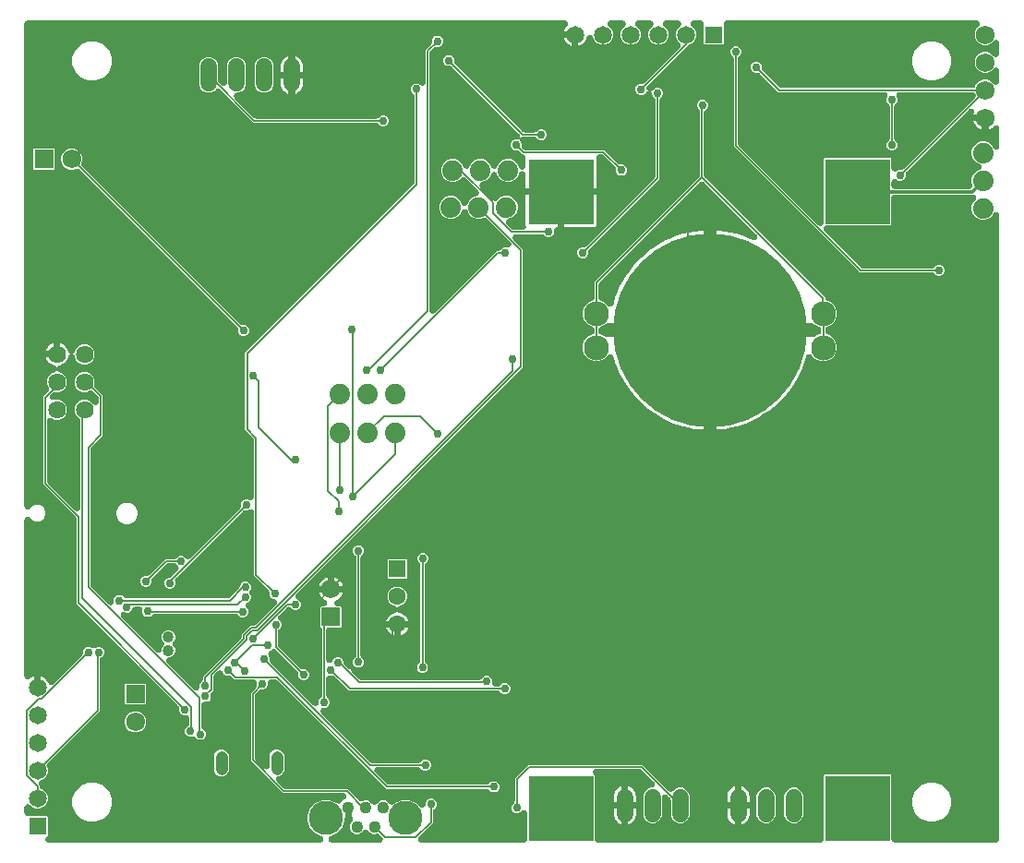
<source format=gbl>
G04 EAGLE Gerber RS-274X export*
G75*
%MOMM*%
%FSLAX34Y34*%
%LPD*%
%INBottom Copper*%
%IPPOS*%
%AMOC8*
5,1,8,0,0,1.08239X$1,22.5*%
G01*
%ADD10C,1.725000*%
%ADD11R,1.605000X1.605000*%
%ADD12C,1.605000*%
%ADD13C,1.035000*%
%ADD14R,1.725000X1.725000*%
%ADD15C,1.625600*%
%ADD16C,1.117600*%
%ADD17C,1.879600*%
%ADD18R,6.000000X6.000000*%
%ADD19C,1.524000*%
%ADD20C,1.108000*%
%ADD21C,3.132000*%
%ADD22R,1.650000X1.650000*%
%ADD23C,1.650000*%
%ADD24C,2.300000*%
%ADD25C,17.800000*%
%ADD26C,0.756400*%
%ADD27C,0.152400*%
%ADD28C,0.200000*%
%ADD29C,0.304800*%

G36*
X274459Y3012D02*
X274459Y3012D01*
X274601Y3014D01*
X274704Y3032D01*
X274808Y3041D01*
X274947Y3075D01*
X275087Y3100D01*
X275186Y3134D01*
X275287Y3159D01*
X275418Y3216D01*
X275553Y3263D01*
X275645Y3313D01*
X275741Y3354D01*
X275861Y3430D01*
X275986Y3499D01*
X276069Y3563D01*
X276157Y3619D01*
X276263Y3714D01*
X276375Y3801D01*
X276447Y3878D01*
X276524Y3948D01*
X276614Y4059D01*
X276711Y4163D01*
X276769Y4250D01*
X276834Y4332D01*
X276905Y4455D01*
X276984Y4574D01*
X277027Y4670D01*
X277078Y4760D01*
X277128Y4894D01*
X277187Y5024D01*
X277214Y5125D01*
X277250Y5223D01*
X277277Y5363D01*
X277314Y5500D01*
X277325Y5604D01*
X277345Y5707D01*
X277349Y5849D01*
X277363Y5991D01*
X277357Y6096D01*
X277360Y6200D01*
X277341Y6341D01*
X277333Y6484D01*
X277309Y6585D01*
X277296Y6689D01*
X277254Y6826D01*
X277223Y6965D01*
X277183Y7061D01*
X277153Y7161D01*
X277090Y7290D01*
X277037Y7422D01*
X276982Y7511D01*
X276936Y7605D01*
X276854Y7721D01*
X276779Y7842D01*
X276711Y7922D01*
X276651Y8007D01*
X276551Y8108D01*
X276458Y8216D01*
X276377Y8284D01*
X276304Y8358D01*
X276189Y8442D01*
X276080Y8533D01*
X276011Y8571D01*
X275905Y8648D01*
X275518Y8844D01*
X275483Y8863D01*
X270053Y11112D01*
X265362Y15803D01*
X262823Y21933D01*
X262823Y28567D01*
X265362Y34697D01*
X270053Y39388D01*
X276183Y41927D01*
X282817Y41927D01*
X289000Y39366D01*
X289022Y39349D01*
X289158Y39233D01*
X289217Y39198D01*
X289271Y39156D01*
X289427Y39071D01*
X289580Y38979D01*
X289644Y38953D01*
X289704Y38920D01*
X289872Y38862D01*
X290038Y38795D01*
X290105Y38781D01*
X290170Y38758D01*
X290346Y38727D01*
X290520Y38689D01*
X290588Y38685D01*
X290656Y38673D01*
X290834Y38671D01*
X291012Y38661D01*
X291081Y38668D01*
X291149Y38668D01*
X291326Y38694D01*
X291503Y38713D01*
X291569Y38731D01*
X291637Y38742D01*
X291807Y38797D01*
X291979Y38844D01*
X292041Y38872D01*
X292107Y38894D01*
X292265Y38975D01*
X292427Y39050D01*
X292484Y39088D01*
X292545Y39119D01*
X292688Y39225D01*
X292837Y39325D01*
X292887Y39372D01*
X292942Y39413D01*
X293013Y39491D01*
X293196Y39663D01*
X293331Y39839D01*
X293402Y39916D01*
X293836Y40514D01*
X294736Y41414D01*
X295765Y42161D01*
X296741Y42659D01*
X296761Y42671D01*
X296782Y42680D01*
X296971Y42800D01*
X297161Y42918D01*
X297179Y42933D01*
X297198Y42945D01*
X297365Y43094D01*
X297534Y43241D01*
X297549Y43258D01*
X297566Y43274D01*
X297706Y43448D01*
X297850Y43620D01*
X297862Y43640D01*
X297876Y43658D01*
X297987Y43852D01*
X298100Y44045D01*
X298109Y44066D01*
X298120Y44086D01*
X298198Y44297D01*
X298279Y44505D01*
X298284Y44527D01*
X298291Y44549D01*
X298334Y44768D01*
X298381Y44988D01*
X298382Y45011D01*
X298386Y45033D01*
X298393Y45255D01*
X298403Y45480D01*
X298401Y45503D01*
X298402Y45526D01*
X298372Y45747D01*
X298346Y45970D01*
X298340Y45992D01*
X298337Y46015D01*
X298272Y46230D01*
X298211Y46445D01*
X298201Y46465D01*
X298195Y46488D01*
X298096Y46689D01*
X298001Y46891D01*
X297988Y46910D01*
X297978Y46931D01*
X297848Y47114D01*
X297721Y47298D01*
X297706Y47314D01*
X297692Y47333D01*
X297535Y47492D01*
X297380Y47654D01*
X297362Y47668D01*
X297346Y47684D01*
X297165Y47815D01*
X296986Y47950D01*
X296965Y47961D01*
X296947Y47974D01*
X296747Y48075D01*
X296549Y48179D01*
X296527Y48186D01*
X296506Y48197D01*
X296292Y48264D01*
X296080Y48334D01*
X296058Y48338D01*
X296036Y48345D01*
X295963Y48353D01*
X295593Y48412D01*
X295444Y48412D01*
X295358Y48421D01*
X240063Y48421D01*
X210521Y77963D01*
X210521Y140037D01*
X215055Y144570D01*
X215129Y144657D01*
X215210Y144738D01*
X215288Y144845D01*
X215374Y144946D01*
X215433Y145044D01*
X215500Y145136D01*
X215560Y145255D01*
X215629Y145369D01*
X215671Y145475D01*
X215723Y145577D01*
X215763Y145704D01*
X215812Y145827D01*
X215837Y145938D01*
X215871Y146047D01*
X215881Y146141D01*
X215919Y146308D01*
X215937Y146633D01*
X215947Y146725D01*
X215947Y149415D01*
X215941Y149491D01*
X215943Y149567D01*
X215921Y149736D01*
X215907Y149907D01*
X215889Y149981D01*
X215879Y150056D01*
X215830Y150220D01*
X215789Y150386D01*
X215759Y150455D01*
X215737Y150529D01*
X215661Y150682D01*
X215594Y150839D01*
X215553Y150903D01*
X215520Y150972D01*
X215421Y151111D01*
X215329Y151255D01*
X215278Y151312D01*
X215234Y151374D01*
X215114Y151495D01*
X215000Y151623D01*
X214941Y151671D01*
X214887Y151725D01*
X214749Y151826D01*
X214616Y151933D01*
X214550Y151970D01*
X214489Y152015D01*
X214336Y152092D01*
X214188Y152177D01*
X214116Y152203D01*
X214048Y152238D01*
X213885Y152289D01*
X213725Y152348D01*
X213650Y152363D01*
X213578Y152386D01*
X213473Y152398D01*
X213241Y152443D01*
X213005Y152450D01*
X212900Y152462D01*
X195525Y152462D01*
X193092Y154896D01*
X193005Y154970D01*
X192925Y155051D01*
X192817Y155129D01*
X192716Y155215D01*
X192618Y155274D01*
X192526Y155341D01*
X192407Y155401D01*
X192293Y155470D01*
X192187Y155512D01*
X192085Y155564D01*
X191959Y155604D01*
X191835Y155653D01*
X191724Y155678D01*
X191615Y155712D01*
X191521Y155722D01*
X191354Y155760D01*
X191029Y155778D01*
X190937Y155788D01*
X188657Y155788D01*
X186800Y156558D01*
X185379Y157979D01*
X184961Y158987D01*
X184879Y159148D01*
X184804Y159312D01*
X184766Y159367D01*
X184736Y159426D01*
X184629Y159571D01*
X184528Y159721D01*
X184482Y159770D01*
X184443Y159823D01*
X184314Y159949D01*
X184190Y160080D01*
X184137Y160121D01*
X184090Y160167D01*
X183942Y160271D01*
X183799Y160381D01*
X183740Y160412D01*
X183686Y160450D01*
X183523Y160529D01*
X183364Y160614D01*
X183301Y160636D01*
X183241Y160664D01*
X183068Y160715D01*
X182897Y160774D01*
X182832Y160785D01*
X182768Y160804D01*
X182589Y160826D01*
X182411Y160857D01*
X182344Y160857D01*
X182279Y160865D01*
X182099Y160858D01*
X181918Y160860D01*
X181852Y160849D01*
X181786Y160847D01*
X181609Y160811D01*
X181430Y160783D01*
X181367Y160762D01*
X181302Y160749D01*
X181133Y160685D01*
X180962Y160629D01*
X180903Y160598D01*
X180841Y160574D01*
X180685Y160484D01*
X180524Y160401D01*
X180483Y160368D01*
X180413Y160328D01*
X180032Y160015D01*
X180009Y159990D01*
X179991Y159976D01*
X177271Y157256D01*
X177197Y157169D01*
X177116Y157088D01*
X177038Y156981D01*
X176952Y156880D01*
X176893Y156782D01*
X176826Y156690D01*
X176766Y156571D01*
X176697Y156457D01*
X176655Y156351D01*
X176603Y156249D01*
X176563Y156123D01*
X176514Y155999D01*
X176489Y155888D01*
X176455Y155779D01*
X176445Y155685D01*
X176407Y155517D01*
X176389Y155193D01*
X176379Y155101D01*
X176379Y142763D01*
X174780Y141165D01*
X174639Y140998D01*
X174494Y140834D01*
X174479Y140810D01*
X174461Y140789D01*
X174348Y140602D01*
X174232Y140417D01*
X174221Y140390D01*
X174206Y140366D01*
X174125Y140164D01*
X174040Y139962D01*
X174033Y139934D01*
X174023Y139908D01*
X173976Y139695D01*
X173924Y139482D01*
X173922Y139454D01*
X173916Y139426D01*
X173904Y139208D01*
X173888Y138990D01*
X173890Y138962D01*
X173889Y138934D01*
X173912Y138717D01*
X173931Y138499D01*
X173937Y138476D01*
X173941Y138443D01*
X174053Y138035D01*
X174053Y135995D01*
X173283Y134138D01*
X171862Y132717D01*
X170005Y131947D01*
X168080Y131947D01*
X168004Y131941D01*
X167928Y131943D01*
X167759Y131921D01*
X167588Y131907D01*
X167514Y131889D01*
X167439Y131879D01*
X167275Y131830D01*
X167110Y131789D01*
X167040Y131759D01*
X166967Y131737D01*
X166813Y131661D01*
X166656Y131594D01*
X166592Y131553D01*
X166523Y131520D01*
X166384Y131421D01*
X166240Y131329D01*
X166183Y131278D01*
X166121Y131234D01*
X166000Y131114D01*
X165872Y131000D01*
X165824Y130941D01*
X165770Y130887D01*
X165670Y130749D01*
X165562Y130616D01*
X165525Y130550D01*
X165480Y130489D01*
X165403Y130336D01*
X165318Y130188D01*
X165292Y130116D01*
X165257Y130048D01*
X165206Y129885D01*
X165147Y129725D01*
X165132Y129650D01*
X165109Y129578D01*
X165097Y129473D01*
X165052Y129241D01*
X165045Y129005D01*
X165033Y128900D01*
X165033Y109437D01*
X165051Y109219D01*
X165064Y109001D01*
X165070Y108973D01*
X165073Y108945D01*
X165126Y108732D01*
X165174Y108520D01*
X165185Y108494D01*
X165192Y108466D01*
X165278Y108265D01*
X165360Y108063D01*
X165375Y108039D01*
X165386Y108013D01*
X165503Y107829D01*
X165617Y107642D01*
X165636Y107621D01*
X165651Y107597D01*
X165796Y107434D01*
X165939Y107268D01*
X165961Y107250D01*
X165980Y107229D01*
X166149Y107092D01*
X166317Y106951D01*
X166338Y106940D01*
X166364Y106919D01*
X166792Y106675D01*
X166868Y106647D01*
X166914Y106621D01*
X167116Y106538D01*
X168538Y105116D01*
X169307Y103259D01*
X169307Y101249D01*
X168538Y99392D01*
X167116Y97971D01*
X165259Y97201D01*
X163249Y97201D01*
X161392Y97971D01*
X159905Y99458D01*
X159738Y99599D01*
X159575Y99744D01*
X159551Y99759D01*
X159529Y99777D01*
X159342Y99890D01*
X159157Y100006D01*
X159131Y100017D01*
X159106Y100032D01*
X158904Y100113D01*
X158702Y100198D01*
X158675Y100204D01*
X158648Y100215D01*
X158435Y100262D01*
X158223Y100313D01*
X158195Y100315D01*
X158167Y100322D01*
X157948Y100334D01*
X157731Y100350D01*
X157703Y100348D01*
X157674Y100349D01*
X157457Y100326D01*
X157239Y100307D01*
X157217Y100301D01*
X157184Y100297D01*
X156708Y100166D01*
X156635Y100133D01*
X156584Y100118D01*
X156171Y99947D01*
X154161Y99947D01*
X152304Y100717D01*
X150883Y102138D01*
X150113Y103995D01*
X150113Y106005D01*
X150883Y107862D01*
X152334Y109314D01*
X152349Y109321D01*
X152545Y109417D01*
X152568Y109433D01*
X152593Y109446D01*
X152769Y109576D01*
X152947Y109703D01*
X152967Y109722D01*
X152990Y109739D01*
X153143Y109896D01*
X153298Y110049D01*
X153315Y110072D01*
X153334Y110093D01*
X153460Y110272D01*
X153588Y110448D01*
X153601Y110473D01*
X153617Y110497D01*
X153713Y110694D01*
X153811Y110888D01*
X153819Y110915D01*
X153832Y110941D01*
X153893Y111151D01*
X153959Y111359D01*
X153962Y111382D01*
X153971Y111414D01*
X154032Y111904D01*
X154029Y111984D01*
X154035Y112037D01*
X154035Y116900D01*
X154029Y116976D01*
X154031Y117052D01*
X154009Y117221D01*
X153995Y117392D01*
X153977Y117466D01*
X153967Y117541D01*
X153918Y117705D01*
X153877Y117871D01*
X153847Y117940D01*
X153825Y118014D01*
X153749Y118167D01*
X153682Y118324D01*
X153641Y118388D01*
X153608Y118457D01*
X153509Y118596D01*
X153417Y118740D01*
X153366Y118797D01*
X153322Y118859D01*
X153202Y118980D01*
X153088Y119108D01*
X153029Y119156D01*
X152975Y119210D01*
X152837Y119311D01*
X152704Y119418D01*
X152638Y119455D01*
X152577Y119500D01*
X152424Y119577D01*
X152276Y119662D01*
X152204Y119688D01*
X152136Y119723D01*
X151973Y119774D01*
X151813Y119833D01*
X151738Y119848D01*
X151666Y119871D01*
X151561Y119883D01*
X151329Y119928D01*
X151093Y119935D01*
X150988Y119947D01*
X148995Y119947D01*
X147138Y120717D01*
X145717Y122138D01*
X144947Y123995D01*
X144947Y126275D01*
X144938Y126389D01*
X144939Y126503D01*
X144918Y126634D01*
X144907Y126767D01*
X144880Y126877D01*
X144862Y126990D01*
X144821Y127117D01*
X144789Y127246D01*
X144744Y127350D01*
X144708Y127459D01*
X144646Y127577D01*
X144594Y127699D01*
X144533Y127795D01*
X144480Y127897D01*
X144421Y127970D01*
X144329Y128115D01*
X144113Y128357D01*
X144055Y128430D01*
X50615Y221869D01*
X50615Y299998D01*
X50606Y300111D01*
X50607Y300226D01*
X50586Y300357D01*
X50575Y300489D01*
X50548Y300600D01*
X50530Y300713D01*
X50489Y300839D01*
X50457Y300968D01*
X50412Y301073D01*
X50376Y301182D01*
X50314Y301300D01*
X50262Y301422D01*
X50201Y301518D01*
X50148Y301619D01*
X50089Y301693D01*
X49997Y301838D01*
X49781Y302080D01*
X49723Y302152D01*
X20115Y331760D01*
X20115Y411940D01*
X22050Y413874D01*
X24618Y416442D01*
X24759Y416608D01*
X24903Y416772D01*
X24919Y416797D01*
X24937Y416818D01*
X25050Y417005D01*
X25166Y417190D01*
X25177Y417216D01*
X25192Y417241D01*
X25273Y417444D01*
X25357Y417645D01*
X25364Y417672D01*
X25375Y417699D01*
X25422Y417912D01*
X25473Y418124D01*
X25475Y418153D01*
X25481Y418181D01*
X25494Y418399D01*
X25510Y418616D01*
X25508Y418645D01*
X25509Y418673D01*
X25486Y418891D01*
X25467Y419108D01*
X25460Y419130D01*
X25457Y419164D01*
X25326Y419639D01*
X25293Y419712D01*
X25278Y419763D01*
X23655Y423681D01*
X23655Y427319D01*
X25047Y430680D01*
X27620Y433253D01*
X31026Y434663D01*
X31160Y434732D01*
X31298Y434792D01*
X31379Y434844D01*
X31465Y434888D01*
X31586Y434978D01*
X31712Y435059D01*
X31784Y435124D01*
X31862Y435181D01*
X31967Y435289D01*
X32078Y435390D01*
X32139Y435465D01*
X32206Y435535D01*
X32293Y435658D01*
X32386Y435775D01*
X32434Y435859D01*
X32489Y435939D01*
X32555Y436074D01*
X32628Y436205D01*
X32661Y436296D01*
X32703Y436383D01*
X32746Y436527D01*
X32797Y436668D01*
X32803Y436697D01*
X32834Y436562D01*
X32870Y436472D01*
X32898Y436380D01*
X32963Y436244D01*
X33020Y436105D01*
X33070Y436023D01*
X33113Y435935D01*
X33199Y435812D01*
X33277Y435684D01*
X33340Y435611D01*
X33396Y435532D01*
X33501Y435424D01*
X33599Y435310D01*
X33673Y435248D01*
X33741Y435179D01*
X33862Y435090D01*
X33977Y434993D01*
X34041Y434958D01*
X34138Y434886D01*
X34566Y434668D01*
X34574Y434663D01*
X34577Y434662D01*
X34578Y434662D01*
X37980Y433253D01*
X40553Y430680D01*
X41945Y427319D01*
X41945Y423681D01*
X40553Y420320D01*
X37980Y417747D01*
X34619Y416355D01*
X30824Y416355D01*
X30710Y416346D01*
X30596Y416347D01*
X30464Y416326D01*
X30332Y416315D01*
X30221Y416288D01*
X30108Y416270D01*
X29982Y416229D01*
X29853Y416197D01*
X29748Y416152D01*
X29640Y416116D01*
X29522Y416055D01*
X29400Y416002D01*
X29303Y415941D01*
X29202Y415888D01*
X29129Y415829D01*
X28984Y415737D01*
X28742Y415521D01*
X28669Y415463D01*
X27252Y414046D01*
X27160Y413937D01*
X27060Y413835D01*
X27000Y413749D01*
X26932Y413670D01*
X26859Y413548D01*
X26777Y413431D01*
X26732Y413337D01*
X26678Y413247D01*
X26625Y413115D01*
X26563Y412986D01*
X26533Y412886D01*
X26495Y412789D01*
X26464Y412650D01*
X26424Y412513D01*
X26411Y412410D01*
X26388Y412307D01*
X26380Y412165D01*
X26362Y412024D01*
X26366Y411919D01*
X26360Y411815D01*
X26375Y411673D01*
X26381Y411531D01*
X26401Y411428D01*
X26412Y411324D01*
X26450Y411187D01*
X26479Y411047D01*
X26515Y410949D01*
X26543Y410849D01*
X26603Y410719D01*
X26653Y410586D01*
X26705Y410495D01*
X26749Y410400D01*
X26828Y410282D01*
X26900Y410159D01*
X26966Y410078D01*
X27024Y409991D01*
X27122Y409887D01*
X27212Y409777D01*
X27290Y409708D01*
X27362Y409631D01*
X27475Y409544D01*
X27582Y409450D01*
X27670Y409395D01*
X27753Y409331D01*
X27879Y409264D01*
X28000Y409188D01*
X28096Y409147D01*
X28188Y409098D01*
X28323Y409052D01*
X28454Y408996D01*
X28556Y408972D01*
X28655Y408938D01*
X28795Y408914D01*
X28934Y408881D01*
X29038Y408873D01*
X29141Y408855D01*
X29284Y408854D01*
X29426Y408844D01*
X29530Y408853D01*
X29635Y408852D01*
X29776Y408874D01*
X29917Y408887D01*
X29993Y408909D01*
X30122Y408929D01*
X30534Y409065D01*
X30573Y409076D01*
X30981Y409245D01*
X34619Y409245D01*
X37980Y407853D01*
X40553Y405280D01*
X41945Y401919D01*
X41945Y398281D01*
X40553Y394920D01*
X37980Y392347D01*
X34619Y390955D01*
X30981Y390955D01*
X27886Y392237D01*
X27715Y392292D01*
X27545Y392355D01*
X27480Y392368D01*
X27417Y392388D01*
X27238Y392415D01*
X27061Y392450D01*
X26995Y392452D01*
X26929Y392462D01*
X26748Y392460D01*
X26568Y392465D01*
X26502Y392457D01*
X26435Y392456D01*
X26258Y392425D01*
X26079Y392401D01*
X26015Y392382D01*
X25950Y392370D01*
X25779Y392311D01*
X25606Y392258D01*
X25547Y392229D01*
X25484Y392207D01*
X25326Y392121D01*
X25163Y392042D01*
X25109Y392003D01*
X25051Y391971D01*
X24908Y391861D01*
X24761Y391756D01*
X24714Y391709D01*
X24661Y391669D01*
X24538Y391536D01*
X24410Y391409D01*
X24371Y391356D01*
X24326Y391307D01*
X24226Y391156D01*
X24120Y391011D01*
X24090Y390951D01*
X24053Y390896D01*
X23979Y390731D01*
X23897Y390570D01*
X23877Y390507D01*
X23850Y390446D01*
X23803Y390272D01*
X23749Y390100D01*
X23743Y390047D01*
X23722Y389970D01*
X23673Y389479D01*
X23675Y389445D01*
X23673Y389422D01*
X23673Y334496D01*
X23682Y334382D01*
X23681Y334268D01*
X23702Y334136D01*
X23713Y334004D01*
X23740Y333893D01*
X23758Y333780D01*
X23799Y333654D01*
X23831Y333525D01*
X23876Y333420D01*
X23912Y333312D01*
X23974Y333194D01*
X24026Y333072D01*
X24087Y332976D01*
X24140Y332874D01*
X24199Y332801D01*
X24291Y332656D01*
X24507Y332414D01*
X24565Y332341D01*
X49019Y307887D01*
X49048Y307862D01*
X49074Y307834D01*
X49236Y307703D01*
X49395Y307567D01*
X49428Y307548D01*
X49458Y307524D01*
X49638Y307421D01*
X49818Y307313D01*
X49853Y307299D01*
X49886Y307280D01*
X50082Y307207D01*
X50276Y307130D01*
X50313Y307122D01*
X50349Y307108D01*
X50554Y307068D01*
X50758Y307023D01*
X50796Y307021D01*
X50833Y307014D01*
X51041Y307007D01*
X51250Y306995D01*
X51288Y306999D01*
X51326Y306998D01*
X51533Y307025D01*
X51741Y307048D01*
X51777Y307058D01*
X51815Y307063D01*
X52015Y307123D01*
X52216Y307178D01*
X52251Y307194D01*
X52288Y307205D01*
X52475Y307297D01*
X52665Y307384D01*
X52697Y307405D01*
X52731Y307422D01*
X52901Y307543D01*
X53074Y307659D01*
X53102Y307685D01*
X53133Y307708D01*
X53282Y307854D01*
X53434Y307997D01*
X53457Y308027D01*
X53484Y308054D01*
X53607Y308223D01*
X53734Y308389D01*
X53752Y308422D01*
X53774Y308453D01*
X53868Y308639D01*
X53967Y308823D01*
X53979Y308859D01*
X53997Y308893D01*
X54059Y309092D01*
X54127Y309290D01*
X54133Y309328D01*
X54145Y309364D01*
X54155Y309456D01*
X54210Y309776D01*
X54211Y309948D01*
X54221Y310042D01*
X54221Y389884D01*
X54212Y389998D01*
X54213Y390112D01*
X54192Y390243D01*
X54181Y390376D01*
X54154Y390486D01*
X54136Y390599D01*
X54095Y390726D01*
X54063Y390854D01*
X54018Y390959D01*
X53982Y391068D01*
X53920Y391186D01*
X53868Y391308D01*
X53807Y391404D01*
X53754Y391505D01*
X53695Y391579D01*
X53603Y391724D01*
X53387Y391966D01*
X53329Y392039D01*
X50447Y394920D01*
X49055Y398281D01*
X49055Y401919D01*
X50447Y405280D01*
X53020Y407853D01*
X56381Y409245D01*
X60019Y409245D01*
X63380Y407853D01*
X66125Y405107D01*
X66154Y405083D01*
X66180Y405054D01*
X66342Y404923D01*
X66501Y404788D01*
X66534Y404768D01*
X66564Y404744D01*
X66745Y404641D01*
X66924Y404533D01*
X66959Y404519D01*
X66992Y404500D01*
X67188Y404427D01*
X67382Y404350D01*
X67419Y404342D01*
X67455Y404329D01*
X67660Y404289D01*
X67864Y404243D01*
X67902Y404241D01*
X67939Y404234D01*
X68147Y404227D01*
X68356Y404216D01*
X68394Y404220D01*
X68432Y404219D01*
X68639Y404246D01*
X68847Y404268D01*
X68883Y404278D01*
X68921Y404283D01*
X69121Y404343D01*
X69322Y404399D01*
X69357Y404414D01*
X69394Y404425D01*
X69581Y404517D01*
X69771Y404604D01*
X69802Y404626D01*
X69837Y404642D01*
X70007Y404763D01*
X70180Y404880D01*
X70208Y404906D01*
X70239Y404928D01*
X70388Y405075D01*
X70540Y405218D01*
X70563Y405248D01*
X70590Y405275D01*
X70713Y405444D01*
X70840Y405609D01*
X70858Y405642D01*
X70880Y405673D01*
X70974Y405859D01*
X71073Y406044D01*
X71086Y406080D01*
X71103Y406114D01*
X71165Y406313D01*
X71233Y406510D01*
X71239Y406548D01*
X71251Y406584D01*
X71261Y406677D01*
X71316Y406997D01*
X71317Y407169D01*
X71327Y407262D01*
X71327Y410204D01*
X71318Y410318D01*
X71319Y410432D01*
X71298Y410564D01*
X71287Y410696D01*
X71260Y410807D01*
X71242Y410920D01*
X71201Y411046D01*
X71169Y411175D01*
X71124Y411280D01*
X71088Y411388D01*
X71026Y411506D01*
X70974Y411628D01*
X70913Y411724D01*
X70860Y411826D01*
X70801Y411899D01*
X70709Y412044D01*
X70493Y412286D01*
X70435Y412359D01*
X65998Y416796D01*
X65832Y416937D01*
X65668Y417082D01*
X65644Y417097D01*
X65622Y417115D01*
X65434Y417229D01*
X65250Y417344D01*
X65224Y417355D01*
X65200Y417370D01*
X64996Y417451D01*
X64795Y417536D01*
X64768Y417542D01*
X64741Y417553D01*
X64528Y417600D01*
X64316Y417651D01*
X64288Y417654D01*
X64260Y417660D01*
X64041Y417672D01*
X63824Y417688D01*
X63796Y417686D01*
X63767Y417687D01*
X63550Y417664D01*
X63332Y417645D01*
X63310Y417639D01*
X63277Y417635D01*
X62801Y417504D01*
X62728Y417471D01*
X62677Y417456D01*
X60019Y416355D01*
X56381Y416355D01*
X53020Y417747D01*
X50447Y420320D01*
X49055Y423681D01*
X49055Y427319D01*
X50447Y430680D01*
X53020Y433253D01*
X56381Y434645D01*
X60019Y434645D01*
X63380Y433253D01*
X65953Y430680D01*
X67345Y427319D01*
X67345Y423681D01*
X67186Y423299D01*
X67120Y423092D01*
X67049Y422884D01*
X67044Y422856D01*
X67035Y422829D01*
X67003Y422613D01*
X66966Y422398D01*
X66966Y422369D01*
X66962Y422341D01*
X66964Y422123D01*
X66963Y421905D01*
X66967Y421876D01*
X66968Y421848D01*
X67006Y421633D01*
X67040Y421417D01*
X67048Y421390D01*
X67053Y421362D01*
X67126Y421156D01*
X67194Y420949D01*
X67207Y420923D01*
X67216Y420897D01*
X67321Y420705D01*
X67422Y420511D01*
X67436Y420493D01*
X67452Y420463D01*
X67755Y420074D01*
X67814Y420019D01*
X67847Y419978D01*
X72950Y414874D01*
X74885Y412940D01*
X74885Y376091D01*
X64357Y365564D01*
X64283Y365477D01*
X64202Y365397D01*
X64124Y365289D01*
X64038Y365188D01*
X63979Y365090D01*
X63912Y364998D01*
X63852Y364880D01*
X63783Y364766D01*
X63741Y364659D01*
X63689Y364558D01*
X63649Y364431D01*
X63600Y364307D01*
X63575Y364196D01*
X63541Y364087D01*
X63531Y363994D01*
X63493Y363826D01*
X63475Y363502D01*
X63465Y363409D01*
X63465Y239091D01*
X63474Y238977D01*
X63473Y238863D01*
X63494Y238731D01*
X63505Y238599D01*
X63532Y238488D01*
X63550Y238375D01*
X63591Y238249D01*
X63623Y238120D01*
X63668Y238015D01*
X63704Y237907D01*
X63766Y237789D01*
X63818Y237667D01*
X63879Y237571D01*
X63932Y237469D01*
X63991Y237396D01*
X64083Y237251D01*
X64299Y237009D01*
X64357Y236936D01*
X79745Y221548D01*
X79774Y221523D01*
X79800Y221495D01*
X79962Y221364D01*
X80121Y221228D01*
X80154Y221209D01*
X80184Y221185D01*
X80364Y221082D01*
X80544Y220974D01*
X80579Y220960D01*
X80612Y220941D01*
X80808Y220868D01*
X81002Y220791D01*
X81039Y220783D01*
X81075Y220769D01*
X81280Y220729D01*
X81484Y220684D01*
X81522Y220682D01*
X81559Y220675D01*
X81767Y220668D01*
X81976Y220656D01*
X82014Y220660D01*
X82052Y220659D01*
X82259Y220686D01*
X82467Y220709D01*
X82503Y220719D01*
X82541Y220724D01*
X82741Y220784D01*
X82942Y220839D01*
X82977Y220855D01*
X83014Y220866D01*
X83201Y220958D01*
X83391Y221045D01*
X83423Y221066D01*
X83457Y221083D01*
X83626Y221203D01*
X83800Y221320D01*
X83828Y221347D01*
X83859Y221369D01*
X84007Y221515D01*
X84160Y221658D01*
X84183Y221688D01*
X84210Y221715D01*
X84333Y221884D01*
X84460Y222050D01*
X84478Y222083D01*
X84500Y222114D01*
X84594Y222300D01*
X84693Y222484D01*
X84706Y222521D01*
X84723Y222554D01*
X84785Y222753D01*
X84853Y222951D01*
X84859Y222989D01*
X84871Y223025D01*
X84881Y223117D01*
X84936Y223437D01*
X84937Y223609D01*
X84947Y223703D01*
X84947Y226005D01*
X85717Y227862D01*
X87138Y229283D01*
X88995Y230053D01*
X91005Y230053D01*
X92862Y229283D01*
X94474Y227671D01*
X94561Y227597D01*
X94642Y227516D01*
X94749Y227438D01*
X94850Y227352D01*
X94948Y227293D01*
X95040Y227226D01*
X95159Y227166D01*
X95273Y227097D01*
X95379Y227055D01*
X95481Y227003D01*
X95608Y226963D01*
X95731Y226914D01*
X95842Y226889D01*
X95951Y226855D01*
X96045Y226845D01*
X96213Y226807D01*
X96537Y226789D01*
X96629Y226779D01*
X189501Y226779D01*
X189615Y226788D01*
X189729Y226787D01*
X189860Y226808D01*
X189993Y226819D01*
X190103Y226846D01*
X190216Y226864D01*
X190343Y226905D01*
X190472Y226937D01*
X190576Y226982D01*
X190685Y227018D01*
X190803Y227080D01*
X190925Y227132D01*
X191021Y227193D01*
X191123Y227246D01*
X191196Y227305D01*
X191341Y227397D01*
X191583Y227613D01*
X191656Y227671D01*
X199555Y235570D01*
X199629Y235657D01*
X199710Y235738D01*
X199788Y235845D01*
X199874Y235946D01*
X199933Y236044D01*
X200000Y236136D01*
X200060Y236255D01*
X200129Y236369D01*
X200171Y236475D01*
X200223Y236577D01*
X200263Y236704D01*
X200312Y236827D01*
X200337Y236938D01*
X200371Y237047D01*
X200381Y237141D01*
X200419Y237308D01*
X200437Y237633D01*
X200447Y237725D01*
X200447Y238005D01*
X201217Y239862D01*
X202638Y241283D01*
X204495Y242053D01*
X206505Y242053D01*
X208362Y241283D01*
X209783Y239862D01*
X210553Y238005D01*
X210553Y235995D01*
X209556Y233590D01*
X209521Y233481D01*
X209477Y233376D01*
X209446Y233246D01*
X209405Y233120D01*
X209388Y233007D01*
X209361Y232896D01*
X209351Y232764D01*
X209332Y232632D01*
X209333Y232518D01*
X209325Y232404D01*
X209336Y232272D01*
X209338Y232139D01*
X209358Y232026D01*
X209368Y231913D01*
X209394Y231822D01*
X209423Y231653D01*
X209531Y231347D01*
X209556Y231257D01*
X210553Y228852D01*
X210553Y226842D01*
X209783Y224985D01*
X208362Y223564D01*
X207752Y223311D01*
X207591Y223228D01*
X207427Y223153D01*
X207372Y223116D01*
X207313Y223086D01*
X207168Y222978D01*
X207018Y222878D01*
X206970Y222832D01*
X206916Y222793D01*
X206790Y222664D01*
X206659Y222540D01*
X206618Y222487D01*
X206572Y222440D01*
X206468Y222292D01*
X206358Y222149D01*
X206327Y222090D01*
X206289Y222036D01*
X206210Y221873D01*
X206125Y221714D01*
X206104Y221651D01*
X206075Y221591D01*
X206024Y221418D01*
X205965Y221247D01*
X205954Y221182D01*
X205935Y221118D01*
X205913Y220939D01*
X205882Y220761D01*
X205882Y220694D01*
X205874Y220628D01*
X205881Y220448D01*
X205879Y220267D01*
X205890Y220202D01*
X205892Y220135D01*
X205928Y219959D01*
X205956Y219780D01*
X205977Y219717D01*
X205990Y219652D01*
X206054Y219483D01*
X206110Y219312D01*
X206141Y219253D01*
X206165Y219190D01*
X206255Y219034D01*
X206338Y218874D01*
X206371Y218833D01*
X206411Y218763D01*
X206724Y218381D01*
X206749Y218359D01*
X206763Y218341D01*
X207435Y217669D01*
X208204Y215812D01*
X208204Y213802D01*
X207435Y211945D01*
X206014Y210524D01*
X204157Y209754D01*
X202147Y209754D01*
X200289Y210524D01*
X199024Y211789D01*
X198937Y211863D01*
X198857Y211944D01*
X198750Y212022D01*
X198648Y212108D01*
X198550Y212167D01*
X198458Y212234D01*
X198340Y212294D01*
X198226Y212363D01*
X198120Y212405D01*
X198018Y212457D01*
X197891Y212497D01*
X197768Y212546D01*
X197656Y212571D01*
X197547Y212605D01*
X197454Y212615D01*
X197286Y212653D01*
X196962Y212671D01*
X196870Y212681D01*
X122703Y212681D01*
X122589Y212672D01*
X122475Y212673D01*
X122344Y212652D01*
X122211Y212641D01*
X122101Y212614D01*
X121988Y212596D01*
X121861Y212555D01*
X121733Y212523D01*
X121628Y212478D01*
X121519Y212442D01*
X121401Y212380D01*
X121279Y212328D01*
X121183Y212267D01*
X121082Y212214D01*
X121008Y212155D01*
X120863Y212063D01*
X120621Y211847D01*
X120548Y211789D01*
X119362Y210603D01*
X117505Y209833D01*
X115495Y209833D01*
X113638Y210603D01*
X112217Y212024D01*
X111447Y213881D01*
X111447Y216174D01*
X111441Y216250D01*
X111443Y216326D01*
X111421Y216495D01*
X111407Y216666D01*
X111389Y216740D01*
X111379Y216815D01*
X111330Y216979D01*
X111289Y217145D01*
X111259Y217214D01*
X111237Y217288D01*
X111161Y217441D01*
X111094Y217598D01*
X111053Y217662D01*
X111020Y217731D01*
X110921Y217870D01*
X110829Y218014D01*
X110778Y218071D01*
X110734Y218133D01*
X110614Y218254D01*
X110500Y218382D01*
X110441Y218430D01*
X110387Y218484D01*
X110249Y218585D01*
X110116Y218692D01*
X110050Y218729D01*
X109989Y218774D01*
X109836Y218851D01*
X109688Y218936D01*
X109616Y218962D01*
X109548Y218997D01*
X109385Y219048D01*
X109225Y219107D01*
X109150Y219122D01*
X109078Y219145D01*
X108973Y219157D01*
X108741Y219202D01*
X108505Y219209D01*
X108400Y219221D01*
X104597Y219221D01*
X104379Y219204D01*
X104161Y219190D01*
X104134Y219184D01*
X104105Y219181D01*
X103893Y219129D01*
X103680Y219080D01*
X103654Y219069D01*
X103626Y219063D01*
X103425Y218976D01*
X103223Y218894D01*
X103199Y218879D01*
X103173Y218868D01*
X102989Y218751D01*
X102802Y218637D01*
X102781Y218618D01*
X102757Y218603D01*
X102594Y218458D01*
X102428Y218315D01*
X102410Y218293D01*
X102389Y218274D01*
X102252Y218105D01*
X102111Y217937D01*
X102100Y217917D01*
X102079Y217890D01*
X101835Y217462D01*
X101807Y217386D01*
X101782Y217340D01*
X101283Y216138D01*
X99862Y214717D01*
X98005Y213947D01*
X95995Y213947D01*
X95384Y214200D01*
X95248Y214244D01*
X95116Y214297D01*
X95014Y214320D01*
X94914Y214352D01*
X94773Y214373D01*
X94634Y214404D01*
X94530Y214410D01*
X94426Y214425D01*
X94284Y214424D01*
X94141Y214432D01*
X94037Y214420D01*
X93933Y214419D01*
X93793Y214394D01*
X93651Y214379D01*
X93550Y214352D01*
X93447Y214333D01*
X93313Y214286D01*
X93175Y214249D01*
X93080Y214205D01*
X92981Y214171D01*
X92856Y214102D01*
X92727Y214043D01*
X92640Y213985D01*
X92548Y213935D01*
X92435Y213847D01*
X92317Y213768D01*
X92241Y213696D01*
X92159Y213632D01*
X92062Y213527D01*
X91958Y213430D01*
X91894Y213347D01*
X91823Y213270D01*
X91744Y213151D01*
X91658Y213038D01*
X91608Y212946D01*
X91550Y212859D01*
X91492Y212729D01*
X91424Y212604D01*
X91390Y212505D01*
X91348Y212409D01*
X91311Y212272D01*
X91264Y212137D01*
X91247Y212034D01*
X91220Y211933D01*
X91206Y211791D01*
X91182Y211651D01*
X91181Y211546D01*
X91171Y211442D01*
X91180Y211300D01*
X91179Y211157D01*
X91195Y211054D01*
X91202Y210950D01*
X91233Y210811D01*
X91255Y210670D01*
X91288Y210571D01*
X91311Y210469D01*
X91365Y210337D01*
X91410Y210201D01*
X91458Y210109D01*
X91497Y210012D01*
X91572Y209890D01*
X91637Y209764D01*
X91686Y209702D01*
X91755Y209591D01*
X92038Y209262D01*
X92063Y209230D01*
X123606Y177687D01*
X123635Y177662D01*
X123661Y177634D01*
X123823Y177503D01*
X123982Y177367D01*
X124015Y177348D01*
X124045Y177324D01*
X124225Y177221D01*
X124405Y177113D01*
X124440Y177099D01*
X124473Y177080D01*
X124669Y177007D01*
X124863Y176930D01*
X124900Y176922D01*
X124936Y176908D01*
X125141Y176868D01*
X125345Y176823D01*
X125383Y176821D01*
X125420Y176814D01*
X125628Y176807D01*
X125837Y176795D01*
X125875Y176799D01*
X125913Y176798D01*
X126120Y176825D01*
X126328Y176848D01*
X126364Y176858D01*
X126402Y176863D01*
X126602Y176923D01*
X126803Y176978D01*
X126838Y176994D01*
X126875Y177005D01*
X127062Y177097D01*
X127252Y177184D01*
X127284Y177205D01*
X127318Y177222D01*
X127488Y177343D01*
X127661Y177459D01*
X127689Y177485D01*
X127720Y177508D01*
X127869Y177654D01*
X128021Y177797D01*
X128044Y177827D01*
X128071Y177854D01*
X128194Y178023D01*
X128321Y178189D01*
X128339Y178222D01*
X128361Y178253D01*
X128455Y178439D01*
X128554Y178623D01*
X128566Y178659D01*
X128584Y178693D01*
X128646Y178892D01*
X128714Y179090D01*
X128720Y179128D01*
X128732Y179164D01*
X128742Y179256D01*
X128797Y179576D01*
X128798Y179748D01*
X128808Y179842D01*
X128808Y180232D01*
X129751Y182507D01*
X130339Y183095D01*
X130388Y183153D01*
X130444Y183205D01*
X130548Y183341D01*
X130658Y183471D01*
X130698Y183536D01*
X130744Y183597D01*
X130825Y183747D01*
X130913Y183894D01*
X130941Y183965D01*
X130977Y184032D01*
X131033Y184193D01*
X131096Y184352D01*
X131112Y184426D01*
X131137Y184498D01*
X131166Y184667D01*
X131203Y184833D01*
X131207Y184910D01*
X131220Y184985D01*
X131221Y185155D01*
X131230Y185326D01*
X131222Y185402D01*
X131223Y185478D01*
X131196Y185647D01*
X131178Y185817D01*
X131158Y185890D01*
X131146Y185965D01*
X131093Y186128D01*
X131048Y186292D01*
X131016Y186361D01*
X130992Y186434D01*
X130913Y186586D01*
X130842Y186741D01*
X130799Y186804D01*
X130764Y186872D01*
X130698Y186954D01*
X130566Y187150D01*
X130404Y187322D01*
X130339Y187405D01*
X129751Y187993D01*
X128808Y190268D01*
X128808Y192732D01*
X129751Y195007D01*
X131493Y196749D01*
X133768Y197692D01*
X136232Y197692D01*
X138507Y196749D01*
X140249Y195007D01*
X141192Y192732D01*
X141192Y190268D01*
X140249Y187993D01*
X139661Y187405D01*
X139612Y187347D01*
X139556Y187294D01*
X139452Y187159D01*
X139342Y187029D01*
X139302Y186963D01*
X139256Y186903D01*
X139175Y186753D01*
X139087Y186606D01*
X139059Y186535D01*
X139023Y186468D01*
X138967Y186307D01*
X138904Y186148D01*
X138888Y186074D01*
X138863Y186002D01*
X138834Y185833D01*
X138797Y185666D01*
X138793Y185590D01*
X138780Y185515D01*
X138779Y185344D01*
X138770Y185174D01*
X138778Y185098D01*
X138777Y185022D01*
X138804Y184853D01*
X138822Y184683D01*
X138842Y184610D01*
X138854Y184535D01*
X138907Y184372D01*
X138952Y184208D01*
X138984Y184138D01*
X139008Y184066D01*
X139087Y183915D01*
X139158Y183759D01*
X139201Y183696D01*
X139236Y183628D01*
X139302Y183546D01*
X139434Y183350D01*
X139596Y183177D01*
X139661Y183095D01*
X140249Y182507D01*
X141192Y180232D01*
X141192Y177768D01*
X140249Y175493D01*
X138507Y173751D01*
X136232Y172808D01*
X135842Y172808D01*
X135804Y172805D01*
X135766Y172807D01*
X135558Y172785D01*
X135350Y172768D01*
X135313Y172759D01*
X135275Y172755D01*
X135074Y172700D01*
X134871Y172650D01*
X134836Y172635D01*
X134799Y172624D01*
X134609Y172537D01*
X134418Y172455D01*
X134386Y172435D01*
X134351Y172419D01*
X134177Y172302D01*
X134002Y172190D01*
X133973Y172165D01*
X133942Y172143D01*
X133790Y172000D01*
X133634Y171861D01*
X133610Y171832D01*
X133582Y171806D01*
X133455Y171640D01*
X133324Y171477D01*
X133305Y171444D01*
X133282Y171414D01*
X133183Y171230D01*
X133080Y171049D01*
X133067Y171013D01*
X133049Y170979D01*
X132981Y170782D01*
X132908Y170586D01*
X132901Y170549D01*
X132889Y170513D01*
X132854Y170306D01*
X132814Y170102D01*
X132812Y170064D01*
X132806Y170026D01*
X132805Y169817D01*
X132798Y169609D01*
X132803Y169571D01*
X132803Y169533D01*
X132835Y169326D01*
X132863Y169120D01*
X132874Y169083D01*
X132880Y169046D01*
X132945Y168847D01*
X133005Y168648D01*
X133022Y168613D01*
X133034Y168577D01*
X133130Y168392D01*
X133222Y168204D01*
X133244Y168173D01*
X133262Y168139D01*
X133320Y168067D01*
X133508Y167802D01*
X133628Y167680D01*
X133687Y167606D01*
X158245Y143048D01*
X158274Y143023D01*
X158300Y142995D01*
X158462Y142864D01*
X158621Y142728D01*
X158654Y142709D01*
X158684Y142685D01*
X158864Y142582D01*
X159044Y142474D01*
X159079Y142460D01*
X159112Y142441D01*
X159308Y142368D01*
X159502Y142291D01*
X159539Y142283D01*
X159575Y142269D01*
X159780Y142229D01*
X159984Y142184D01*
X160022Y142182D01*
X160059Y142175D01*
X160267Y142168D01*
X160476Y142156D01*
X160514Y142160D01*
X160552Y142159D01*
X160759Y142186D01*
X160967Y142209D01*
X161003Y142219D01*
X161041Y142224D01*
X161241Y142284D01*
X161442Y142339D01*
X161477Y142355D01*
X161514Y142366D01*
X161701Y142458D01*
X161891Y142545D01*
X161923Y142566D01*
X161957Y142583D01*
X162127Y142704D01*
X162300Y142820D01*
X162328Y142846D01*
X162359Y142869D01*
X162508Y143015D01*
X162660Y143158D01*
X162683Y143188D01*
X162710Y143215D01*
X162833Y143384D01*
X162960Y143550D01*
X162978Y143583D01*
X163000Y143614D01*
X163094Y143800D01*
X163193Y143984D01*
X163205Y144020D01*
X163223Y144054D01*
X163285Y144253D01*
X163353Y144451D01*
X163359Y144489D01*
X163371Y144525D01*
X163381Y144617D01*
X163436Y144937D01*
X163437Y145109D01*
X163447Y145203D01*
X163447Y147505D01*
X164217Y149362D01*
X165829Y150974D01*
X165903Y151061D01*
X165984Y151142D01*
X166062Y151249D01*
X166148Y151350D01*
X166207Y151448D01*
X166274Y151540D01*
X166334Y151659D01*
X166403Y151773D01*
X166445Y151879D01*
X166497Y151981D01*
X166537Y152108D01*
X166586Y152231D01*
X166611Y152342D01*
X166645Y152451D01*
X166655Y152545D01*
X166693Y152713D01*
X166711Y153037D01*
X166721Y153129D01*
X166721Y155329D01*
X168656Y157263D01*
X201391Y189999D01*
X201465Y190086D01*
X201546Y190166D01*
X201624Y190273D01*
X201711Y190375D01*
X201770Y190473D01*
X201837Y190565D01*
X201896Y190683D01*
X201965Y190797D01*
X202008Y190903D01*
X202059Y191005D01*
X202099Y191132D01*
X202148Y191255D01*
X202173Y191367D01*
X202207Y191476D01*
X202218Y191569D01*
X202255Y191737D01*
X202273Y192061D01*
X202284Y192153D01*
X202284Y194150D01*
X210052Y201919D01*
X213420Y201919D01*
X213534Y201928D01*
X213648Y201927D01*
X213780Y201948D01*
X213912Y201959D01*
X214023Y201986D01*
X214136Y202004D01*
X214262Y202045D01*
X214391Y202077D01*
X214496Y202122D01*
X214604Y202158D01*
X214722Y202220D01*
X214844Y202272D01*
X214940Y202333D01*
X215042Y202386D01*
X215115Y202445D01*
X215260Y202537D01*
X215502Y202753D01*
X215575Y202811D01*
X233709Y220945D01*
X233733Y220974D01*
X233762Y221000D01*
X233893Y221162D01*
X234028Y221321D01*
X234048Y221354D01*
X234072Y221384D01*
X234175Y221564D01*
X234283Y221744D01*
X234297Y221779D01*
X234316Y221812D01*
X234389Y222008D01*
X234466Y222202D01*
X234474Y222239D01*
X234488Y222275D01*
X234528Y222480D01*
X234573Y222684D01*
X234575Y222722D01*
X234582Y222759D01*
X234589Y222967D01*
X234601Y223176D01*
X234596Y223214D01*
X234598Y223252D01*
X234570Y223459D01*
X234548Y223667D01*
X234538Y223703D01*
X234533Y223741D01*
X234473Y223941D01*
X234418Y224142D01*
X234402Y224177D01*
X234391Y224214D01*
X234299Y224401D01*
X234212Y224591D01*
X234191Y224623D01*
X234174Y224657D01*
X234053Y224826D01*
X233937Y225000D01*
X233910Y225028D01*
X233888Y225059D01*
X233742Y225207D01*
X233599Y225360D01*
X233568Y225383D01*
X233542Y225410D01*
X233373Y225533D01*
X233207Y225660D01*
X233174Y225678D01*
X233143Y225700D01*
X232957Y225794D01*
X232773Y225893D01*
X232736Y225906D01*
X232702Y225923D01*
X232504Y225985D01*
X232306Y226053D01*
X232268Y226059D01*
X232232Y226071D01*
X232140Y226081D01*
X231820Y226136D01*
X231648Y226137D01*
X231610Y226141D01*
X229738Y226917D01*
X228317Y228338D01*
X227547Y230195D01*
X227547Y232475D01*
X227538Y232589D01*
X227539Y232703D01*
X227518Y232834D01*
X227507Y232967D01*
X227480Y233077D01*
X227462Y233190D01*
X227421Y233317D01*
X227389Y233446D01*
X227344Y233550D01*
X227308Y233659D01*
X227246Y233777D01*
X227194Y233899D01*
X227133Y233995D01*
X227080Y234097D01*
X227021Y234170D01*
X226929Y234315D01*
X226713Y234557D01*
X226655Y234630D01*
X213521Y247763D01*
X213521Y305737D01*
X213507Y305917D01*
X213500Y306098D01*
X213487Y306163D01*
X213481Y306229D01*
X213438Y306404D01*
X213402Y306581D01*
X213379Y306643D01*
X213363Y306708D01*
X213291Y306874D01*
X213228Y307043D01*
X213194Y307100D01*
X213168Y307161D01*
X213071Y307313D01*
X212981Y307470D01*
X212939Y307521D01*
X212903Y307577D01*
X212783Y307712D01*
X212668Y307852D01*
X212619Y307896D01*
X212574Y307945D01*
X212434Y308059D01*
X212299Y308178D01*
X212242Y308213D01*
X212190Y308255D01*
X212034Y308344D01*
X211881Y308440D01*
X211819Y308466D01*
X211762Y308499D01*
X211592Y308562D01*
X211426Y308632D01*
X211362Y308648D01*
X211299Y308671D01*
X211122Y308705D01*
X210947Y308748D01*
X210880Y308753D01*
X210815Y308765D01*
X210635Y308771D01*
X210455Y308785D01*
X210388Y308779D01*
X210322Y308781D01*
X210143Y308757D01*
X209963Y308741D01*
X209913Y308727D01*
X209833Y308716D01*
X209361Y308574D01*
X209330Y308559D01*
X209308Y308553D01*
X207605Y307847D01*
X205325Y307847D01*
X205211Y307838D01*
X205097Y307839D01*
X204966Y307818D01*
X204833Y307807D01*
X204723Y307780D01*
X204610Y307762D01*
X204483Y307721D01*
X204354Y307689D01*
X204250Y307644D01*
X204141Y307608D01*
X204023Y307546D01*
X203901Y307494D01*
X203805Y307433D01*
X203703Y307380D01*
X203630Y307321D01*
X203485Y307229D01*
X203243Y307013D01*
X203170Y306955D01*
X154985Y258770D01*
X154911Y258683D01*
X154830Y258602D01*
X154803Y258565D01*
X152158Y255921D01*
X141954Y245716D01*
X141812Y245549D01*
X141668Y245386D01*
X141653Y245362D01*
X141634Y245340D01*
X141521Y245153D01*
X141405Y244968D01*
X141394Y244942D01*
X141379Y244917D01*
X141298Y244715D01*
X141214Y244513D01*
X141207Y244486D01*
X141196Y244459D01*
X141149Y244246D01*
X141098Y244034D01*
X141096Y244005D01*
X141090Y243978D01*
X141077Y243759D01*
X141061Y243542D01*
X141064Y243513D01*
X141062Y243485D01*
X141085Y243268D01*
X141104Y243050D01*
X141111Y243028D01*
X141114Y242994D01*
X141245Y242519D01*
X141278Y242446D01*
X141293Y242395D01*
X141527Y241831D01*
X141527Y239821D01*
X140757Y237964D01*
X139336Y236543D01*
X137479Y235773D01*
X135469Y235773D01*
X133612Y236543D01*
X132190Y237964D01*
X131421Y239821D01*
X131421Y241831D01*
X132190Y243688D01*
X133612Y245110D01*
X135469Y245879D01*
X135823Y245879D01*
X135937Y245888D01*
X136051Y245887D01*
X136183Y245908D01*
X136315Y245919D01*
X136426Y245946D01*
X136539Y245964D01*
X136665Y246006D01*
X136794Y246038D01*
X136899Y246083D01*
X137007Y246118D01*
X137125Y246180D01*
X137247Y246232D01*
X137344Y246293D01*
X137445Y246346D01*
X137519Y246405D01*
X137663Y246497D01*
X137905Y246713D01*
X137978Y246771D01*
X143626Y252419D01*
X143675Y252477D01*
X143731Y252529D01*
X143835Y252665D01*
X143945Y252795D01*
X143985Y252860D01*
X144031Y252921D01*
X144112Y253071D01*
X144200Y253218D01*
X144228Y253288D01*
X144264Y253355D01*
X144320Y253517D01*
X144383Y253676D01*
X144399Y253750D01*
X144424Y253822D01*
X144453Y253991D01*
X144490Y254157D01*
X144494Y254233D01*
X144507Y254308D01*
X144508Y254479D01*
X144517Y254650D01*
X144509Y254726D01*
X144510Y254802D01*
X144483Y254971D01*
X144465Y255140D01*
X144445Y255214D01*
X144433Y255289D01*
X144380Y255452D01*
X144335Y255616D01*
X144303Y255685D01*
X144279Y255758D01*
X144200Y255909D01*
X144129Y256065D01*
X144086Y256128D01*
X144051Y256195D01*
X143986Y256278D01*
X143853Y256474D01*
X143691Y256646D01*
X143626Y256729D01*
X142026Y258329D01*
X141939Y258403D01*
X141858Y258484D01*
X141751Y258562D01*
X141650Y258648D01*
X141552Y258707D01*
X141460Y258774D01*
X141341Y258834D01*
X141227Y258903D01*
X141121Y258945D01*
X141019Y258997D01*
X140892Y259037D01*
X140769Y259086D01*
X140658Y259111D01*
X140549Y259145D01*
X140455Y259155D01*
X140287Y259193D01*
X139963Y259211D01*
X139871Y259221D01*
X134999Y259221D01*
X134885Y259212D01*
X134771Y259213D01*
X134640Y259192D01*
X134507Y259181D01*
X134397Y259154D01*
X134284Y259136D01*
X134157Y259095D01*
X134028Y259063D01*
X133924Y259018D01*
X133815Y258982D01*
X133697Y258920D01*
X133575Y258868D01*
X133479Y258807D01*
X133377Y258754D01*
X133304Y258695D01*
X133159Y258603D01*
X132917Y258387D01*
X132844Y258329D01*
X120445Y245930D01*
X120371Y245843D01*
X120290Y245762D01*
X120212Y245655D01*
X120126Y245554D01*
X120067Y245456D01*
X120000Y245364D01*
X119940Y245245D01*
X119871Y245131D01*
X119829Y245025D01*
X119777Y244923D01*
X119737Y244796D01*
X119688Y244673D01*
X119663Y244562D01*
X119629Y244453D01*
X119619Y244359D01*
X119581Y244192D01*
X119576Y244095D01*
X119572Y244074D01*
X119568Y243960D01*
X119563Y243867D01*
X119553Y243775D01*
X119553Y241495D01*
X118783Y239638D01*
X117362Y238217D01*
X115505Y237447D01*
X113495Y237447D01*
X111638Y238217D01*
X110217Y239638D01*
X109447Y241495D01*
X109447Y243505D01*
X110217Y245362D01*
X111638Y246783D01*
X113495Y247553D01*
X115775Y247553D01*
X115889Y247562D01*
X116003Y247561D01*
X116134Y247582D01*
X116267Y247593D01*
X116377Y247620D01*
X116490Y247638D01*
X116617Y247679D01*
X116746Y247711D01*
X116850Y247756D01*
X116959Y247792D01*
X117077Y247854D01*
X117199Y247906D01*
X117295Y247967D01*
X117397Y248020D01*
X117470Y248079D01*
X117615Y248171D01*
X117857Y248387D01*
X117930Y248445D01*
X132263Y262779D01*
X139871Y262779D01*
X139985Y262788D01*
X140099Y262787D01*
X140230Y262808D01*
X140363Y262819D01*
X140473Y262846D01*
X140586Y262864D01*
X140713Y262905D01*
X140841Y262937D01*
X140946Y262982D01*
X141055Y263018D01*
X141173Y263080D01*
X141295Y263132D01*
X141391Y263193D01*
X141492Y263246D01*
X141566Y263305D01*
X141711Y263397D01*
X141953Y263613D01*
X142026Y263671D01*
X143638Y265283D01*
X145495Y266053D01*
X147505Y266053D01*
X149362Y265283D01*
X150760Y263885D01*
X150818Y263836D01*
X150871Y263780D01*
X151006Y263676D01*
X151136Y263566D01*
X151202Y263526D01*
X151262Y263480D01*
X151412Y263400D01*
X151559Y263311D01*
X151630Y263283D01*
X151697Y263247D01*
X151858Y263191D01*
X152017Y263128D01*
X152091Y263112D01*
X152163Y263087D01*
X152332Y263058D01*
X152499Y263021D01*
X152575Y263017D01*
X152650Y263004D01*
X152821Y263003D01*
X152991Y262994D01*
X153067Y263002D01*
X153143Y263001D01*
X153312Y263028D01*
X153482Y263046D01*
X153555Y263066D01*
X153630Y263078D01*
X153793Y263131D01*
X153957Y263177D01*
X154027Y263208D01*
X154099Y263232D01*
X154251Y263311D01*
X154406Y263382D01*
X154469Y263425D01*
X154537Y263460D01*
X154619Y263526D01*
X154815Y263658D01*
X154988Y263820D01*
X155070Y263885D01*
X200655Y309470D01*
X200729Y309557D01*
X200810Y309638D01*
X200888Y309745D01*
X200974Y309846D01*
X201033Y309944D01*
X201100Y310036D01*
X201160Y310155D01*
X201229Y310269D01*
X201271Y310375D01*
X201323Y310477D01*
X201363Y310604D01*
X201412Y310727D01*
X201437Y310838D01*
X201471Y310947D01*
X201481Y311041D01*
X201519Y311208D01*
X201537Y311533D01*
X201547Y311625D01*
X201547Y313905D01*
X202317Y315762D01*
X203738Y317183D01*
X205595Y317953D01*
X207605Y317953D01*
X209308Y317247D01*
X209480Y317192D01*
X209649Y317129D01*
X209714Y317117D01*
X209777Y317096D01*
X209956Y317069D01*
X210133Y317035D01*
X210199Y317033D01*
X210265Y317023D01*
X210446Y317025D01*
X210626Y317019D01*
X210692Y317028D01*
X210759Y317029D01*
X210936Y317060D01*
X211115Y317084D01*
X211179Y317103D01*
X211244Y317114D01*
X211414Y317174D01*
X211588Y317226D01*
X211647Y317255D01*
X211710Y317277D01*
X211869Y317364D01*
X212031Y317443D01*
X212085Y317481D01*
X212143Y317513D01*
X212286Y317624D01*
X212433Y317729D01*
X212480Y317775D01*
X212533Y317816D01*
X212656Y317948D01*
X212784Y318075D01*
X212823Y318129D01*
X212868Y318178D01*
X212968Y318328D01*
X213074Y318474D01*
X213104Y318533D01*
X213141Y318589D01*
X213215Y318753D01*
X213297Y318914D01*
X213317Y318978D01*
X213344Y319038D01*
X213391Y319212D01*
X213445Y319385D01*
X213451Y319437D01*
X213472Y319515D01*
X213521Y320006D01*
X213519Y320039D01*
X213521Y320063D01*
X213521Y371979D01*
X213512Y372092D01*
X213513Y372207D01*
X213492Y372338D01*
X213481Y372470D01*
X213454Y372581D01*
X213436Y372694D01*
X213395Y372820D01*
X213363Y372949D01*
X213318Y373054D01*
X213282Y373163D01*
X213220Y373281D01*
X213168Y373403D01*
X213107Y373499D01*
X213054Y373600D01*
X212995Y373674D01*
X212903Y373819D01*
X212687Y374061D01*
X212629Y374133D01*
X205407Y381355D01*
X205407Y452245D01*
X359829Y606667D01*
X359903Y606753D01*
X359984Y606834D01*
X360062Y606941D01*
X360148Y607042D01*
X360207Y607140D01*
X360274Y607233D01*
X360334Y607351D01*
X360403Y607465D01*
X360445Y607571D01*
X360497Y607673D01*
X360537Y607800D01*
X360586Y607923D01*
X360611Y608034D01*
X360645Y608143D01*
X360655Y608237D01*
X360693Y608405D01*
X360711Y608729D01*
X360721Y608821D01*
X360721Y687471D01*
X360712Y687585D01*
X360713Y687699D01*
X360692Y687830D01*
X360681Y687963D01*
X360654Y688073D01*
X360636Y688186D01*
X360595Y688313D01*
X360563Y688441D01*
X360518Y688546D01*
X360482Y688655D01*
X360420Y688773D01*
X360368Y688895D01*
X360307Y688991D01*
X360254Y689092D01*
X360195Y689166D01*
X360103Y689311D01*
X359887Y689553D01*
X359829Y689626D01*
X358216Y691238D01*
X357447Y693095D01*
X357447Y695105D01*
X358217Y696962D01*
X359638Y698383D01*
X361495Y699153D01*
X363505Y699153D01*
X365362Y698384D01*
X365669Y698076D01*
X365698Y698052D01*
X365724Y698023D01*
X365886Y697892D01*
X366045Y697757D01*
X366078Y697737D01*
X366108Y697713D01*
X366288Y697610D01*
X366468Y697502D01*
X366503Y697488D01*
X366536Y697469D01*
X366732Y697397D01*
X366926Y697319D01*
X366963Y697311D01*
X366999Y697298D01*
X367203Y697258D01*
X367407Y697212D01*
X367446Y697210D01*
X367483Y697203D01*
X367691Y697196D01*
X367900Y697185D01*
X367938Y697189D01*
X367976Y697188D01*
X368182Y697215D01*
X368391Y697237D01*
X368427Y697247D01*
X368465Y697252D01*
X368665Y697312D01*
X368866Y697368D01*
X368901Y697383D01*
X368938Y697395D01*
X369125Y697486D01*
X369315Y697573D01*
X369346Y697595D01*
X369381Y697611D01*
X369551Y697732D01*
X369724Y697849D01*
X369752Y697875D01*
X369783Y697897D01*
X369931Y698044D01*
X370084Y698186D01*
X370107Y698217D01*
X370134Y698244D01*
X370257Y698412D01*
X370384Y698578D01*
X370402Y698612D01*
X370424Y698642D01*
X370518Y698829D01*
X370617Y699013D01*
X370629Y699049D01*
X370647Y699083D01*
X370709Y699282D01*
X370777Y699479D01*
X370783Y699517D01*
X370795Y699553D01*
X370805Y699646D01*
X370860Y699966D01*
X370861Y700138D01*
X370871Y700231D01*
X370871Y729839D01*
X375655Y734622D01*
X375729Y734709D01*
X375810Y734790D01*
X375888Y734897D01*
X375974Y734998D01*
X376033Y735096D01*
X376100Y735188D01*
X376160Y735307D01*
X376229Y735421D01*
X376271Y735527D01*
X376323Y735629D01*
X376363Y735756D01*
X376412Y735879D01*
X376437Y735990D01*
X376471Y736099D01*
X376481Y736193D01*
X376519Y736360D01*
X376537Y736685D01*
X376547Y736777D01*
X376547Y739057D01*
X377317Y740914D01*
X378738Y742335D01*
X380595Y743105D01*
X382605Y743105D01*
X384462Y742335D01*
X385883Y740914D01*
X386653Y739057D01*
X386653Y737047D01*
X385883Y735190D01*
X384462Y733769D01*
X382605Y732999D01*
X380325Y732999D01*
X380211Y732990D01*
X380097Y732991D01*
X379966Y732970D01*
X379833Y732959D01*
X379723Y732932D01*
X379610Y732914D01*
X379483Y732873D01*
X379354Y732841D01*
X379250Y732796D01*
X379141Y732760D01*
X379023Y732698D01*
X378901Y732646D01*
X378805Y732585D01*
X378703Y732532D01*
X378630Y732473D01*
X378485Y732381D01*
X378243Y732165D01*
X378170Y732107D01*
X375321Y729258D01*
X375247Y729171D01*
X375166Y729090D01*
X375088Y728983D01*
X375002Y728882D01*
X374943Y728784D01*
X374876Y728692D01*
X374816Y728573D01*
X374747Y728459D01*
X374705Y728353D01*
X374653Y728251D01*
X374613Y728124D01*
X374564Y728001D01*
X374539Y727890D01*
X374505Y727781D01*
X374495Y727687D01*
X374457Y727520D01*
X374439Y727195D01*
X374429Y727103D01*
X374429Y491129D01*
X374432Y491091D01*
X374430Y491053D01*
X374452Y490845D01*
X374469Y490637D01*
X374478Y490600D01*
X374482Y490562D01*
X374537Y490361D01*
X374587Y490158D01*
X374602Y490123D01*
X374613Y490087D01*
X374700Y489897D01*
X374782Y489705D01*
X374802Y489673D01*
X374818Y489638D01*
X374935Y489465D01*
X375047Y489289D01*
X375072Y489261D01*
X375094Y489229D01*
X375237Y489077D01*
X375376Y488921D01*
X375405Y488897D01*
X375431Y488869D01*
X375597Y488742D01*
X375760Y488611D01*
X375793Y488592D01*
X375823Y488569D01*
X376007Y488470D01*
X376188Y488367D01*
X376224Y488354D01*
X376258Y488336D01*
X376455Y488268D01*
X376651Y488196D01*
X376688Y488188D01*
X376724Y488176D01*
X376931Y488141D01*
X377135Y488101D01*
X377173Y488100D01*
X377211Y488093D01*
X377420Y488092D01*
X377628Y488085D01*
X377666Y488090D01*
X377704Y488090D01*
X377911Y488123D01*
X378117Y488150D01*
X378154Y488161D01*
X378191Y488167D01*
X378390Y488232D01*
X378589Y488292D01*
X378624Y488309D01*
X378660Y488321D01*
X378845Y488418D01*
X379033Y488509D01*
X379064Y488531D01*
X379098Y488549D01*
X379170Y488607D01*
X379435Y488795D01*
X379557Y488916D01*
X379631Y488974D01*
X434501Y543844D01*
X436435Y545779D01*
X437371Y545779D01*
X437485Y545788D01*
X437599Y545787D01*
X437730Y545808D01*
X437863Y545819D01*
X437973Y545846D01*
X438086Y545864D01*
X438213Y545905D01*
X438341Y545937D01*
X438446Y545982D01*
X438555Y546018D01*
X438673Y546080D01*
X438795Y546132D01*
X438891Y546193D01*
X438992Y546246D01*
X439066Y546305D01*
X439211Y546397D01*
X439453Y546613D01*
X439526Y546671D01*
X441138Y548283D01*
X442995Y549053D01*
X445005Y549053D01*
X445237Y548957D01*
X445373Y548913D01*
X445505Y548860D01*
X445607Y548837D01*
X445707Y548805D01*
X445847Y548784D01*
X445987Y548753D01*
X446091Y548747D01*
X446194Y548732D01*
X446337Y548734D01*
X446479Y548726D01*
X446583Y548737D01*
X446688Y548738D01*
X446828Y548763D01*
X446970Y548778D01*
X447070Y548805D01*
X447173Y548824D01*
X447308Y548871D01*
X447445Y548909D01*
X447541Y548952D01*
X447639Y548987D01*
X447764Y549055D01*
X447894Y549114D01*
X447981Y549173D01*
X448072Y549223D01*
X448185Y549310D01*
X448303Y549390D01*
X448379Y549461D01*
X448462Y549525D01*
X448559Y549630D01*
X448663Y549727D01*
X448726Y549810D01*
X448797Y549887D01*
X448876Y550006D01*
X448963Y550119D01*
X449012Y550211D01*
X449070Y550298D01*
X449129Y550428D01*
X449196Y550554D01*
X449230Y550652D01*
X449273Y550748D01*
X449310Y550885D01*
X449356Y551020D01*
X449374Y551123D01*
X449401Y551224D01*
X449415Y551366D01*
X449439Y551507D01*
X449439Y551611D01*
X449450Y551715D01*
X449441Y551857D01*
X449442Y552000D01*
X449426Y552103D01*
X449419Y552208D01*
X449387Y552347D01*
X449365Y552487D01*
X449333Y552587D01*
X449309Y552688D01*
X449256Y552820D01*
X449211Y552956D01*
X449163Y553049D01*
X449123Y553145D01*
X449049Y553267D01*
X448983Y553393D01*
X448934Y553455D01*
X448866Y553566D01*
X448583Y553896D01*
X448558Y553927D01*
X427132Y575352D01*
X426966Y575493D01*
X426802Y575638D01*
X426778Y575653D01*
X426756Y575672D01*
X426569Y575785D01*
X426384Y575901D01*
X426358Y575912D01*
X426334Y575926D01*
X426130Y576008D01*
X425930Y576092D01*
X425902Y576099D01*
X425876Y576110D01*
X425662Y576157D01*
X425450Y576208D01*
X425422Y576210D01*
X425394Y576216D01*
X425175Y576229D01*
X424958Y576245D01*
X424930Y576242D01*
X424901Y576244D01*
X424684Y576221D01*
X424467Y576202D01*
X424444Y576195D01*
X424411Y576192D01*
X423935Y576061D01*
X423862Y576028D01*
X423811Y576013D01*
X421572Y575085D01*
X417428Y575085D01*
X413601Y576671D01*
X410671Y579600D01*
X409615Y582149D01*
X409598Y582183D01*
X409585Y582219D01*
X409486Y582401D01*
X409390Y582588D01*
X409368Y582619D01*
X409349Y582652D01*
X409222Y582816D01*
X409097Y582985D01*
X409070Y583011D01*
X409047Y583041D01*
X408894Y583183D01*
X408744Y583329D01*
X408713Y583351D01*
X408685Y583377D01*
X408511Y583492D01*
X408340Y583612D01*
X408306Y583629D01*
X408274Y583650D01*
X408084Y583735D01*
X407896Y583826D01*
X407859Y583837D01*
X407824Y583853D01*
X407623Y583907D01*
X407422Y583966D01*
X407384Y583970D01*
X407348Y583980D01*
X407140Y584001D01*
X406933Y584027D01*
X406895Y584026D01*
X406857Y584029D01*
X406648Y584016D01*
X406440Y584009D01*
X406402Y584001D01*
X406364Y583999D01*
X406161Y583952D01*
X405956Y583911D01*
X405920Y583897D01*
X405883Y583889D01*
X405690Y583810D01*
X405495Y583736D01*
X405462Y583717D01*
X405427Y583703D01*
X405248Y583594D01*
X405068Y583490D01*
X405038Y583465D01*
X405006Y583446D01*
X404848Y583309D01*
X404686Y583177D01*
X404661Y583149D01*
X404632Y583124D01*
X404498Y582964D01*
X404359Y582807D01*
X404339Y582775D01*
X404315Y582746D01*
X404270Y582665D01*
X404097Y582390D01*
X404030Y582231D01*
X403985Y582149D01*
X402929Y579601D01*
X399999Y576671D01*
X396172Y575085D01*
X392028Y575085D01*
X388201Y576671D01*
X385271Y579601D01*
X383685Y583428D01*
X383685Y587572D01*
X385271Y591399D01*
X388201Y594329D01*
X392028Y595915D01*
X396172Y595915D01*
X399999Y594329D01*
X402929Y591399D01*
X403985Y588851D01*
X404002Y588817D01*
X404015Y588781D01*
X404115Y588597D01*
X404210Y588412D01*
X404232Y588382D01*
X404251Y588348D01*
X404379Y588183D01*
X404503Y588015D01*
X404530Y587989D01*
X404553Y587959D01*
X404707Y587816D01*
X404856Y587671D01*
X404887Y587649D01*
X404915Y587623D01*
X405089Y587508D01*
X405260Y587388D01*
X405294Y587371D01*
X405326Y587350D01*
X405516Y587264D01*
X405705Y587174D01*
X405741Y587163D01*
X405776Y587147D01*
X405978Y587093D01*
X406178Y587034D01*
X406215Y587030D01*
X406252Y587020D01*
X406461Y586999D01*
X406667Y586973D01*
X406705Y586974D01*
X406743Y586971D01*
X406952Y586984D01*
X407160Y586991D01*
X407198Y586999D01*
X407236Y587001D01*
X407439Y587048D01*
X407644Y587089D01*
X407679Y587103D01*
X407717Y587111D01*
X407910Y587190D01*
X408105Y587264D01*
X408138Y587283D01*
X408174Y587297D01*
X408352Y587406D01*
X408532Y587510D01*
X408562Y587535D01*
X408594Y587554D01*
X408753Y587691D01*
X408914Y587823D01*
X408940Y587851D01*
X408968Y587876D01*
X409103Y588036D01*
X409241Y588193D01*
X409261Y588225D01*
X409285Y588254D01*
X409331Y588336D01*
X409503Y588611D01*
X409570Y588769D01*
X409615Y588851D01*
X410671Y591400D01*
X413601Y594329D01*
X417986Y596146D01*
X418146Y596228D01*
X418310Y596303D01*
X418366Y596340D01*
X418425Y596371D01*
X418570Y596478D01*
X418720Y596579D01*
X418768Y596624D01*
X418822Y596664D01*
X418948Y596793D01*
X419079Y596916D01*
X419120Y596969D01*
X419166Y597017D01*
X419270Y597165D01*
X419379Y597308D01*
X419411Y597366D01*
X419449Y597421D01*
X419527Y597584D01*
X419613Y597743D01*
X419634Y597805D01*
X419663Y597865D01*
X419714Y598038D01*
X419773Y598209D01*
X419784Y598275D01*
X419803Y598339D01*
X419825Y598517D01*
X419855Y598696D01*
X419856Y598762D01*
X419864Y598828D01*
X419857Y599008D01*
X419858Y599189D01*
X419848Y599255D01*
X419845Y599321D01*
X419810Y599498D01*
X419782Y599676D01*
X419761Y599740D01*
X419748Y599805D01*
X419684Y599973D01*
X419627Y600145D01*
X419597Y600204D01*
X419573Y600266D01*
X419483Y600422D01*
X419400Y600582D01*
X419367Y600624D01*
X419326Y600693D01*
X419014Y601075D01*
X418989Y601097D01*
X418974Y601116D01*
X407614Y612476D01*
X407556Y612525D01*
X407504Y612581D01*
X407368Y612685D01*
X407238Y612795D01*
X407173Y612835D01*
X407112Y612881D01*
X406962Y612962D01*
X406815Y613050D01*
X406745Y613078D01*
X406678Y613114D01*
X406516Y613170D01*
X406357Y613233D01*
X406283Y613249D01*
X406211Y613274D01*
X406042Y613303D01*
X405876Y613340D01*
X405800Y613344D01*
X405725Y613357D01*
X405554Y613358D01*
X405383Y613367D01*
X405307Y613359D01*
X405231Y613360D01*
X405062Y613333D01*
X404893Y613315D01*
X404819Y613295D01*
X404744Y613283D01*
X404581Y613230D01*
X404417Y613185D01*
X404348Y613153D01*
X404275Y613129D01*
X404124Y613050D01*
X403968Y612979D01*
X403905Y612936D01*
X403838Y612901D01*
X403755Y612835D01*
X403559Y612703D01*
X403387Y612542D01*
X403304Y612476D01*
X401499Y610671D01*
X397672Y609085D01*
X393528Y609085D01*
X389701Y610671D01*
X386771Y613601D01*
X385185Y617428D01*
X385185Y621572D01*
X386771Y625399D01*
X389701Y628329D01*
X393528Y629915D01*
X397672Y629915D01*
X401499Y628329D01*
X404429Y625400D01*
X405485Y622851D01*
X405502Y622817D01*
X405515Y622781D01*
X405615Y622598D01*
X405710Y622412D01*
X405732Y622382D01*
X405751Y622348D01*
X405879Y622183D01*
X406003Y622015D01*
X406030Y621989D01*
X406053Y621958D01*
X406207Y621816D01*
X406356Y621671D01*
X406387Y621649D01*
X406415Y621623D01*
X406589Y621507D01*
X406760Y621388D01*
X406794Y621371D01*
X406826Y621350D01*
X407016Y621264D01*
X407205Y621174D01*
X407241Y621163D01*
X407276Y621147D01*
X407478Y621093D01*
X407678Y621034D01*
X407715Y621030D01*
X407752Y621020D01*
X407961Y620999D01*
X408167Y620973D01*
X408205Y620974D01*
X408243Y620971D01*
X408452Y620984D01*
X408660Y620991D01*
X408698Y620999D01*
X408736Y621001D01*
X408940Y621048D01*
X409144Y621089D01*
X409179Y621103D01*
X409217Y621111D01*
X409410Y621190D01*
X409605Y621264D01*
X409638Y621283D01*
X409674Y621297D01*
X409852Y621406D01*
X410032Y621510D01*
X410062Y621535D01*
X410094Y621554D01*
X410253Y621691D01*
X410414Y621823D01*
X410439Y621851D01*
X410468Y621876D01*
X410603Y622036D01*
X410741Y622193D01*
X410761Y622225D01*
X410785Y622254D01*
X410830Y622336D01*
X411003Y622610D01*
X411070Y622769D01*
X411115Y622851D01*
X412171Y625400D01*
X415101Y628329D01*
X418928Y629915D01*
X423072Y629915D01*
X426899Y628329D01*
X429829Y625400D01*
X430885Y622851D01*
X430902Y622817D01*
X430915Y622781D01*
X431015Y622598D01*
X431110Y622412D01*
X431132Y622382D01*
X431151Y622348D01*
X431279Y622183D01*
X431403Y622015D01*
X431430Y621989D01*
X431453Y621958D01*
X431607Y621816D01*
X431756Y621671D01*
X431787Y621649D01*
X431815Y621623D01*
X431989Y621507D01*
X432160Y621388D01*
X432194Y621371D01*
X432226Y621350D01*
X432416Y621264D01*
X432605Y621174D01*
X432641Y621163D01*
X432676Y621147D01*
X432878Y621093D01*
X433078Y621034D01*
X433115Y621030D01*
X433152Y621020D01*
X433361Y620999D01*
X433567Y620973D01*
X433605Y620974D01*
X433643Y620971D01*
X433852Y620984D01*
X434060Y620991D01*
X434098Y620999D01*
X434136Y621001D01*
X434340Y621048D01*
X434544Y621089D01*
X434579Y621103D01*
X434617Y621111D01*
X434810Y621190D01*
X435005Y621264D01*
X435038Y621283D01*
X435074Y621297D01*
X435252Y621406D01*
X435432Y621510D01*
X435462Y621535D01*
X435494Y621554D01*
X435653Y621691D01*
X435814Y621823D01*
X435839Y621851D01*
X435868Y621876D01*
X436003Y622036D01*
X436141Y622193D01*
X436161Y622225D01*
X436185Y622254D01*
X436230Y622336D01*
X436403Y622610D01*
X436470Y622769D01*
X436515Y622851D01*
X437571Y625400D01*
X440501Y628329D01*
X444328Y629915D01*
X448472Y629915D01*
X452299Y628329D01*
X455229Y625400D01*
X456597Y622098D01*
X456662Y621971D01*
X456718Y621840D01*
X456774Y621752D01*
X456822Y621659D01*
X456906Y621544D01*
X456983Y621424D01*
X457053Y621346D01*
X457115Y621262D01*
X457217Y621162D01*
X457312Y621056D01*
X457393Y620991D01*
X457468Y620917D01*
X457585Y620836D01*
X457696Y620746D01*
X457786Y620695D01*
X457872Y620635D01*
X458000Y620573D01*
X458124Y620502D01*
X458222Y620466D01*
X458317Y620420D01*
X458453Y620380D01*
X458587Y620331D01*
X458689Y620311D01*
X458790Y620281D01*
X458931Y620263D01*
X459071Y620236D01*
X459175Y620233D01*
X459279Y620220D01*
X459422Y620225D01*
X459564Y620221D01*
X459668Y620234D01*
X459772Y620238D01*
X459912Y620266D01*
X460053Y620285D01*
X460153Y620315D01*
X460256Y620336D01*
X460389Y620386D01*
X460526Y620427D01*
X460619Y620473D01*
X460717Y620510D01*
X460841Y620582D01*
X460969Y620644D01*
X461054Y620705D01*
X461144Y620757D01*
X461255Y620847D01*
X461371Y620930D01*
X461445Y621003D01*
X461526Y621070D01*
X461621Y621176D01*
X461722Y621277D01*
X461783Y621361D01*
X461853Y621439D01*
X461928Y621560D01*
X462012Y621675D01*
X462059Y621769D01*
X462115Y621857D01*
X462170Y621989D01*
X462235Y622116D01*
X462266Y622215D01*
X462307Y622312D01*
X462340Y622450D01*
X462383Y622586D01*
X462392Y622664D01*
X462422Y622791D01*
X462455Y623224D01*
X462459Y623264D01*
X462459Y630335D01*
X462500Y630485D01*
X462541Y630709D01*
X462584Y630933D01*
X462585Y630952D01*
X462588Y630971D01*
X462593Y631200D01*
X462600Y631426D01*
X462597Y631445D01*
X462598Y631464D01*
X462565Y631690D01*
X462535Y631915D01*
X462530Y631933D01*
X462527Y631952D01*
X462459Y632169D01*
X462393Y632388D01*
X462384Y632405D01*
X462379Y632423D01*
X462276Y632626D01*
X462176Y632831D01*
X462165Y632846D01*
X462156Y632863D01*
X462021Y633048D01*
X461890Y633233D01*
X461877Y633246D01*
X461866Y633262D01*
X461704Y633422D01*
X461544Y633584D01*
X461528Y633595D01*
X461515Y633608D01*
X461329Y633740D01*
X461145Y633874D01*
X461128Y633883D01*
X461113Y633894D01*
X460908Y633994D01*
X460705Y634097D01*
X460686Y634102D01*
X460669Y634111D01*
X460452Y634176D01*
X460234Y634245D01*
X460218Y634247D01*
X460197Y634253D01*
X459891Y634293D01*
X457219Y636966D01*
X457132Y637040D01*
X457051Y637121D01*
X456944Y637199D01*
X456843Y637285D01*
X456745Y637344D01*
X456653Y637411D01*
X456534Y637471D01*
X456420Y637540D01*
X456314Y637582D01*
X456212Y637634D01*
X456085Y637674D01*
X455962Y637723D01*
X455851Y637748D01*
X455742Y637782D01*
X455648Y637793D01*
X455480Y637830D01*
X455156Y637848D01*
X455064Y637858D01*
X452784Y637858D01*
X450927Y638628D01*
X449505Y640049D01*
X448736Y641906D01*
X448736Y643916D01*
X449505Y645773D01*
X450927Y647195D01*
X452784Y647964D01*
X454664Y647964D01*
X454702Y647967D01*
X454740Y647965D01*
X454948Y647987D01*
X455156Y648004D01*
X455193Y648013D01*
X455231Y648017D01*
X455432Y648072D01*
X455634Y648123D01*
X455670Y648138D01*
X455706Y648148D01*
X455896Y648235D01*
X456088Y648317D01*
X456120Y648337D01*
X456155Y648353D01*
X456328Y648470D01*
X456504Y648582D01*
X456532Y648608D01*
X456564Y648629D01*
X456716Y648772D01*
X456872Y648911D01*
X456896Y648941D01*
X456924Y648967D01*
X457051Y649132D01*
X457182Y649295D01*
X457201Y649328D01*
X457224Y649358D01*
X457323Y649542D01*
X457426Y649723D01*
X457439Y649759D01*
X457457Y649793D01*
X457525Y649990D01*
X457597Y650186D01*
X457605Y650223D01*
X457617Y650259D01*
X457652Y650466D01*
X457692Y650670D01*
X457693Y650708D01*
X457700Y650746D01*
X457701Y650956D01*
X457707Y651163D01*
X457702Y651201D01*
X457703Y651239D01*
X457670Y651446D01*
X457643Y651652D01*
X457632Y651689D01*
X457626Y651726D01*
X457561Y651925D01*
X457500Y652125D01*
X457484Y652159D01*
X457472Y652195D01*
X457375Y652380D01*
X457284Y652568D01*
X457262Y652599D01*
X457244Y652633D01*
X457186Y652705D01*
X456998Y652970D01*
X456877Y653092D01*
X456819Y653166D01*
X395630Y714355D01*
X395543Y714429D01*
X395462Y714510D01*
X395355Y714588D01*
X395254Y714674D01*
X395156Y714733D01*
X395064Y714800D01*
X394945Y714860D01*
X394831Y714929D01*
X394725Y714971D01*
X394623Y715023D01*
X394496Y715063D01*
X394373Y715112D01*
X394262Y715137D01*
X394153Y715171D01*
X394059Y715181D01*
X393892Y715219D01*
X393567Y715237D01*
X393475Y715247D01*
X391095Y715247D01*
X389238Y716017D01*
X387817Y717438D01*
X387047Y719295D01*
X387047Y721305D01*
X387817Y723162D01*
X389238Y724583D01*
X391095Y725353D01*
X393105Y725353D01*
X394962Y724583D01*
X396383Y723162D01*
X397153Y721305D01*
X397153Y719125D01*
X397162Y719011D01*
X397161Y718897D01*
X397182Y718766D01*
X397193Y718633D01*
X397220Y718523D01*
X397238Y718410D01*
X397279Y718283D01*
X397311Y718154D01*
X397356Y718050D01*
X397392Y717941D01*
X397454Y717823D01*
X397506Y717701D01*
X397567Y717605D01*
X397620Y717503D01*
X397679Y717430D01*
X397771Y717285D01*
X397851Y717196D01*
X397886Y717146D01*
X397983Y717047D01*
X397987Y717043D01*
X398045Y716970D01*
X459944Y655071D01*
X460031Y654997D01*
X460112Y654916D01*
X460219Y654838D01*
X460320Y654752D01*
X460418Y654693D01*
X460510Y654626D01*
X460629Y654566D01*
X460743Y654497D01*
X460849Y654455D01*
X460951Y654403D01*
X461078Y654363D01*
X461201Y654314D01*
X461312Y654289D01*
X461421Y654255D01*
X461515Y654245D01*
X461682Y654207D01*
X462007Y654189D01*
X462099Y654179D01*
X470371Y654179D01*
X470485Y654188D01*
X470599Y654187D01*
X470730Y654208D01*
X470863Y654219D01*
X470973Y654246D01*
X471086Y654264D01*
X471213Y654305D01*
X471341Y654337D01*
X471446Y654382D01*
X471555Y654418D01*
X471673Y654480D01*
X471795Y654532D01*
X471891Y654593D01*
X471992Y654646D01*
X472066Y654705D01*
X472211Y654797D01*
X472453Y655013D01*
X472526Y655071D01*
X474138Y656683D01*
X475995Y657453D01*
X478005Y657453D01*
X479862Y656683D01*
X481283Y655262D01*
X482053Y653405D01*
X482053Y651395D01*
X481283Y649538D01*
X479862Y648117D01*
X478005Y647347D01*
X475995Y647347D01*
X474138Y648117D01*
X472526Y649729D01*
X472439Y649803D01*
X472358Y649884D01*
X472251Y649962D01*
X472150Y650048D01*
X472052Y650107D01*
X471960Y650174D01*
X471841Y650234D01*
X471727Y650303D01*
X471621Y650345D01*
X471519Y650397D01*
X471392Y650437D01*
X471269Y650486D01*
X471158Y650511D01*
X471049Y650545D01*
X470955Y650555D01*
X470787Y650593D01*
X470463Y650611D01*
X470371Y650621D01*
X460581Y650621D01*
X460543Y650618D01*
X460504Y650620D01*
X460297Y650598D01*
X460089Y650581D01*
X460052Y650572D01*
X460014Y650568D01*
X459812Y650513D01*
X459611Y650463D01*
X459575Y650447D01*
X459538Y650437D01*
X459348Y650350D01*
X459157Y650268D01*
X459125Y650248D01*
X459090Y650231D01*
X458916Y650115D01*
X458741Y650003D01*
X458712Y649977D01*
X458680Y649956D01*
X458529Y649813D01*
X458373Y649674D01*
X458349Y649644D01*
X458321Y649618D01*
X458194Y649453D01*
X458063Y649290D01*
X458044Y649257D01*
X458021Y649227D01*
X457922Y649043D01*
X457819Y648862D01*
X457806Y648826D01*
X457788Y648792D01*
X457720Y648595D01*
X457648Y648399D01*
X457640Y648361D01*
X457628Y648325D01*
X457593Y648119D01*
X457553Y647915D01*
X457552Y647877D01*
X457545Y647839D01*
X457544Y647630D01*
X457538Y647422D01*
X457543Y647384D01*
X457542Y647345D01*
X457575Y647139D01*
X457602Y646933D01*
X457613Y646896D01*
X457619Y646858D01*
X457684Y646660D01*
X457745Y646461D01*
X457761Y646426D01*
X457773Y646389D01*
X457870Y646204D01*
X457961Y646017D01*
X457984Y645986D01*
X457987Y645980D01*
X458842Y643916D01*
X458842Y641636D01*
X458851Y641522D01*
X458850Y641408D01*
X458871Y641277D01*
X458882Y641144D01*
X458909Y641033D01*
X458927Y640921D01*
X458968Y640795D01*
X459000Y640666D01*
X459045Y640561D01*
X459081Y640452D01*
X459142Y640334D01*
X459195Y640212D01*
X459256Y640116D01*
X459309Y640014D01*
X459368Y639941D01*
X459460Y639796D01*
X459676Y639554D01*
X459734Y639481D01*
X460444Y638771D01*
X460531Y638697D01*
X460612Y638616D01*
X460719Y638538D01*
X460820Y638452D01*
X460918Y638393D01*
X461010Y638326D01*
X461129Y638266D01*
X461243Y638197D01*
X461349Y638155D01*
X461451Y638103D01*
X461577Y638063D01*
X461701Y638014D01*
X461812Y637989D01*
X461921Y637955D01*
X462015Y637945D01*
X462183Y637907D01*
X462507Y637889D01*
X462599Y637879D01*
X534637Y637879D01*
X546970Y625545D01*
X547057Y625471D01*
X547138Y625390D01*
X547245Y625312D01*
X547346Y625226D01*
X547444Y625167D01*
X547536Y625100D01*
X547655Y625040D01*
X547769Y624971D01*
X547875Y624929D01*
X547977Y624877D01*
X548104Y624837D01*
X548227Y624788D01*
X548338Y624763D01*
X548447Y624729D01*
X548541Y624719D01*
X548708Y624681D01*
X549033Y624663D01*
X549125Y624653D01*
X551405Y624653D01*
X553262Y623883D01*
X554683Y622462D01*
X555453Y620605D01*
X555453Y618595D01*
X554683Y616738D01*
X553262Y615317D01*
X551405Y614547D01*
X549395Y614547D01*
X547538Y615317D01*
X546117Y616738D01*
X545347Y618595D01*
X545347Y620875D01*
X545338Y620989D01*
X545339Y621103D01*
X545318Y621234D01*
X545307Y621367D01*
X545280Y621477D01*
X545262Y621590D01*
X545221Y621717D01*
X545189Y621846D01*
X545144Y621950D01*
X545108Y622059D01*
X545046Y622177D01*
X544994Y622299D01*
X544933Y622395D01*
X544880Y622497D01*
X544821Y622570D01*
X544729Y622715D01*
X544513Y622957D01*
X544455Y623030D01*
X534056Y633429D01*
X533969Y633503D01*
X533888Y633584D01*
X533781Y633662D01*
X533680Y633748D01*
X533582Y633807D01*
X533490Y633874D01*
X533371Y633934D01*
X533257Y634003D01*
X533151Y634045D01*
X533049Y634097D01*
X532922Y634137D01*
X532799Y634186D01*
X532688Y634211D01*
X532579Y634245D01*
X532485Y634255D01*
X532318Y634293D01*
X531993Y634311D01*
X531901Y634321D01*
X530444Y634321D01*
X530216Y634303D01*
X529989Y634287D01*
X529971Y634283D01*
X529952Y634281D01*
X529731Y634226D01*
X529509Y634174D01*
X529492Y634167D01*
X529473Y634163D01*
X529264Y634073D01*
X529053Y633986D01*
X529037Y633976D01*
X529020Y633968D01*
X528828Y633846D01*
X528634Y633726D01*
X528620Y633713D01*
X528604Y633703D01*
X528434Y633552D01*
X528262Y633402D01*
X528250Y633387D01*
X528236Y633374D01*
X528093Y633197D01*
X527947Y633022D01*
X527938Y633005D01*
X527926Y632990D01*
X527813Y632792D01*
X527698Y632596D01*
X527691Y632578D01*
X527682Y632562D01*
X527602Y632348D01*
X527521Y632136D01*
X527517Y632117D01*
X527510Y632099D01*
X527467Y631877D01*
X527420Y631653D01*
X527419Y631633D01*
X527416Y631615D01*
X527409Y631389D01*
X527399Y631160D01*
X527401Y631144D01*
X527400Y631122D01*
X527465Y630633D01*
X527491Y630544D01*
X527500Y630485D01*
X527541Y630335D01*
X527541Y603047D01*
X495000Y603047D01*
X462459Y603047D01*
X462459Y615736D01*
X462448Y615878D01*
X462446Y616021D01*
X462428Y616124D01*
X462419Y616228D01*
X462385Y616366D01*
X462360Y616506D01*
X462326Y616605D01*
X462301Y616707D01*
X462244Y616837D01*
X462197Y616972D01*
X462147Y617064D01*
X462106Y617160D01*
X462030Y617280D01*
X461961Y617405D01*
X461897Y617488D01*
X461841Y617576D01*
X461746Y617682D01*
X461659Y617795D01*
X461582Y617866D01*
X461512Y617944D01*
X461401Y618033D01*
X461297Y618130D01*
X461210Y618188D01*
X461128Y618254D01*
X461005Y618324D01*
X460886Y618403D01*
X460790Y618446D01*
X460700Y618498D01*
X460566Y618547D01*
X460436Y618606D01*
X460335Y618633D01*
X460237Y618669D01*
X460097Y618697D01*
X459960Y618734D01*
X459856Y618744D01*
X459753Y618764D01*
X459611Y618769D01*
X459469Y618783D01*
X459364Y618776D01*
X459260Y618779D01*
X459119Y618761D01*
X458976Y618752D01*
X458875Y618729D01*
X458771Y618715D01*
X458634Y618674D01*
X458495Y618642D01*
X458399Y618603D01*
X458299Y618573D01*
X458170Y618510D01*
X458038Y618456D01*
X457949Y618402D01*
X457855Y618356D01*
X457739Y618273D01*
X457618Y618199D01*
X457538Y618131D01*
X457453Y618070D01*
X457352Y617970D01*
X457244Y617877D01*
X457176Y617797D01*
X457102Y617723D01*
X457018Y617608D01*
X456927Y617499D01*
X456889Y617430D01*
X456812Y617325D01*
X456616Y616938D01*
X456597Y616902D01*
X455229Y613600D01*
X452299Y610671D01*
X448472Y609085D01*
X444328Y609085D01*
X440501Y610671D01*
X437571Y613600D01*
X436515Y616149D01*
X436498Y616183D01*
X436485Y616219D01*
X436385Y616402D01*
X436290Y616588D01*
X436268Y616619D01*
X436249Y616652D01*
X436122Y616816D01*
X435997Y616985D01*
X435970Y617011D01*
X435947Y617041D01*
X435794Y617183D01*
X435644Y617329D01*
X435613Y617351D01*
X435585Y617377D01*
X435411Y617493D01*
X435240Y617612D01*
X435206Y617629D01*
X435174Y617650D01*
X434983Y617736D01*
X434796Y617826D01*
X434759Y617837D01*
X434724Y617853D01*
X434522Y617907D01*
X434322Y617966D01*
X434284Y617970D01*
X434248Y617980D01*
X434040Y618001D01*
X433833Y618027D01*
X433795Y618026D01*
X433757Y618029D01*
X433548Y618016D01*
X433340Y618009D01*
X433302Y618001D01*
X433264Y617999D01*
X433061Y617952D01*
X432856Y617911D01*
X432821Y617897D01*
X432783Y617889D01*
X432590Y617810D01*
X432395Y617736D01*
X432362Y617717D01*
X432326Y617703D01*
X432148Y617594D01*
X431968Y617490D01*
X431938Y617465D01*
X431906Y617446D01*
X431747Y617309D01*
X431586Y617177D01*
X431561Y617149D01*
X431532Y617124D01*
X431398Y616964D01*
X431259Y616807D01*
X431239Y616775D01*
X431215Y616746D01*
X431170Y616664D01*
X430997Y616390D01*
X430930Y616231D01*
X430885Y616149D01*
X429829Y613600D01*
X426899Y610671D01*
X422993Y609053D01*
X422901Y609045D01*
X422863Y609036D01*
X422826Y609032D01*
X422624Y608977D01*
X422422Y608927D01*
X422387Y608912D01*
X422350Y608901D01*
X422160Y608814D01*
X421968Y608732D01*
X421936Y608712D01*
X421901Y608696D01*
X421728Y608579D01*
X421552Y608467D01*
X421524Y608442D01*
X421492Y608420D01*
X421340Y608277D01*
X421184Y608138D01*
X421160Y608109D01*
X421133Y608083D01*
X421005Y607917D01*
X420874Y607754D01*
X420856Y607721D01*
X420832Y607691D01*
X420734Y607507D01*
X420630Y607326D01*
X420617Y607290D01*
X420599Y607256D01*
X420531Y607059D01*
X420459Y606863D01*
X420452Y606826D01*
X420439Y606790D01*
X420404Y606583D01*
X420364Y606379D01*
X420363Y606341D01*
X420357Y606303D01*
X420355Y606094D01*
X420349Y605886D01*
X420354Y605848D01*
X420354Y605810D01*
X420386Y605603D01*
X420413Y605397D01*
X420424Y605360D01*
X420430Y605323D01*
X420495Y605124D01*
X420556Y604925D01*
X420572Y604890D01*
X420584Y604854D01*
X420681Y604669D01*
X420773Y604481D01*
X420795Y604450D01*
X420812Y604416D01*
X420870Y604344D01*
X421058Y604079D01*
X421179Y603957D01*
X421238Y603883D01*
X432320Y592801D01*
X432741Y592380D01*
X432799Y592330D01*
X432852Y592275D01*
X432987Y592171D01*
X433117Y592060D01*
X433182Y592021D01*
X433243Y591974D01*
X433394Y591894D01*
X433540Y591805D01*
X433611Y591777D01*
X433678Y591741D01*
X433839Y591686D01*
X433998Y591622D01*
X434072Y591606D01*
X434144Y591581D01*
X434313Y591552D01*
X434479Y591516D01*
X434555Y591511D01*
X434631Y591498D01*
X434802Y591497D01*
X434972Y591488D01*
X435048Y591496D01*
X435124Y591495D01*
X435293Y591522D01*
X435463Y591540D01*
X435536Y591560D01*
X435611Y591572D01*
X435774Y591625D01*
X435938Y591671D01*
X436008Y591702D01*
X436080Y591726D01*
X436232Y591805D01*
X436387Y591876D01*
X436450Y591919D01*
X436518Y591954D01*
X436600Y592020D01*
X436796Y592152D01*
X436968Y592314D01*
X437051Y592379D01*
X439001Y594329D01*
X442828Y595915D01*
X446972Y595915D01*
X450799Y594329D01*
X453729Y591399D01*
X455315Y587572D01*
X455315Y583428D01*
X453729Y579601D01*
X450800Y576671D01*
X446414Y574854D01*
X446254Y574772D01*
X446090Y574697D01*
X446034Y574660D01*
X445975Y574629D01*
X445830Y574522D01*
X445680Y574421D01*
X445632Y574376D01*
X445578Y574336D01*
X445452Y574207D01*
X445321Y574084D01*
X445280Y574031D01*
X445234Y573983D01*
X445130Y573835D01*
X445021Y573692D01*
X444989Y573634D01*
X444951Y573579D01*
X444873Y573416D01*
X444787Y573258D01*
X444766Y573195D01*
X444737Y573135D01*
X444686Y572962D01*
X444627Y572791D01*
X444616Y572725D01*
X444597Y572661D01*
X444575Y572483D01*
X444545Y572304D01*
X444544Y572238D01*
X444536Y572172D01*
X444543Y571992D01*
X444542Y571811D01*
X444552Y571745D01*
X444555Y571679D01*
X444590Y571502D01*
X444618Y571324D01*
X444639Y571261D01*
X444652Y571195D01*
X444716Y571026D01*
X444773Y570855D01*
X444803Y570796D01*
X444827Y570734D01*
X444917Y570578D01*
X445000Y570418D01*
X445033Y570376D01*
X445074Y570307D01*
X445386Y569925D01*
X445411Y569903D01*
X445426Y569884D01*
X449739Y565571D01*
X449826Y565497D01*
X449906Y565416D01*
X450014Y565338D01*
X450115Y565252D01*
X450213Y565193D01*
X450305Y565126D01*
X450423Y565066D01*
X450537Y564997D01*
X450644Y564955D01*
X450745Y564903D01*
X450872Y564863D01*
X450996Y564814D01*
X451107Y564789D01*
X451216Y564755D01*
X451309Y564745D01*
X451477Y564707D01*
X451801Y564689D01*
X451894Y564679D01*
X459860Y564679D01*
X459993Y564690D01*
X460127Y564690D01*
X460239Y564709D01*
X460352Y564719D01*
X460482Y564751D01*
X460613Y564773D01*
X460721Y564810D01*
X460831Y564837D01*
X460954Y564890D01*
X461080Y564933D01*
X461180Y564987D01*
X461284Y565032D01*
X461397Y565103D01*
X461514Y565167D01*
X461605Y565236D01*
X461700Y565297D01*
X461800Y565386D01*
X461906Y565467D01*
X461984Y565550D01*
X462068Y565626D01*
X462152Y565729D01*
X462243Y565827D01*
X462307Y565921D01*
X462378Y566010D01*
X462444Y566125D01*
X462519Y566236D01*
X462566Y566339D01*
X462622Y566438D01*
X462669Y566563D01*
X462724Y566685D01*
X462754Y566794D01*
X462794Y566901D01*
X462819Y567032D01*
X462855Y567160D01*
X462867Y567274D01*
X462889Y567385D01*
X462893Y567518D01*
X462907Y567651D01*
X462900Y567764D01*
X462904Y567878D01*
X462887Y568010D01*
X462879Y568144D01*
X462854Y568254D01*
X462840Y568367D01*
X462801Y568495D01*
X462772Y568625D01*
X462739Y568702D01*
X462697Y568839D01*
X462661Y568914D01*
X462459Y569665D01*
X462459Y596953D01*
X491953Y596953D01*
X491953Y567459D01*
X491600Y567459D01*
X491524Y567453D01*
X491448Y567455D01*
X491279Y567433D01*
X491108Y567419D01*
X491034Y567401D01*
X490959Y567391D01*
X490795Y567342D01*
X490629Y567301D01*
X490560Y567271D01*
X490486Y567249D01*
X490333Y567173D01*
X490176Y567106D01*
X490112Y567065D01*
X490043Y567032D01*
X489904Y566933D01*
X489760Y566841D01*
X489703Y566790D01*
X489641Y566746D01*
X489520Y566626D01*
X489392Y566512D01*
X489344Y566453D01*
X489290Y566399D01*
X489189Y566261D01*
X489082Y566128D01*
X489045Y566062D01*
X489000Y566001D01*
X488923Y565848D01*
X488838Y565700D01*
X488812Y565628D01*
X488777Y565560D01*
X488726Y565397D01*
X488667Y565237D01*
X488652Y565162D01*
X488629Y565090D01*
X488617Y564985D01*
X488572Y564753D01*
X488565Y564517D01*
X488553Y564412D01*
X488553Y561895D01*
X487783Y560038D01*
X486362Y558617D01*
X484505Y557847D01*
X482495Y557847D01*
X480638Y558617D01*
X479026Y560229D01*
X478939Y560303D01*
X478858Y560384D01*
X478751Y560462D01*
X478650Y560548D01*
X478552Y560607D01*
X478460Y560674D01*
X478341Y560734D01*
X478227Y560803D01*
X478121Y560845D01*
X478019Y560897D01*
X477892Y560937D01*
X477769Y560986D01*
X477658Y561011D01*
X477549Y561045D01*
X477455Y561055D01*
X477287Y561093D01*
X476963Y561111D01*
X476871Y561121D01*
X453751Y561121D01*
X453713Y561118D01*
X453675Y561120D01*
X453467Y561098D01*
X453259Y561081D01*
X453222Y561072D01*
X453184Y561068D01*
X452983Y561013D01*
X452780Y560963D01*
X452745Y560948D01*
X452709Y560937D01*
X452519Y560850D01*
X452327Y560768D01*
X452295Y560748D01*
X452260Y560732D01*
X452087Y560615D01*
X451911Y560503D01*
X451883Y560478D01*
X451851Y560456D01*
X451699Y560313D01*
X451543Y560174D01*
X451519Y560145D01*
X451491Y560119D01*
X451364Y559953D01*
X451233Y559790D01*
X451214Y559757D01*
X451191Y559727D01*
X451092Y559543D01*
X450989Y559362D01*
X450976Y559326D01*
X450958Y559292D01*
X450890Y559095D01*
X450818Y558899D01*
X450810Y558862D01*
X450798Y558826D01*
X450763Y558619D01*
X450723Y558415D01*
X450722Y558377D01*
X450715Y558339D01*
X450714Y558130D01*
X450707Y557922D01*
X450712Y557884D01*
X450712Y557846D01*
X450745Y557639D01*
X450772Y557433D01*
X450783Y557396D01*
X450789Y557359D01*
X450854Y557160D01*
X450914Y556961D01*
X450931Y556926D01*
X450943Y556890D01*
X451040Y556705D01*
X451131Y556517D01*
X451153Y556486D01*
X451171Y556452D01*
X451229Y556380D01*
X451417Y556115D01*
X451538Y555993D01*
X451596Y555919D01*
X460103Y547413D01*
X460103Y438716D01*
X252389Y231003D01*
X252273Y230865D01*
X252150Y230733D01*
X252113Y230677D01*
X252070Y230627D01*
X251977Y230472D01*
X251877Y230322D01*
X251850Y230261D01*
X251815Y230204D01*
X251748Y230037D01*
X251674Y229872D01*
X251657Y229808D01*
X251632Y229746D01*
X251593Y229570D01*
X251546Y229395D01*
X251540Y229329D01*
X251525Y229264D01*
X251515Y229084D01*
X251497Y228905D01*
X251502Y228838D01*
X251498Y228772D01*
X251517Y228592D01*
X251528Y228412D01*
X251543Y228347D01*
X251550Y228281D01*
X251598Y228107D01*
X251638Y227931D01*
X251663Y227870D01*
X251681Y227806D01*
X251756Y227641D01*
X251824Y227474D01*
X251859Y227418D01*
X251886Y227357D01*
X251987Y227207D01*
X252081Y227053D01*
X252125Y227003D01*
X252162Y226948D01*
X252285Y226816D01*
X252403Y226679D01*
X252454Y226637D01*
X252500Y226588D01*
X252643Y226479D01*
X252781Y226362D01*
X252827Y226337D01*
X252891Y226288D01*
X253326Y226055D01*
X253357Y226044D01*
X253378Y226033D01*
X254462Y225583D01*
X255883Y224162D01*
X256653Y222305D01*
X256653Y220295D01*
X255883Y218438D01*
X254462Y217017D01*
X252605Y216247D01*
X250595Y216247D01*
X248738Y217017D01*
X247521Y218233D01*
X247463Y218282D01*
X247411Y218338D01*
X247276Y218442D01*
X247145Y218552D01*
X247080Y218592D01*
X247020Y218638D01*
X246870Y218719D01*
X246723Y218807D01*
X246652Y218835D01*
X246585Y218871D01*
X246423Y218927D01*
X246265Y218990D01*
X246191Y219007D01*
X246118Y219031D01*
X245950Y219060D01*
X245783Y219097D01*
X245707Y219101D01*
X245632Y219114D01*
X245461Y219115D01*
X245291Y219125D01*
X245215Y219117D01*
X245139Y219117D01*
X244970Y219090D01*
X244800Y219072D01*
X244727Y219052D01*
X244651Y219040D01*
X244489Y218987D01*
X244324Y218942D01*
X244255Y218910D01*
X244183Y218886D01*
X244031Y218807D01*
X243876Y218736D01*
X243813Y218693D01*
X243745Y218658D01*
X243663Y218593D01*
X243467Y218461D01*
X243294Y218299D01*
X243212Y218233D01*
X236367Y211388D01*
X236318Y211330D01*
X236262Y211278D01*
X236158Y211142D01*
X236048Y211012D01*
X236008Y210947D01*
X235962Y210886D01*
X235881Y210736D01*
X235793Y210590D01*
X235765Y210519D01*
X235729Y210452D01*
X235673Y210290D01*
X235610Y210131D01*
X235593Y210057D01*
X235569Y209985D01*
X235540Y209817D01*
X235503Y209650D01*
X235499Y209574D01*
X235486Y209499D01*
X235485Y209328D01*
X235475Y209157D01*
X235483Y209082D01*
X235483Y209005D01*
X235510Y208836D01*
X235528Y208667D01*
X235548Y208593D01*
X235560Y208518D01*
X235613Y208356D01*
X235658Y208191D01*
X235690Y208122D01*
X235714Y208049D01*
X235793Y207898D01*
X235864Y207743D01*
X235907Y207679D01*
X235942Y207612D01*
X236007Y207529D01*
X236139Y207333D01*
X236301Y207161D01*
X236367Y207079D01*
X237784Y205662D01*
X238553Y203805D01*
X238553Y201795D01*
X237783Y199938D01*
X236171Y198326D01*
X236097Y198239D01*
X236016Y198158D01*
X235938Y198051D01*
X235852Y197950D01*
X235793Y197852D01*
X235726Y197760D01*
X235666Y197641D01*
X235597Y197527D01*
X235555Y197421D01*
X235503Y197319D01*
X235463Y197192D01*
X235414Y197069D01*
X235389Y196958D01*
X235355Y196849D01*
X235345Y196755D01*
X235307Y196587D01*
X235289Y196263D01*
X235279Y196171D01*
X235279Y184213D01*
X235288Y184099D01*
X235287Y183985D01*
X235308Y183854D01*
X235319Y183721D01*
X235346Y183611D01*
X235364Y183498D01*
X235405Y183371D01*
X235437Y183242D01*
X235482Y183138D01*
X235518Y183029D01*
X235580Y182911D01*
X235632Y182789D01*
X235693Y182693D01*
X235746Y182591D01*
X235805Y182518D01*
X235897Y182373D01*
X236113Y182131D01*
X236171Y182058D01*
X255670Y162559D01*
X255757Y162485D01*
X255838Y162404D01*
X255945Y162326D01*
X256046Y162240D01*
X256144Y162181D01*
X256236Y162114D01*
X256355Y162054D01*
X256469Y161985D01*
X256575Y161943D01*
X256677Y161891D01*
X256804Y161851D01*
X256927Y161802D01*
X257038Y161777D01*
X257147Y161743D01*
X257241Y161733D01*
X257408Y161695D01*
X257733Y161677D01*
X257825Y161667D01*
X260105Y161667D01*
X261962Y160897D01*
X263383Y159476D01*
X264153Y157619D01*
X264153Y155609D01*
X263383Y153752D01*
X261962Y152331D01*
X260105Y151561D01*
X258095Y151561D01*
X256238Y152331D01*
X254817Y153752D01*
X254047Y155609D01*
X254047Y157889D01*
X254038Y158003D01*
X254039Y158117D01*
X254018Y158248D01*
X254007Y158381D01*
X253980Y158491D01*
X253962Y158604D01*
X253921Y158731D01*
X253889Y158860D01*
X253844Y158964D01*
X253808Y159073D01*
X253746Y159191D01*
X253694Y159313D01*
X253633Y159409D01*
X253580Y159511D01*
X253521Y159584D01*
X253429Y159729D01*
X253213Y159971D01*
X253155Y160044D01*
X233670Y179529D01*
X233612Y179578D01*
X233560Y179634D01*
X233424Y179738D01*
X233294Y179848D01*
X233229Y179888D01*
X233168Y179934D01*
X233018Y180014D01*
X232871Y180103D01*
X232800Y180131D01*
X232733Y180167D01*
X232572Y180223D01*
X232413Y180286D01*
X232339Y180302D01*
X232267Y180327D01*
X232098Y180356D01*
X231932Y180393D01*
X231856Y180397D01*
X231780Y180410D01*
X231610Y180411D01*
X231439Y180420D01*
X231363Y180412D01*
X231287Y180413D01*
X231118Y180386D01*
X230948Y180368D01*
X230875Y180348D01*
X230800Y180336D01*
X230637Y180283D01*
X230473Y180237D01*
X230403Y180206D01*
X230331Y180182D01*
X230180Y180103D01*
X230024Y180032D01*
X229961Y179989D01*
X229894Y179954D01*
X229811Y179888D01*
X229615Y179756D01*
X229443Y179594D01*
X229360Y179529D01*
X229262Y179431D01*
X228422Y179082D01*
X228261Y179000D01*
X228097Y178925D01*
X228042Y178888D01*
X227983Y178857D01*
X227837Y178750D01*
X227688Y178649D01*
X227639Y178604D01*
X227586Y178564D01*
X227459Y178435D01*
X227328Y178312D01*
X227288Y178259D01*
X227241Y178211D01*
X227138Y178063D01*
X227028Y177920D01*
X226997Y177862D01*
X226958Y177807D01*
X226880Y177644D01*
X226795Y177485D01*
X226773Y177423D01*
X226744Y177363D01*
X226693Y177189D01*
X226635Y177019D01*
X226624Y176953D01*
X226605Y176889D01*
X226582Y176710D01*
X226552Y176532D01*
X226552Y176466D01*
X226544Y176400D01*
X226550Y176220D01*
X226549Y176039D01*
X226560Y175973D01*
X226562Y175907D01*
X226598Y175730D01*
X226626Y175552D01*
X226647Y175489D01*
X226660Y175423D01*
X226724Y175254D01*
X226780Y175083D01*
X226811Y175024D01*
X226834Y174962D01*
X226925Y174806D01*
X227008Y174645D01*
X227041Y174604D01*
X227081Y174535D01*
X227262Y174313D01*
X228053Y172405D01*
X228053Y169925D01*
X228062Y169811D01*
X228061Y169697D01*
X228082Y169566D01*
X228093Y169433D01*
X228120Y169323D01*
X228138Y169210D01*
X228179Y169083D01*
X228211Y168954D01*
X228256Y168850D01*
X228292Y168741D01*
X228354Y168623D01*
X228406Y168501D01*
X228467Y168405D01*
X228520Y168303D01*
X228579Y168230D01*
X228671Y168085D01*
X228887Y167843D01*
X228945Y167770D01*
X267745Y128970D01*
X267774Y128946D01*
X267800Y128917D01*
X267962Y128786D01*
X268121Y128651D01*
X268154Y128631D01*
X268184Y128607D01*
X268364Y128504D01*
X268544Y128396D01*
X268579Y128382D01*
X268612Y128363D01*
X268808Y128290D01*
X269002Y128213D01*
X269039Y128205D01*
X269075Y128192D01*
X269280Y128151D01*
X269484Y128106D01*
X269522Y128104D01*
X269559Y128097D01*
X269767Y128090D01*
X269976Y128079D01*
X270014Y128083D01*
X270052Y128081D01*
X270259Y128109D01*
X270467Y128131D01*
X270503Y128141D01*
X270541Y128146D01*
X270741Y128206D01*
X270942Y128261D01*
X270977Y128277D01*
X271014Y128288D01*
X271201Y128380D01*
X271391Y128467D01*
X271423Y128489D01*
X271457Y128505D01*
X271627Y128626D01*
X271800Y128743D01*
X271828Y128769D01*
X271859Y128791D01*
X272008Y128938D01*
X272160Y129080D01*
X272183Y129111D01*
X272210Y129137D01*
X272333Y129306D01*
X272460Y129472D01*
X272478Y129505D01*
X272500Y129536D01*
X272594Y129723D01*
X272693Y129907D01*
X272705Y129943D01*
X272723Y129977D01*
X272785Y130176D01*
X272853Y130373D01*
X272859Y130411D01*
X272871Y130447D01*
X272881Y130540D01*
X272936Y130860D01*
X272937Y131032D01*
X272947Y131125D01*
X272947Y132705D01*
X273717Y134562D01*
X275229Y136074D01*
X275303Y136161D01*
X275384Y136242D01*
X275462Y136349D01*
X275548Y136450D01*
X275607Y136548D01*
X275674Y136640D01*
X275734Y136759D01*
X275803Y136873D01*
X275845Y136979D01*
X275897Y137081D01*
X275937Y137208D01*
X275986Y137331D01*
X276011Y137442D01*
X276045Y137551D01*
X276055Y137645D01*
X276093Y137813D01*
X276111Y138137D01*
X276121Y138229D01*
X276121Y197929D01*
X276112Y198042D01*
X276113Y198157D01*
X276092Y198288D01*
X276081Y198420D01*
X276054Y198531D01*
X276036Y198644D01*
X275995Y198770D01*
X275963Y198899D01*
X275918Y199004D01*
X275882Y199113D01*
X275820Y199231D01*
X275768Y199353D01*
X275707Y199449D01*
X275654Y199550D01*
X275595Y199624D01*
X275503Y199769D01*
X275317Y199977D01*
X275312Y199984D01*
X275299Y199997D01*
X275287Y200011D01*
X275229Y200083D01*
X274358Y200954D01*
X274358Y219046D01*
X274954Y219642D01*
X277640Y219642D01*
X277663Y219644D01*
X277686Y219642D01*
X277908Y219664D01*
X278132Y219682D01*
X278154Y219687D01*
X278177Y219689D01*
X278394Y219747D01*
X278611Y219800D01*
X278632Y219809D01*
X278654Y219815D01*
X278859Y219907D01*
X279064Y219995D01*
X279083Y220007D01*
X279104Y220017D01*
X279292Y220140D01*
X279480Y220260D01*
X279497Y220275D01*
X279516Y220288D01*
X279681Y220439D01*
X279848Y220589D01*
X279862Y220607D01*
X279879Y220622D01*
X280017Y220798D01*
X280158Y220973D01*
X280169Y220992D01*
X280183Y221010D01*
X280291Y221206D01*
X280402Y221401D01*
X280410Y221423D01*
X280421Y221443D01*
X280495Y221653D01*
X280573Y221864D01*
X280578Y221886D01*
X280585Y221908D01*
X280625Y222128D01*
X280668Y222348D01*
X280669Y222371D01*
X280673Y222393D01*
X280677Y222618D01*
X280683Y222841D01*
X280680Y222864D01*
X280681Y222887D01*
X280648Y223109D01*
X280619Y223330D01*
X280612Y223352D01*
X280609Y223375D01*
X280541Y223588D01*
X280477Y223802D01*
X280466Y223823D01*
X280460Y223845D01*
X280358Y224045D01*
X280260Y224246D01*
X280246Y224264D01*
X280236Y224285D01*
X280103Y224466D01*
X279974Y224648D01*
X279958Y224664D01*
X279945Y224683D01*
X279785Y224839D01*
X279627Y224999D01*
X279609Y225012D01*
X279593Y225028D01*
X279532Y225069D01*
X279229Y225289D01*
X279095Y225357D01*
X279023Y225404D01*
X278148Y225850D01*
X276726Y226883D01*
X275483Y228126D01*
X274450Y229548D01*
X273652Y231114D01*
X273250Y232353D01*
X284000Y232353D01*
X294750Y232353D01*
X294348Y231114D01*
X293550Y229548D01*
X292517Y228126D01*
X291274Y226883D01*
X289852Y225850D01*
X288977Y225404D01*
X288957Y225392D01*
X288936Y225383D01*
X288748Y225263D01*
X288557Y225145D01*
X288539Y225130D01*
X288520Y225118D01*
X288353Y224969D01*
X288184Y224822D01*
X288169Y224805D01*
X288152Y224789D01*
X288012Y224615D01*
X287868Y224443D01*
X287857Y224423D01*
X287842Y224405D01*
X287732Y224212D01*
X287618Y224018D01*
X287609Y223997D01*
X287598Y223977D01*
X287520Y223767D01*
X287439Y223558D01*
X287435Y223536D01*
X287427Y223514D01*
X287384Y223295D01*
X287337Y223075D01*
X287336Y223052D01*
X287332Y223030D01*
X287325Y222808D01*
X287315Y222583D01*
X287317Y222560D01*
X287317Y222537D01*
X287346Y222316D01*
X287372Y222093D01*
X287378Y222071D01*
X287381Y222048D01*
X287446Y221833D01*
X287507Y221618D01*
X287517Y221598D01*
X287523Y221575D01*
X287622Y221374D01*
X287717Y221172D01*
X287730Y221153D01*
X287740Y221132D01*
X287870Y220950D01*
X287997Y220765D01*
X288013Y220749D01*
X288026Y220730D01*
X288183Y220571D01*
X288338Y220409D01*
X288356Y220395D01*
X288373Y220379D01*
X288554Y220247D01*
X288732Y220113D01*
X288753Y220102D01*
X288771Y220089D01*
X288971Y219988D01*
X289170Y219884D01*
X289191Y219877D01*
X289212Y219866D01*
X289425Y219799D01*
X289638Y219729D01*
X289660Y219725D01*
X289682Y219718D01*
X289755Y219710D01*
X290125Y219651D01*
X290274Y219651D01*
X290360Y219642D01*
X293046Y219642D01*
X293642Y219046D01*
X293642Y200954D01*
X293046Y200358D01*
X282726Y200358D01*
X282650Y200352D01*
X282574Y200354D01*
X282405Y200332D01*
X282234Y200318D01*
X282160Y200300D01*
X282085Y200290D01*
X281921Y200241D01*
X281755Y200200D01*
X281686Y200170D01*
X281612Y200148D01*
X281459Y200072D01*
X281302Y200005D01*
X281238Y199964D01*
X281169Y199931D01*
X281030Y199832D01*
X280886Y199740D01*
X280829Y199689D01*
X280767Y199645D01*
X280646Y199525D01*
X280518Y199411D01*
X280470Y199352D01*
X280416Y199298D01*
X280315Y199160D01*
X280208Y199027D01*
X280171Y198961D01*
X280126Y198900D01*
X280049Y198747D01*
X279964Y198599D01*
X279938Y198527D01*
X279903Y198459D01*
X279852Y198296D01*
X279793Y198136D01*
X279778Y198061D01*
X279755Y197989D01*
X279743Y197884D01*
X279698Y197652D01*
X279691Y197416D01*
X279679Y197311D01*
X279679Y170640D01*
X279690Y170498D01*
X279692Y170355D01*
X279710Y170252D01*
X279719Y170148D01*
X279753Y170009D01*
X279778Y169869D01*
X279812Y169770D01*
X279837Y169669D01*
X279894Y169538D01*
X279941Y169403D01*
X279991Y169312D01*
X280032Y169216D01*
X280108Y169096D01*
X280177Y168970D01*
X280241Y168888D01*
X280297Y168800D01*
X280392Y168693D01*
X280479Y168581D01*
X280556Y168510D01*
X280626Y168432D01*
X280737Y168342D01*
X280841Y168245D01*
X280928Y168187D01*
X281010Y168122D01*
X281133Y168051D01*
X281252Y167972D01*
X281348Y167929D01*
X281438Y167878D01*
X281572Y167828D01*
X281702Y167770D01*
X281803Y167742D01*
X281901Y167706D01*
X282041Y167679D01*
X282178Y167642D01*
X282282Y167631D01*
X282385Y167611D01*
X282527Y167607D01*
X282669Y167593D01*
X282774Y167599D01*
X282878Y167596D01*
X283019Y167615D01*
X283162Y167624D01*
X283263Y167647D01*
X283367Y167660D01*
X283504Y167702D01*
X283643Y167733D01*
X283739Y167773D01*
X283839Y167803D01*
X283968Y167866D01*
X284100Y167919D01*
X284189Y167974D01*
X284283Y168020D01*
X284399Y168102D01*
X284520Y168177D01*
X284600Y168245D01*
X284685Y168305D01*
X284786Y168406D01*
X284894Y168499D01*
X284962Y168579D01*
X285036Y168652D01*
X285120Y168767D01*
X285211Y168876D01*
X285249Y168945D01*
X285326Y169051D01*
X285522Y169438D01*
X285541Y169473D01*
X286117Y170862D01*
X287538Y172283D01*
X289395Y173053D01*
X291405Y173053D01*
X293262Y172283D01*
X294683Y170862D01*
X295453Y169005D01*
X295453Y168403D01*
X295462Y168289D01*
X295461Y168175D01*
X295482Y168043D01*
X295493Y167911D01*
X295520Y167800D01*
X295538Y167687D01*
X295579Y167561D01*
X295611Y167432D01*
X295656Y167327D01*
X295692Y167219D01*
X295753Y167101D01*
X295806Y166979D01*
X295867Y166883D01*
X295920Y166781D01*
X295979Y166708D01*
X296071Y166563D01*
X296287Y166321D01*
X296345Y166248D01*
X299984Y162609D01*
X300093Y162517D01*
X300195Y162417D01*
X300280Y162357D01*
X300360Y162290D01*
X300482Y162216D01*
X300599Y162134D01*
X300693Y162089D01*
X300783Y162035D01*
X300915Y161982D01*
X301043Y161920D01*
X301144Y161891D01*
X301241Y161852D01*
X301380Y161821D01*
X301516Y161781D01*
X301620Y161768D01*
X301722Y161745D01*
X301865Y161737D01*
X302006Y161720D01*
X302110Y161723D01*
X302215Y161718D01*
X302357Y161733D01*
X302499Y161738D01*
X302601Y161759D01*
X302705Y161770D01*
X302795Y161794D01*
X302793Y161787D01*
X302766Y161686D01*
X302752Y161545D01*
X302728Y161404D01*
X302728Y161299D01*
X302717Y161196D01*
X302726Y161053D01*
X302725Y160911D01*
X302741Y160807D01*
X302748Y160703D01*
X302780Y160564D01*
X302802Y160423D01*
X302835Y160324D01*
X302858Y160222D01*
X302911Y160090D01*
X302956Y159955D01*
X303004Y159862D01*
X303044Y159765D01*
X303118Y159644D01*
X303184Y159517D01*
X303233Y159456D01*
X303301Y159344D01*
X303584Y159015D01*
X303609Y158984D01*
X309636Y152957D01*
X309723Y152883D01*
X309803Y152802D01*
X309911Y152724D01*
X310012Y152638D01*
X310110Y152579D01*
X310202Y152512D01*
X310321Y152452D01*
X310435Y152383D01*
X310541Y152341D01*
X310642Y152289D01*
X310769Y152249D01*
X310893Y152200D01*
X311004Y152175D01*
X311113Y152141D01*
X311206Y152131D01*
X311374Y152093D01*
X311698Y152075D01*
X311791Y152065D01*
X419902Y152065D01*
X420119Y152082D01*
X420337Y152096D01*
X420365Y152102D01*
X420393Y152105D01*
X420605Y152157D01*
X420818Y152206D01*
X420845Y152217D01*
X420872Y152223D01*
X421073Y152310D01*
X421275Y152392D01*
X421299Y152407D01*
X421326Y152418D01*
X421509Y152535D01*
X421696Y152649D01*
X421718Y152668D01*
X421742Y152683D01*
X421904Y152828D01*
X422070Y152971D01*
X422088Y152993D01*
X422109Y153012D01*
X422246Y153181D01*
X422302Y153248D01*
X423938Y154883D01*
X425795Y155653D01*
X427805Y155653D01*
X429662Y154883D01*
X431083Y153462D01*
X431853Y151605D01*
X431853Y149012D01*
X431859Y148936D01*
X431857Y148860D01*
X431879Y148691D01*
X431893Y148520D01*
X431911Y148446D01*
X431921Y148371D01*
X431970Y148207D01*
X432011Y148041D01*
X432041Y147972D01*
X432063Y147898D01*
X432139Y147745D01*
X432206Y147588D01*
X432247Y147524D01*
X432280Y147455D01*
X432379Y147316D01*
X432471Y147172D01*
X432522Y147115D01*
X432566Y147053D01*
X432686Y146932D01*
X432800Y146804D01*
X432859Y146756D01*
X432913Y146702D01*
X433051Y146601D01*
X433184Y146494D01*
X433250Y146457D01*
X433311Y146412D01*
X433464Y146335D01*
X433612Y146250D01*
X433684Y146224D01*
X433752Y146189D01*
X433915Y146138D01*
X434075Y146079D01*
X434150Y146064D01*
X434222Y146041D01*
X434327Y146029D01*
X434559Y145984D01*
X434795Y145977D01*
X434900Y145965D01*
X437057Y145965D01*
X437171Y145974D01*
X437285Y145973D01*
X437416Y145994D01*
X437549Y146005D01*
X437659Y146032D01*
X437772Y146050D01*
X437899Y146091D01*
X438027Y146123D01*
X438132Y146168D01*
X438241Y146204D01*
X438359Y146266D01*
X438481Y146318D01*
X438577Y146379D01*
X438678Y146432D01*
X438752Y146491D01*
X438897Y146583D01*
X439139Y146799D01*
X439212Y146857D01*
X440538Y148183D01*
X442395Y148953D01*
X444405Y148953D01*
X446262Y148183D01*
X447683Y146762D01*
X448453Y144905D01*
X448453Y142895D01*
X447683Y141038D01*
X446262Y139617D01*
X444405Y138847D01*
X442395Y138847D01*
X440538Y139617D01*
X438877Y141278D01*
X438847Y141319D01*
X438827Y141339D01*
X438810Y141362D01*
X438654Y141515D01*
X438501Y141670D01*
X438478Y141687D01*
X438457Y141707D01*
X438278Y141832D01*
X438102Y141960D01*
X438076Y141973D01*
X438053Y141990D01*
X437856Y142085D01*
X437661Y142183D01*
X437634Y142191D01*
X437609Y142204D01*
X437399Y142265D01*
X437191Y142331D01*
X437167Y142334D01*
X437135Y142343D01*
X436646Y142404D01*
X436566Y142401D01*
X436513Y142407D01*
X300377Y142407D01*
X287530Y155255D01*
X287443Y155329D01*
X287362Y155410D01*
X287255Y155488D01*
X287154Y155574D01*
X287056Y155633D01*
X286964Y155700D01*
X286845Y155760D01*
X286731Y155829D01*
X286625Y155871D01*
X286523Y155923D01*
X286396Y155963D01*
X286273Y156012D01*
X286162Y156037D01*
X286053Y156071D01*
X285959Y156081D01*
X285792Y156119D01*
X285467Y156137D01*
X285375Y156147D01*
X282726Y156147D01*
X282650Y156141D01*
X282574Y156143D01*
X282405Y156121D01*
X282234Y156107D01*
X282160Y156089D01*
X282085Y156079D01*
X281921Y156030D01*
X281755Y155989D01*
X281686Y155959D01*
X281612Y155937D01*
X281459Y155861D01*
X281302Y155794D01*
X281238Y155753D01*
X281169Y155720D01*
X281030Y155621D01*
X280886Y155529D01*
X280829Y155478D01*
X280767Y155434D01*
X280646Y155314D01*
X280518Y155200D01*
X280470Y155141D01*
X280416Y155087D01*
X280315Y154949D01*
X280208Y154816D01*
X280171Y154750D01*
X280126Y154689D01*
X280049Y154536D01*
X279964Y154388D01*
X279938Y154316D01*
X279903Y154248D01*
X279852Y154085D01*
X279793Y153925D01*
X279778Y153850D01*
X279755Y153778D01*
X279743Y153673D01*
X279698Y153441D01*
X279691Y153205D01*
X279679Y153100D01*
X279679Y138429D01*
X279688Y138315D01*
X279687Y138201D01*
X279708Y138070D01*
X279719Y137937D01*
X279746Y137827D01*
X279764Y137714D01*
X279805Y137587D01*
X279837Y137459D01*
X279882Y137354D01*
X279918Y137245D01*
X279980Y137127D01*
X280032Y137005D01*
X280093Y136909D01*
X280146Y136808D01*
X280205Y136734D01*
X280297Y136589D01*
X280513Y136347D01*
X280571Y136274D01*
X282283Y134562D01*
X283053Y132705D01*
X283053Y130695D01*
X282283Y128838D01*
X280862Y127417D01*
X279005Y126647D01*
X277425Y126647D01*
X277387Y126644D01*
X277349Y126646D01*
X277141Y126624D01*
X276933Y126607D01*
X276896Y126598D01*
X276858Y126594D01*
X276657Y126539D01*
X276454Y126489D01*
X276419Y126474D01*
X276383Y126463D01*
X276193Y126376D01*
X276001Y126294D01*
X275969Y126274D01*
X275934Y126258D01*
X275761Y126141D01*
X275585Y126029D01*
X275557Y126004D01*
X275525Y125982D01*
X275373Y125839D01*
X275217Y125700D01*
X275193Y125671D01*
X275165Y125645D01*
X275038Y125479D01*
X274907Y125316D01*
X274888Y125283D01*
X274865Y125253D01*
X274766Y125069D01*
X274663Y124888D01*
X274650Y124852D01*
X274632Y124818D01*
X274564Y124621D01*
X274492Y124425D01*
X274484Y124388D01*
X274472Y124352D01*
X274437Y124145D01*
X274397Y123941D01*
X274396Y123903D01*
X274389Y123865D01*
X274388Y123656D01*
X274381Y123448D01*
X274386Y123410D01*
X274386Y123372D01*
X274419Y123165D01*
X274446Y122959D01*
X274457Y122922D01*
X274463Y122885D01*
X274528Y122686D01*
X274588Y122487D01*
X274605Y122452D01*
X274617Y122416D01*
X274714Y122231D01*
X274805Y122043D01*
X274827Y122012D01*
X274845Y121978D01*
X274903Y121906D01*
X275091Y121641D01*
X275212Y121519D01*
X275270Y121445D01*
X320044Y76671D01*
X320131Y76597D01*
X320212Y76516D01*
X320319Y76438D01*
X320420Y76352D01*
X320518Y76293D01*
X320610Y76226D01*
X320729Y76166D01*
X320843Y76097D01*
X320949Y76055D01*
X321051Y76003D01*
X321178Y75963D01*
X321301Y75914D01*
X321412Y75889D01*
X321521Y75855D01*
X321615Y75845D01*
X321782Y75807D01*
X322107Y75789D01*
X322199Y75779D01*
X363971Y75779D01*
X364085Y75788D01*
X364199Y75787D01*
X364330Y75808D01*
X364463Y75819D01*
X364573Y75846D01*
X364686Y75864D01*
X364813Y75905D01*
X364941Y75937D01*
X365046Y75982D01*
X365155Y76018D01*
X365273Y76080D01*
X365395Y76132D01*
X365491Y76193D01*
X365592Y76246D01*
X365666Y76305D01*
X365811Y76397D01*
X366053Y76613D01*
X366126Y76671D01*
X367738Y78283D01*
X369595Y79053D01*
X371605Y79053D01*
X373462Y78283D01*
X374883Y76862D01*
X375653Y75005D01*
X375653Y72995D01*
X374883Y71138D01*
X373462Y69717D01*
X371605Y68947D01*
X369595Y68947D01*
X367738Y69717D01*
X366126Y71329D01*
X366039Y71403D01*
X365958Y71484D01*
X365851Y71562D01*
X365750Y71648D01*
X365652Y71707D01*
X365560Y71774D01*
X365441Y71834D01*
X365327Y71903D01*
X365221Y71945D01*
X365119Y71997D01*
X364992Y72037D01*
X364869Y72086D01*
X364758Y72111D01*
X364649Y72145D01*
X364555Y72155D01*
X364387Y72193D01*
X364063Y72211D01*
X363971Y72221D01*
X326929Y72221D01*
X326891Y72218D01*
X326853Y72220D01*
X326645Y72198D01*
X326437Y72181D01*
X326400Y72172D01*
X326362Y72168D01*
X326161Y72113D01*
X325958Y72063D01*
X325923Y72048D01*
X325886Y72037D01*
X325696Y71950D01*
X325505Y71868D01*
X325473Y71848D01*
X325438Y71832D01*
X325264Y71715D01*
X325089Y71603D01*
X325060Y71578D01*
X325029Y71556D01*
X324877Y71413D01*
X324721Y71274D01*
X324697Y71245D01*
X324669Y71219D01*
X324542Y71053D01*
X324411Y70890D01*
X324392Y70857D01*
X324369Y70827D01*
X324270Y70643D01*
X324167Y70462D01*
X324154Y70426D01*
X324136Y70392D01*
X324068Y70195D01*
X323995Y69999D01*
X323988Y69962D01*
X323976Y69926D01*
X323941Y69719D01*
X323901Y69515D01*
X323899Y69477D01*
X323893Y69439D01*
X323892Y69230D01*
X323885Y69022D01*
X323890Y68984D01*
X323890Y68946D01*
X323922Y68739D01*
X323950Y68533D01*
X323961Y68496D01*
X323967Y68459D01*
X324032Y68260D01*
X324092Y68061D01*
X324109Y68026D01*
X324121Y67990D01*
X324217Y67805D01*
X324309Y67617D01*
X324331Y67586D01*
X324349Y67552D01*
X324407Y67480D01*
X324595Y67215D01*
X324715Y67093D01*
X324774Y67019D01*
X335122Y56671D01*
X335209Y56597D01*
X335289Y56516D01*
X335397Y56438D01*
X335498Y56352D01*
X335596Y56293D01*
X335688Y56226D01*
X335806Y56166D01*
X335920Y56097D01*
X336027Y56055D01*
X336128Y56003D01*
X336255Y55963D01*
X336379Y55914D01*
X336490Y55889D01*
X336599Y55855D01*
X336692Y55845D01*
X336860Y55807D01*
X337184Y55789D01*
X337277Y55779D01*
X426871Y55779D01*
X426985Y55788D01*
X427099Y55787D01*
X427230Y55808D01*
X427363Y55819D01*
X427473Y55846D01*
X427586Y55864D01*
X427713Y55905D01*
X427841Y55937D01*
X427946Y55982D01*
X428055Y56018D01*
X428173Y56080D01*
X428295Y56132D01*
X428391Y56193D01*
X428492Y56246D01*
X428566Y56305D01*
X428711Y56397D01*
X428953Y56613D01*
X429026Y56671D01*
X430638Y58284D01*
X432495Y59053D01*
X434505Y59053D01*
X436362Y58283D01*
X437783Y56862D01*
X438553Y55005D01*
X438553Y52995D01*
X437783Y51138D01*
X436362Y49717D01*
X434505Y48947D01*
X432495Y48947D01*
X430638Y49716D01*
X429026Y51329D01*
X428939Y51403D01*
X428858Y51484D01*
X428751Y51562D01*
X428650Y51648D01*
X428552Y51707D01*
X428460Y51774D01*
X428341Y51834D01*
X428227Y51903D01*
X428121Y51945D01*
X428019Y51997D01*
X427892Y52037D01*
X427769Y52086D01*
X427658Y52111D01*
X427549Y52145D01*
X427455Y52155D01*
X427287Y52193D01*
X426963Y52211D01*
X426871Y52221D01*
X334541Y52221D01*
X332607Y54156D01*
X332606Y54156D01*
X235192Y151570D01*
X235106Y151644D01*
X235025Y151725D01*
X234918Y151803D01*
X234817Y151889D01*
X234719Y151948D01*
X234626Y152015D01*
X234508Y152075D01*
X234394Y152144D01*
X234288Y152186D01*
X234186Y152238D01*
X234059Y152278D01*
X233936Y152327D01*
X233825Y152352D01*
X233716Y152386D01*
X233622Y152396D01*
X233454Y152434D01*
X233130Y152452D01*
X233038Y152462D01*
X229100Y152462D01*
X229024Y152456D01*
X228948Y152458D01*
X228779Y152436D01*
X228608Y152422D01*
X228534Y152404D01*
X228459Y152394D01*
X228295Y152345D01*
X228129Y152304D01*
X228060Y152274D01*
X227986Y152252D01*
X227833Y152176D01*
X227676Y152109D01*
X227612Y152068D01*
X227543Y152035D01*
X227404Y151936D01*
X227260Y151844D01*
X227203Y151793D01*
X227141Y151749D01*
X227020Y151629D01*
X226892Y151515D01*
X226844Y151456D01*
X226790Y151402D01*
X226689Y151264D01*
X226582Y151131D01*
X226545Y151065D01*
X226500Y151004D01*
X226423Y150851D01*
X226338Y150703D01*
X226312Y150631D01*
X226277Y150563D01*
X226226Y150400D01*
X226167Y150240D01*
X226152Y150165D01*
X226129Y150093D01*
X226117Y149988D01*
X226072Y149756D01*
X226065Y149520D01*
X226053Y149415D01*
X226053Y147195D01*
X225283Y145338D01*
X223862Y143917D01*
X222005Y143147D01*
X219925Y143147D01*
X219811Y143138D01*
X219697Y143139D01*
X219566Y143118D01*
X219433Y143107D01*
X219323Y143080D01*
X219210Y143062D01*
X219083Y143021D01*
X218954Y142989D01*
X218850Y142944D01*
X218741Y142908D01*
X218623Y142846D01*
X218501Y142794D01*
X218405Y142733D01*
X218303Y142680D01*
X218230Y142621D01*
X218085Y142529D01*
X217843Y142313D01*
X217770Y142255D01*
X214971Y139456D01*
X214897Y139369D01*
X214816Y139288D01*
X214738Y139181D01*
X214652Y139080D01*
X214593Y138982D01*
X214526Y138890D01*
X214466Y138771D01*
X214397Y138657D01*
X214355Y138551D01*
X214303Y138449D01*
X214263Y138322D01*
X214214Y138199D01*
X214189Y138088D01*
X214155Y137979D01*
X214145Y137885D01*
X214107Y137718D01*
X214089Y137393D01*
X214079Y137301D01*
X214079Y80699D01*
X214088Y80585D01*
X214087Y80471D01*
X214108Y80340D01*
X214119Y80207D01*
X214146Y80096D01*
X214164Y79984D01*
X214205Y79857D01*
X214237Y79728D01*
X214282Y79624D01*
X214318Y79515D01*
X214380Y79397D01*
X214432Y79275D01*
X214493Y79179D01*
X214546Y79077D01*
X214605Y79004D01*
X214697Y78859D01*
X214913Y78617D01*
X214971Y78544D01*
X222593Y70922D01*
X222622Y70897D01*
X222648Y70869D01*
X222707Y70822D01*
X222750Y70778D01*
X222844Y70709D01*
X222969Y70603D01*
X223002Y70583D01*
X223032Y70559D01*
X223116Y70511D01*
X223149Y70487D01*
X223224Y70449D01*
X223392Y70348D01*
X223427Y70334D01*
X223460Y70315D01*
X223571Y70274D01*
X223589Y70265D01*
X223633Y70251D01*
X223656Y70242D01*
X223850Y70165D01*
X223887Y70157D01*
X223923Y70144D01*
X224058Y70117D01*
X224060Y70117D01*
X224062Y70116D01*
X224128Y70103D01*
X224332Y70058D01*
X224370Y70056D01*
X224407Y70049D01*
X224615Y70042D01*
X224824Y70031D01*
X224862Y70035D01*
X224900Y70033D01*
X225107Y70061D01*
X225315Y70083D01*
X225351Y70093D01*
X225389Y70098D01*
X225589Y70158D01*
X225790Y70213D01*
X225825Y70229D01*
X225862Y70240D01*
X226049Y70332D01*
X226239Y70419D01*
X226271Y70441D01*
X226305Y70457D01*
X226474Y70578D01*
X226648Y70695D01*
X226676Y70721D01*
X226707Y70743D01*
X226855Y70889D01*
X227008Y71032D01*
X227031Y71063D01*
X227058Y71089D01*
X227181Y71258D01*
X227308Y71424D01*
X227326Y71457D01*
X227348Y71488D01*
X227442Y71674D01*
X227506Y71793D01*
X227510Y71800D01*
X227510Y71801D01*
X227541Y71859D01*
X227554Y71895D01*
X227571Y71929D01*
X227633Y72127D01*
X227657Y72196D01*
X227681Y72262D01*
X227684Y72275D01*
X227701Y72325D01*
X227707Y72363D01*
X227719Y72399D01*
X227729Y72492D01*
X227750Y72612D01*
X227776Y72746D01*
X227777Y72771D01*
X227784Y72812D01*
X227785Y72984D01*
X227795Y73077D01*
X227795Y82902D01*
X228801Y85329D01*
X230659Y87187D01*
X233086Y88193D01*
X235714Y88193D01*
X238141Y87187D01*
X239999Y85329D01*
X241005Y82902D01*
X241005Y69098D01*
X239999Y66671D01*
X238141Y64813D01*
X235681Y63794D01*
X235520Y63711D01*
X235356Y63636D01*
X235301Y63599D01*
X235242Y63568D01*
X235096Y63461D01*
X234947Y63361D01*
X234898Y63315D01*
X234845Y63276D01*
X234719Y63146D01*
X234587Y63023D01*
X234547Y62970D01*
X234500Y62922D01*
X234397Y62774D01*
X234287Y62631D01*
X234255Y62573D01*
X234217Y62518D01*
X234139Y62355D01*
X234054Y62197D01*
X234032Y62134D01*
X234003Y62074D01*
X233952Y61900D01*
X233894Y61730D01*
X233882Y61664D01*
X233864Y61601D01*
X233841Y61422D01*
X233811Y61244D01*
X233811Y61177D01*
X233802Y61111D01*
X233809Y60931D01*
X233808Y60750D01*
X233818Y60684D01*
X233821Y60618D01*
X233857Y60442D01*
X233885Y60263D01*
X233905Y60200D01*
X233919Y60134D01*
X233982Y59966D01*
X234039Y59794D01*
X234070Y59735D01*
X234093Y59673D01*
X234183Y59517D01*
X234267Y59357D01*
X234300Y59315D01*
X234340Y59246D01*
X234652Y58864D01*
X234677Y58842D01*
X234692Y58823D01*
X240644Y52871D01*
X240731Y52797D01*
X240812Y52716D01*
X240919Y52638D01*
X241020Y52552D01*
X241118Y52493D01*
X241210Y52426D01*
X241329Y52366D01*
X241443Y52297D01*
X241549Y52255D01*
X241651Y52203D01*
X241778Y52163D01*
X241901Y52114D01*
X242012Y52089D01*
X242121Y52055D01*
X242215Y52045D01*
X242382Y52007D01*
X242707Y51989D01*
X242799Y51979D01*
X299537Y51979D01*
X309730Y41786D01*
X309896Y41644D01*
X310060Y41500D01*
X310084Y41485D01*
X310106Y41466D01*
X310293Y41353D01*
X310478Y41237D01*
X310504Y41226D01*
X310528Y41212D01*
X310732Y41130D01*
X310932Y41046D01*
X310960Y41039D01*
X310986Y41029D01*
X311200Y40981D01*
X311412Y40930D01*
X311440Y40928D01*
X311468Y40922D01*
X311687Y40910D01*
X311904Y40893D01*
X311932Y40896D01*
X311960Y40894D01*
X312178Y40917D01*
X312395Y40936D01*
X312418Y40943D01*
X312451Y40946D01*
X312927Y41077D01*
X313000Y41111D01*
X313051Y41125D01*
X314696Y41807D01*
X317304Y41807D01*
X319714Y40809D01*
X321845Y38677D01*
X321903Y38628D01*
X321956Y38572D01*
X322091Y38468D01*
X322221Y38358D01*
X322286Y38319D01*
X322347Y38272D01*
X322497Y38191D01*
X322644Y38103D01*
X322715Y38075D01*
X322782Y38039D01*
X322943Y37984D01*
X323102Y37920D01*
X323176Y37904D01*
X323248Y37879D01*
X323417Y37850D01*
X323584Y37813D01*
X323660Y37809D01*
X323735Y37796D01*
X323906Y37795D01*
X324076Y37786D01*
X324152Y37794D01*
X324228Y37793D01*
X324397Y37820D01*
X324567Y37838D01*
X324640Y37858D01*
X324715Y37870D01*
X324878Y37923D01*
X325042Y37969D01*
X325112Y38000D01*
X325184Y38024D01*
X325335Y38103D01*
X325491Y38174D01*
X325554Y38217D01*
X325622Y38252D01*
X325704Y38318D01*
X325900Y38450D01*
X326072Y38612D01*
X326155Y38677D01*
X328286Y40809D01*
X330696Y41807D01*
X333304Y41807D01*
X335714Y40809D01*
X337939Y38583D01*
X337997Y38534D01*
X338050Y38478D01*
X338185Y38374D01*
X338315Y38264D01*
X338381Y38224D01*
X338441Y38178D01*
X338592Y38097D01*
X338738Y38009D01*
X338809Y37981D01*
X338876Y37945D01*
X339037Y37889D01*
X339196Y37826D01*
X339270Y37810D01*
X339342Y37785D01*
X339511Y37756D01*
X339678Y37719D01*
X339754Y37715D01*
X339829Y37702D01*
X340000Y37701D01*
X340170Y37692D01*
X340246Y37700D01*
X340322Y37699D01*
X340491Y37726D01*
X340661Y37744D01*
X340734Y37764D01*
X340809Y37776D01*
X340972Y37829D01*
X341136Y37875D01*
X341206Y37906D01*
X341278Y37930D01*
X341429Y38009D01*
X341585Y38080D01*
X341648Y38123D01*
X341716Y38158D01*
X341798Y38224D01*
X341994Y38356D01*
X342167Y38518D01*
X342249Y38583D01*
X343053Y39388D01*
X349183Y41927D01*
X355817Y41927D01*
X361947Y39388D01*
X365545Y35789D01*
X365574Y35764D01*
X365600Y35736D01*
X365762Y35605D01*
X365921Y35470D01*
X365954Y35450D01*
X365984Y35426D01*
X366165Y35323D01*
X366344Y35215D01*
X366379Y35201D01*
X366412Y35182D01*
X366608Y35109D01*
X366802Y35032D01*
X366839Y35024D01*
X366875Y35010D01*
X367080Y34970D01*
X367284Y34925D01*
X367322Y34923D01*
X367359Y34916D01*
X367567Y34909D01*
X367776Y34898D01*
X367814Y34902D01*
X367852Y34900D01*
X368059Y34928D01*
X368267Y34950D01*
X368303Y34960D01*
X368341Y34965D01*
X368541Y35025D01*
X368742Y35080D01*
X368777Y35096D01*
X368814Y35107D01*
X369001Y35199D01*
X369191Y35286D01*
X369222Y35307D01*
X369257Y35324D01*
X369427Y35445D01*
X369600Y35562D01*
X369628Y35588D01*
X369659Y35610D01*
X369807Y35756D01*
X369960Y35899D01*
X369983Y35930D01*
X370010Y35956D01*
X370133Y36125D01*
X370260Y36291D01*
X370278Y36324D01*
X370300Y36355D01*
X370394Y36541D01*
X370493Y36726D01*
X370506Y36762D01*
X370523Y36796D01*
X370585Y36994D01*
X370653Y37192D01*
X370659Y37230D01*
X370671Y37266D01*
X370681Y37359D01*
X370736Y37679D01*
X370737Y37851D01*
X370747Y37944D01*
X370747Y39005D01*
X371517Y40862D01*
X372938Y42283D01*
X374795Y43053D01*
X376805Y43053D01*
X378662Y42283D01*
X380083Y40862D01*
X380853Y39005D01*
X380853Y36995D01*
X380083Y35138D01*
X378409Y33464D01*
X378335Y33377D01*
X378254Y33296D01*
X378176Y33189D01*
X378090Y33088D01*
X378031Y32990D01*
X377964Y32898D01*
X377904Y32779D01*
X377835Y32665D01*
X377793Y32559D01*
X377741Y32457D01*
X377701Y32330D01*
X377652Y32207D01*
X377627Y32096D01*
X377593Y31987D01*
X377583Y31893D01*
X377545Y31725D01*
X377527Y31401D01*
X377517Y31309D01*
X377517Y20990D01*
X375582Y19056D01*
X364729Y8203D01*
X364705Y8174D01*
X364676Y8148D01*
X364545Y7986D01*
X364410Y7827D01*
X364390Y7794D01*
X364366Y7764D01*
X364263Y7584D01*
X364155Y7404D01*
X364141Y7369D01*
X364122Y7336D01*
X364050Y7140D01*
X363972Y6946D01*
X363964Y6909D01*
X363951Y6873D01*
X363911Y6668D01*
X363865Y6464D01*
X363863Y6426D01*
X363856Y6389D01*
X363849Y6181D01*
X363838Y5972D01*
X363842Y5934D01*
X363841Y5896D01*
X363868Y5689D01*
X363890Y5481D01*
X363900Y5445D01*
X363905Y5407D01*
X363965Y5207D01*
X364021Y5006D01*
X364036Y4971D01*
X364047Y4934D01*
X364139Y4747D01*
X364226Y4557D01*
X364248Y4525D01*
X364264Y4491D01*
X364385Y4322D01*
X364502Y4148D01*
X364528Y4120D01*
X364550Y4089D01*
X364696Y3941D01*
X364839Y3788D01*
X364870Y3765D01*
X364897Y3738D01*
X365065Y3615D01*
X365231Y3488D01*
X365264Y3470D01*
X365295Y3448D01*
X365481Y3354D01*
X365666Y3255D01*
X365702Y3242D01*
X365736Y3225D01*
X365934Y3163D01*
X366132Y3095D01*
X366170Y3089D01*
X366206Y3077D01*
X366299Y3067D01*
X366619Y3012D01*
X366791Y3011D01*
X366884Y3001D01*
X460936Y3001D01*
X461012Y3007D01*
X461088Y3005D01*
X461257Y3027D01*
X461428Y3041D01*
X461502Y3059D01*
X461577Y3069D01*
X461741Y3118D01*
X461907Y3159D01*
X461976Y3189D01*
X462050Y3211D01*
X462203Y3287D01*
X462360Y3354D01*
X462424Y3395D01*
X462493Y3428D01*
X462632Y3527D01*
X462776Y3619D01*
X462833Y3670D01*
X462895Y3714D01*
X463016Y3834D01*
X463144Y3948D01*
X463192Y4007D01*
X463246Y4061D01*
X463347Y4199D01*
X463454Y4332D01*
X463491Y4398D01*
X463536Y4459D01*
X463613Y4612D01*
X463698Y4760D01*
X463724Y4832D01*
X463759Y4900D01*
X463810Y5063D01*
X463869Y5223D01*
X463884Y5298D01*
X463907Y5370D01*
X463919Y5475D01*
X463964Y5707D01*
X463971Y5943D01*
X463983Y6048D01*
X463983Y29781D01*
X463980Y29819D01*
X463982Y29857D01*
X463960Y30065D01*
X463943Y30273D01*
X463934Y30310D01*
X463930Y30348D01*
X463875Y30549D01*
X463825Y30751D01*
X463810Y30786D01*
X463799Y30823D01*
X463712Y31013D01*
X463630Y31205D01*
X463610Y31237D01*
X463594Y31272D01*
X463477Y31445D01*
X463365Y31621D01*
X463340Y31649D01*
X463318Y31681D01*
X463175Y31833D01*
X463036Y31989D01*
X463007Y32013D01*
X462981Y32041D01*
X462815Y32168D01*
X462652Y32299D01*
X462619Y32318D01*
X462589Y32341D01*
X462405Y32440D01*
X462224Y32543D01*
X462188Y32556D01*
X462154Y32574D01*
X461957Y32642D01*
X461761Y32714D01*
X461724Y32722D01*
X461688Y32734D01*
X461481Y32769D01*
X461277Y32809D01*
X461239Y32810D01*
X461201Y32817D01*
X460992Y32818D01*
X460784Y32824D01*
X460746Y32819D01*
X460708Y32820D01*
X460501Y32787D01*
X460295Y32760D01*
X460258Y32749D01*
X460221Y32743D01*
X460022Y32678D01*
X459823Y32617D01*
X459788Y32601D01*
X459752Y32589D01*
X459567Y32492D01*
X459379Y32401D01*
X459348Y32379D01*
X459314Y32361D01*
X459242Y32303D01*
X458977Y32115D01*
X458855Y31994D01*
X458781Y31936D01*
X457362Y30516D01*
X455505Y29747D01*
X453495Y29747D01*
X451638Y30517D01*
X450217Y31938D01*
X449447Y33795D01*
X449447Y35805D01*
X450217Y37662D01*
X451829Y39274D01*
X451903Y39361D01*
X451984Y39442D01*
X452062Y39549D01*
X452148Y39650D01*
X452207Y39748D01*
X452274Y39840D01*
X452334Y39959D01*
X452403Y40073D01*
X452445Y40179D01*
X452497Y40281D01*
X452537Y40408D01*
X452586Y40531D01*
X452611Y40642D01*
X452645Y40751D01*
X452655Y40845D01*
X452693Y41013D01*
X452711Y41337D01*
X452721Y41429D01*
X452721Y61837D01*
X464863Y73979D01*
X569937Y73979D01*
X571871Y72044D01*
X593586Y50330D01*
X593644Y50280D01*
X593696Y50225D01*
X593832Y50121D01*
X593962Y50010D01*
X594027Y49971D01*
X594088Y49924D01*
X594238Y49844D01*
X594384Y49755D01*
X594455Y49727D01*
X594522Y49691D01*
X594684Y49636D01*
X594843Y49572D01*
X594917Y49556D01*
X594989Y49531D01*
X595158Y49503D01*
X595324Y49466D01*
X595400Y49461D01*
X595475Y49449D01*
X595646Y49448D01*
X595817Y49438D01*
X595892Y49446D01*
X595969Y49446D01*
X596138Y49472D01*
X596307Y49490D01*
X596381Y49510D01*
X596456Y49522D01*
X596618Y49576D01*
X596783Y49621D01*
X596852Y49653D01*
X596925Y49676D01*
X597076Y49755D01*
X597231Y49827D01*
X597295Y49869D01*
X597362Y49904D01*
X597444Y49970D01*
X597641Y50102D01*
X597813Y50264D01*
X597895Y50330D01*
X599508Y51942D01*
X602682Y53257D01*
X606118Y53257D01*
X609292Y51942D01*
X611722Y49512D01*
X613037Y46338D01*
X613037Y27662D01*
X611722Y24488D01*
X609292Y22058D01*
X606118Y20743D01*
X602682Y20743D01*
X599508Y22058D01*
X597078Y24488D01*
X595763Y27662D01*
X595763Y41859D01*
X595754Y41973D01*
X595755Y42087D01*
X595734Y42218D01*
X595723Y42351D01*
X595696Y42462D01*
X595678Y42574D01*
X595637Y42701D01*
X595605Y42830D01*
X595560Y42934D01*
X595524Y43043D01*
X595462Y43161D01*
X595410Y43283D01*
X595349Y43379D01*
X595296Y43481D01*
X595237Y43554D01*
X595145Y43699D01*
X594929Y43941D01*
X594871Y44014D01*
X592839Y46046D01*
X592810Y46070D01*
X592784Y46099D01*
X592622Y46230D01*
X592463Y46365D01*
X592430Y46385D01*
X592400Y46409D01*
X592220Y46512D01*
X592040Y46620D01*
X592005Y46634D01*
X591972Y46653D01*
X591776Y46726D01*
X591582Y46803D01*
X591545Y46811D01*
X591509Y46824D01*
X591304Y46865D01*
X591100Y46910D01*
X591062Y46912D01*
X591025Y46919D01*
X590817Y46926D01*
X590608Y46937D01*
X590570Y46933D01*
X590532Y46935D01*
X590325Y46907D01*
X590117Y46885D01*
X590081Y46875D01*
X590043Y46870D01*
X589843Y46810D01*
X589642Y46755D01*
X589607Y46739D01*
X589570Y46728D01*
X589383Y46636D01*
X589193Y46549D01*
X589161Y46527D01*
X589127Y46511D01*
X588957Y46390D01*
X588784Y46273D01*
X588756Y46247D01*
X588725Y46225D01*
X588576Y46078D01*
X588424Y45936D01*
X588401Y45905D01*
X588374Y45879D01*
X588251Y45710D01*
X588124Y45544D01*
X588106Y45511D01*
X588084Y45480D01*
X587990Y45293D01*
X587891Y45109D01*
X587879Y45073D01*
X587861Y45039D01*
X587799Y44840D01*
X587731Y44643D01*
X587725Y44605D01*
X587713Y44569D01*
X587703Y44476D01*
X587648Y44156D01*
X587647Y43984D01*
X587637Y43891D01*
X587637Y27662D01*
X586322Y24488D01*
X583892Y22058D01*
X580718Y20743D01*
X577282Y20743D01*
X574108Y22058D01*
X571678Y24488D01*
X570363Y27662D01*
X570363Y46338D01*
X571678Y49512D01*
X574108Y51942D01*
X577282Y53257D01*
X578271Y53257D01*
X578309Y53260D01*
X578347Y53258D01*
X578555Y53280D01*
X578763Y53297D01*
X578800Y53306D01*
X578838Y53310D01*
X579039Y53365D01*
X579242Y53415D01*
X579277Y53430D01*
X579313Y53441D01*
X579503Y53528D01*
X579695Y53610D01*
X579727Y53630D01*
X579762Y53646D01*
X579935Y53763D01*
X580111Y53875D01*
X580139Y53900D01*
X580171Y53922D01*
X580323Y54065D01*
X580479Y54204D01*
X580503Y54233D01*
X580531Y54259D01*
X580658Y54425D01*
X580789Y54588D01*
X580808Y54621D01*
X580831Y54651D01*
X580930Y54835D01*
X581033Y55016D01*
X581046Y55052D01*
X581064Y55086D01*
X581132Y55283D01*
X581204Y55479D01*
X581212Y55516D01*
X581224Y55552D01*
X581259Y55759D01*
X581299Y55963D01*
X581300Y56001D01*
X581307Y56039D01*
X581308Y56248D01*
X581315Y56456D01*
X581310Y56494D01*
X581310Y56532D01*
X581277Y56739D01*
X581250Y56945D01*
X581239Y56982D01*
X581233Y57019D01*
X581168Y57218D01*
X581108Y57417D01*
X581091Y57452D01*
X581079Y57488D01*
X580982Y57673D01*
X580891Y57861D01*
X580869Y57892D01*
X580851Y57926D01*
X580793Y57998D01*
X580605Y58263D01*
X580484Y58385D01*
X580426Y58459D01*
X569356Y69529D01*
X569269Y69603D01*
X569188Y69684D01*
X569081Y69762D01*
X568980Y69848D01*
X568882Y69907D01*
X568790Y69974D01*
X568671Y70034D01*
X568557Y70103D01*
X568451Y70145D01*
X568349Y70197D01*
X568222Y70237D01*
X568099Y70286D01*
X567988Y70311D01*
X567879Y70345D01*
X567785Y70355D01*
X567618Y70393D01*
X567293Y70411D01*
X567201Y70421D01*
X527373Y70421D01*
X527335Y70418D01*
X527297Y70420D01*
X527089Y70398D01*
X526882Y70381D01*
X526845Y70372D01*
X526807Y70368D01*
X526605Y70313D01*
X526403Y70263D01*
X526368Y70248D01*
X526331Y70237D01*
X526141Y70150D01*
X525949Y70068D01*
X525917Y70048D01*
X525883Y70032D01*
X525709Y69915D01*
X525533Y69803D01*
X525505Y69778D01*
X525473Y69756D01*
X525321Y69613D01*
X525165Y69474D01*
X525141Y69445D01*
X525114Y69418D01*
X524987Y69253D01*
X524855Y69090D01*
X524837Y69057D01*
X524813Y69027D01*
X524715Y68843D01*
X524611Y68662D01*
X524598Y68626D01*
X524580Y68592D01*
X524513Y68395D01*
X524440Y68199D01*
X524433Y68162D01*
X524420Y68126D01*
X524385Y67919D01*
X524345Y67715D01*
X524344Y67677D01*
X524338Y67639D01*
X524336Y67430D01*
X524330Y67222D01*
X524335Y67184D01*
X524335Y67146D01*
X524367Y66939D01*
X524394Y66733D01*
X524405Y66696D01*
X524411Y66659D01*
X524477Y66460D01*
X524537Y66261D01*
X524554Y66226D01*
X524565Y66190D01*
X524662Y66005D01*
X524754Y65817D01*
X524776Y65786D01*
X524793Y65752D01*
X524851Y65680D01*
X525039Y65415D01*
X525160Y65293D01*
X525219Y65219D01*
X526017Y64421D01*
X526017Y6048D01*
X526023Y5972D01*
X526021Y5896D01*
X526043Y5727D01*
X526057Y5556D01*
X526075Y5482D01*
X526085Y5407D01*
X526134Y5243D01*
X526175Y5077D01*
X526205Y5008D01*
X526227Y4934D01*
X526303Y4781D01*
X526370Y4624D01*
X526411Y4560D01*
X526444Y4491D01*
X526543Y4352D01*
X526635Y4208D01*
X526686Y4151D01*
X526730Y4089D01*
X526850Y3968D01*
X526964Y3840D01*
X527023Y3792D01*
X527077Y3738D01*
X527215Y3637D01*
X527348Y3530D01*
X527414Y3493D01*
X527475Y3448D01*
X527628Y3371D01*
X527776Y3286D01*
X527848Y3260D01*
X527916Y3225D01*
X528079Y3174D01*
X528239Y3115D01*
X528314Y3100D01*
X528386Y3077D01*
X528491Y3065D01*
X528723Y3020D01*
X528959Y3013D01*
X529064Y3001D01*
X732936Y3001D01*
X733012Y3007D01*
X733088Y3005D01*
X733257Y3027D01*
X733428Y3041D01*
X733502Y3059D01*
X733577Y3069D01*
X733741Y3118D01*
X733907Y3159D01*
X733976Y3189D01*
X734050Y3211D01*
X734203Y3287D01*
X734360Y3354D01*
X734424Y3395D01*
X734493Y3428D01*
X734632Y3527D01*
X734776Y3619D01*
X734833Y3670D01*
X734895Y3714D01*
X735016Y3834D01*
X735144Y3948D01*
X735192Y4007D01*
X735246Y4061D01*
X735347Y4199D01*
X735454Y4332D01*
X735491Y4398D01*
X735536Y4459D01*
X735613Y4612D01*
X735698Y4760D01*
X735724Y4832D01*
X735759Y4900D01*
X735810Y5063D01*
X735869Y5223D01*
X735884Y5298D01*
X735907Y5370D01*
X735919Y5475D01*
X735964Y5707D01*
X735971Y5943D01*
X735983Y6048D01*
X735983Y64421D01*
X736579Y65017D01*
X797421Y65017D01*
X798017Y64421D01*
X798017Y6048D01*
X798023Y5972D01*
X798021Y5896D01*
X798043Y5727D01*
X798057Y5556D01*
X798075Y5482D01*
X798085Y5407D01*
X798134Y5243D01*
X798175Y5077D01*
X798205Y5008D01*
X798227Y4934D01*
X798303Y4781D01*
X798370Y4624D01*
X798411Y4560D01*
X798444Y4491D01*
X798543Y4352D01*
X798635Y4208D01*
X798686Y4151D01*
X798730Y4089D01*
X798850Y3968D01*
X798964Y3840D01*
X799023Y3792D01*
X799077Y3738D01*
X799215Y3637D01*
X799348Y3530D01*
X799414Y3493D01*
X799475Y3448D01*
X799628Y3371D01*
X799776Y3286D01*
X799848Y3260D01*
X799916Y3225D01*
X800079Y3174D01*
X800239Y3115D01*
X800314Y3100D01*
X800386Y3077D01*
X800491Y3065D01*
X800723Y3020D01*
X800959Y3013D01*
X801064Y3001D01*
X893952Y3001D01*
X894028Y3007D01*
X894104Y3005D01*
X894273Y3027D01*
X894444Y3041D01*
X894518Y3059D01*
X894593Y3069D01*
X894757Y3118D01*
X894923Y3159D01*
X894992Y3189D01*
X895066Y3211D01*
X895219Y3287D01*
X895376Y3354D01*
X895440Y3395D01*
X895509Y3428D01*
X895648Y3527D01*
X895792Y3619D01*
X895849Y3670D01*
X895911Y3714D01*
X896032Y3834D01*
X896160Y3948D01*
X896208Y4007D01*
X896262Y4061D01*
X896363Y4199D01*
X896470Y4332D01*
X896507Y4398D01*
X896552Y4459D01*
X896629Y4612D01*
X896714Y4760D01*
X896740Y4832D01*
X896775Y4900D01*
X896826Y5063D01*
X896885Y5223D01*
X896900Y5298D01*
X896923Y5370D01*
X896935Y5475D01*
X896980Y5707D01*
X896987Y5943D01*
X896999Y6048D01*
X896999Y578277D01*
X896988Y578419D01*
X896986Y578562D01*
X896968Y578665D01*
X896959Y578769D01*
X896925Y578907D01*
X896900Y579047D01*
X896866Y579146D01*
X896841Y579247D01*
X896784Y579378D01*
X896737Y579513D01*
X896687Y579605D01*
X896646Y579701D01*
X896570Y579821D01*
X896501Y579946D01*
X896437Y580029D01*
X896381Y580117D01*
X896286Y580223D01*
X896199Y580336D01*
X896122Y580407D01*
X896052Y580485D01*
X895941Y580574D01*
X895837Y580671D01*
X895750Y580729D01*
X895668Y580795D01*
X895545Y580865D01*
X895426Y580944D01*
X895331Y580987D01*
X895240Y581039D01*
X895106Y581088D01*
X894976Y581147D01*
X894875Y581174D01*
X894777Y581210D01*
X894637Y581238D01*
X894500Y581275D01*
X894395Y581285D01*
X894293Y581305D01*
X894151Y581309D01*
X894009Y581324D01*
X893904Y581317D01*
X893800Y581320D01*
X893659Y581302D01*
X893516Y581293D01*
X893414Y581270D01*
X893311Y581256D01*
X893174Y581215D01*
X893035Y581183D01*
X892939Y581144D01*
X892839Y581113D01*
X892710Y581051D01*
X892578Y580997D01*
X892489Y580943D01*
X892395Y580897D01*
X892279Y580814D01*
X892158Y580740D01*
X892078Y580672D01*
X891993Y580611D01*
X891892Y580511D01*
X891784Y580418D01*
X891716Y580338D01*
X891642Y580264D01*
X891558Y580149D01*
X891467Y580040D01*
X891429Y579971D01*
X891352Y579866D01*
X891156Y579478D01*
X891137Y579443D01*
X890829Y578700D01*
X887899Y575771D01*
X884072Y574185D01*
X879928Y574185D01*
X876101Y575771D01*
X873171Y578701D01*
X871585Y582528D01*
X871585Y586672D01*
X873171Y590499D01*
X874929Y592257D01*
X874953Y592286D01*
X874982Y592312D01*
X875113Y592474D01*
X875248Y592633D01*
X875268Y592666D01*
X875292Y592696D01*
X875395Y592877D01*
X875503Y593056D01*
X875517Y593091D01*
X875536Y593124D01*
X875608Y593320D01*
X875686Y593514D01*
X875694Y593551D01*
X875707Y593587D01*
X875747Y593792D01*
X875793Y593996D01*
X875795Y594034D01*
X875802Y594071D01*
X875808Y594279D01*
X875820Y594488D01*
X875816Y594526D01*
X875817Y594564D01*
X875790Y594771D01*
X875768Y594979D01*
X875758Y595015D01*
X875753Y595053D01*
X875693Y595253D01*
X875637Y595454D01*
X875621Y595489D01*
X875610Y595526D01*
X875519Y595713D01*
X875432Y595903D01*
X875410Y595934D01*
X875394Y595969D01*
X875273Y596139D01*
X875156Y596312D01*
X875130Y596340D01*
X875108Y596371D01*
X874962Y596519D01*
X874818Y596672D01*
X874788Y596695D01*
X874761Y596722D01*
X874593Y596845D01*
X874427Y596972D01*
X874393Y596990D01*
X874363Y597012D01*
X874177Y597106D01*
X873992Y597205D01*
X873956Y597218D01*
X873922Y597235D01*
X873723Y597297D01*
X873526Y597365D01*
X873488Y597371D01*
X873452Y597383D01*
X873359Y597393D01*
X873039Y597448D01*
X872867Y597449D01*
X872774Y597459D01*
X801064Y597459D01*
X800988Y597453D01*
X800912Y597455D01*
X800743Y597433D01*
X800572Y597419D01*
X800498Y597401D01*
X800423Y597391D01*
X800259Y597342D01*
X800093Y597301D01*
X800024Y597271D01*
X799950Y597249D01*
X799797Y597173D01*
X799640Y597106D01*
X799576Y597065D01*
X799507Y597032D01*
X799368Y596933D01*
X799224Y596841D01*
X799167Y596790D01*
X799105Y596746D01*
X798984Y596626D01*
X798856Y596512D01*
X798808Y596453D01*
X798754Y596399D01*
X798653Y596261D01*
X798546Y596128D01*
X798509Y596062D01*
X798464Y596001D01*
X798387Y595848D01*
X798302Y595700D01*
X798276Y595628D01*
X798241Y595560D01*
X798190Y595397D01*
X798131Y595237D01*
X798116Y595162D01*
X798093Y595090D01*
X798081Y594985D01*
X798036Y594753D01*
X798029Y594517D01*
X798017Y594412D01*
X798017Y569579D01*
X797421Y568983D01*
X738574Y568983D01*
X738537Y568980D01*
X738498Y568982D01*
X738291Y568960D01*
X738083Y568943D01*
X738046Y568934D01*
X738008Y568930D01*
X737807Y568875D01*
X737604Y568825D01*
X737569Y568810D01*
X737532Y568799D01*
X737342Y568712D01*
X737150Y568630D01*
X737118Y568610D01*
X737084Y568594D01*
X736910Y568477D01*
X736734Y568365D01*
X736706Y568340D01*
X736674Y568318D01*
X736522Y568175D01*
X736367Y568036D01*
X736343Y568007D01*
X736315Y567981D01*
X736188Y567815D01*
X736057Y567652D01*
X736038Y567619D01*
X736015Y567589D01*
X735916Y567405D01*
X735813Y567224D01*
X735799Y567188D01*
X735781Y567154D01*
X735714Y566957D01*
X735641Y566761D01*
X735634Y566724D01*
X735621Y566688D01*
X735586Y566481D01*
X735546Y566277D01*
X735545Y566239D01*
X735539Y566201D01*
X735537Y565992D01*
X735531Y565784D01*
X735536Y565746D01*
X735536Y565708D01*
X735568Y565501D01*
X735595Y565295D01*
X735606Y565258D01*
X735612Y565221D01*
X735678Y565022D01*
X735738Y564823D01*
X735755Y564788D01*
X735767Y564752D01*
X735863Y564567D01*
X735955Y564379D01*
X735977Y564348D01*
X735994Y564314D01*
X736052Y564242D01*
X736240Y563977D01*
X736361Y563855D01*
X736420Y563781D01*
X769808Y530393D01*
X769895Y530319D01*
X769975Y530238D01*
X770083Y530160D01*
X770184Y530074D01*
X770281Y530015D01*
X770374Y529948D01*
X770492Y529888D01*
X770606Y529819D01*
X770712Y529777D01*
X770814Y529725D01*
X770941Y529685D01*
X771064Y529636D01*
X771176Y529611D01*
X771285Y529577D01*
X771378Y529567D01*
X771546Y529529D01*
X771870Y529511D01*
X771962Y529501D01*
X834893Y529501D01*
X835007Y529510D01*
X835121Y529509D01*
X835252Y529530D01*
X835385Y529541D01*
X835495Y529568D01*
X835608Y529586D01*
X835735Y529627D01*
X835863Y529659D01*
X835968Y529704D01*
X836077Y529740D01*
X836195Y529802D01*
X836317Y529854D01*
X836413Y529915D01*
X836514Y529968D01*
X836588Y530027D01*
X836733Y530119D01*
X836975Y530335D01*
X837048Y530393D01*
X838838Y532184D01*
X840695Y532953D01*
X842705Y532953D01*
X844562Y532183D01*
X845983Y530762D01*
X846753Y528905D01*
X846753Y526895D01*
X845983Y525038D01*
X844562Y523617D01*
X842705Y522847D01*
X840695Y522847D01*
X838838Y523616D01*
X837404Y525051D01*
X837317Y525125D01*
X837236Y525206D01*
X837129Y525284D01*
X837028Y525370D01*
X836930Y525429D01*
X836838Y525496D01*
X836719Y525556D01*
X836605Y525625D01*
X836499Y525667D01*
X836397Y525719D01*
X836270Y525759D01*
X836147Y525808D01*
X836036Y525833D01*
X835927Y525867D01*
X835833Y525877D01*
X835665Y525915D01*
X835341Y525933D01*
X835249Y525943D01*
X769227Y525943D01*
X653521Y641649D01*
X653521Y721771D01*
X653512Y721885D01*
X653513Y721999D01*
X653492Y722130D01*
X653481Y722263D01*
X653454Y722373D01*
X653436Y722486D01*
X653395Y722613D01*
X653363Y722741D01*
X653318Y722846D01*
X653282Y722955D01*
X653220Y723073D01*
X653168Y723195D01*
X653107Y723291D01*
X653054Y723392D01*
X652995Y723466D01*
X652903Y723611D01*
X652687Y723853D01*
X652629Y723926D01*
X651116Y725438D01*
X650347Y727295D01*
X650347Y729305D01*
X651117Y731162D01*
X652538Y732583D01*
X654395Y733353D01*
X656405Y733353D01*
X658262Y732583D01*
X659683Y731162D01*
X660453Y729305D01*
X660453Y727295D01*
X659684Y725438D01*
X657971Y723726D01*
X657897Y723639D01*
X657816Y723558D01*
X657738Y723451D01*
X657652Y723350D01*
X657593Y723252D01*
X657526Y723160D01*
X657466Y723041D01*
X657397Y722927D01*
X657355Y722821D01*
X657303Y722719D01*
X657263Y722592D01*
X657214Y722469D01*
X657189Y722358D01*
X657155Y722249D01*
X657145Y722155D01*
X657107Y721987D01*
X657089Y721663D01*
X657079Y721571D01*
X657079Y644384D01*
X657088Y644271D01*
X657087Y644156D01*
X657108Y644025D01*
X657119Y643893D01*
X657146Y643782D01*
X657164Y643669D01*
X657205Y643543D01*
X657237Y643414D01*
X657282Y643309D01*
X657318Y643201D01*
X657380Y643083D01*
X657432Y642961D01*
X657493Y642864D01*
X657546Y642763D01*
X657605Y642689D01*
X657697Y642544D01*
X657913Y642302D01*
X657971Y642230D01*
X730781Y569420D01*
X730810Y569395D01*
X730836Y569367D01*
X730998Y569235D01*
X731157Y569100D01*
X731190Y569080D01*
X731220Y569057D01*
X731400Y568954D01*
X731580Y568846D01*
X731615Y568831D01*
X731648Y568813D01*
X731844Y568740D01*
X732038Y568663D01*
X732075Y568654D01*
X732111Y568641D01*
X732316Y568601D01*
X732520Y568556D01*
X732558Y568554D01*
X732595Y568546D01*
X732803Y568540D01*
X733012Y568528D01*
X733050Y568532D01*
X733088Y568531D01*
X733295Y568558D01*
X733503Y568580D01*
X733539Y568590D01*
X733577Y568595D01*
X733777Y568656D01*
X733978Y568711D01*
X734013Y568727D01*
X734050Y568738D01*
X734237Y568830D01*
X734427Y568917D01*
X734459Y568938D01*
X734493Y568955D01*
X734663Y569076D01*
X734836Y569192D01*
X734864Y569218D01*
X734895Y569240D01*
X735044Y569387D01*
X735196Y569530D01*
X735219Y569560D01*
X735246Y569587D01*
X735369Y569756D01*
X735496Y569921D01*
X735514Y569955D01*
X735536Y569986D01*
X735630Y570172D01*
X735729Y570356D01*
X735741Y570392D01*
X735759Y570426D01*
X735821Y570625D01*
X735889Y570823D01*
X735895Y570860D01*
X735907Y570897D01*
X735917Y570989D01*
X735972Y571309D01*
X735973Y571481D01*
X735983Y571574D01*
X735983Y630421D01*
X736579Y631017D01*
X797421Y631017D01*
X798017Y630421D01*
X798017Y621519D01*
X798020Y621481D01*
X798018Y621443D01*
X798040Y621235D01*
X798057Y621027D01*
X798066Y620990D01*
X798070Y620952D01*
X798125Y620751D01*
X798175Y620549D01*
X798191Y620513D01*
X798201Y620477D01*
X798288Y620287D01*
X798370Y620095D01*
X798390Y620063D01*
X798406Y620028D01*
X798523Y619854D01*
X798635Y619679D01*
X798660Y619651D01*
X798682Y619619D01*
X798825Y619466D01*
X798964Y619311D01*
X798993Y619287D01*
X799020Y619259D01*
X799186Y619132D01*
X799348Y619001D01*
X799381Y618982D01*
X799411Y618959D01*
X799595Y618860D01*
X799776Y618757D01*
X799812Y618744D01*
X799846Y618726D01*
X800043Y618658D01*
X800239Y618586D01*
X800276Y618578D01*
X800312Y618566D01*
X800519Y618531D01*
X800723Y618491D01*
X800761Y618490D01*
X800799Y618483D01*
X801008Y618482D01*
X801216Y618476D01*
X801254Y618481D01*
X801292Y618480D01*
X801498Y618513D01*
X801705Y618540D01*
X801742Y618551D01*
X801779Y618557D01*
X801977Y618622D01*
X802177Y618683D01*
X802212Y618699D01*
X802248Y618711D01*
X802433Y618808D01*
X802621Y618899D01*
X802652Y618921D01*
X802686Y618939D01*
X802758Y618997D01*
X803023Y619185D01*
X803112Y619273D01*
X804995Y620053D01*
X807075Y620053D01*
X807189Y620062D01*
X807303Y620061D01*
X807434Y620082D01*
X807567Y620093D01*
X807677Y620120D01*
X807790Y620138D01*
X807917Y620179D01*
X808046Y620211D01*
X808150Y620256D01*
X808259Y620292D01*
X808377Y620354D01*
X808499Y620406D01*
X808595Y620467D01*
X808697Y620520D01*
X808770Y620579D01*
X808915Y620671D01*
X809157Y620887D01*
X809230Y620945D01*
X874444Y686160D01*
X874585Y686326D01*
X874730Y686490D01*
X874745Y686514D01*
X874763Y686535D01*
X874877Y686723D01*
X874992Y686907D01*
X875003Y686934D01*
X875018Y686958D01*
X875099Y687161D01*
X875184Y687362D01*
X875191Y687390D01*
X875201Y687416D01*
X875248Y687629D01*
X875300Y687842D01*
X875302Y687870D01*
X875308Y687898D01*
X875320Y688116D01*
X875336Y688334D01*
X875334Y688362D01*
X875336Y688390D01*
X875312Y688608D01*
X875293Y688825D01*
X875287Y688848D01*
X875283Y688881D01*
X875153Y689357D01*
X875119Y689430D01*
X875105Y689480D01*
X875080Y689540D01*
X874980Y689735D01*
X874967Y689762D01*
X874947Y689805D01*
X874942Y689812D01*
X874884Y689931D01*
X874868Y689954D01*
X874855Y689979D01*
X874725Y690155D01*
X874599Y690333D01*
X874579Y690353D01*
X874562Y690376D01*
X874405Y690529D01*
X874252Y690684D01*
X874229Y690701D01*
X874209Y690721D01*
X874030Y690846D01*
X873853Y690974D01*
X873828Y690987D01*
X873804Y691004D01*
X873608Y691098D01*
X873413Y691197D01*
X873386Y691205D01*
X873360Y691218D01*
X873151Y691279D01*
X872942Y691345D01*
X872919Y691348D01*
X872887Y691357D01*
X872397Y691418D01*
X872317Y691415D01*
X872265Y691421D01*
X805456Y691421D01*
X805275Y691407D01*
X805095Y691400D01*
X805030Y691387D01*
X804964Y691381D01*
X804789Y691338D01*
X804612Y691302D01*
X804550Y691279D01*
X804485Y691263D01*
X804319Y691191D01*
X804150Y691128D01*
X804093Y691094D01*
X804032Y691068D01*
X803880Y690971D01*
X803723Y690881D01*
X803672Y690839D01*
X803616Y690803D01*
X803481Y690683D01*
X803341Y690568D01*
X803297Y690519D01*
X803248Y690474D01*
X803134Y690334D01*
X803015Y690199D01*
X802979Y690142D01*
X802938Y690090D01*
X802849Y689934D01*
X802752Y689781D01*
X802727Y689720D01*
X802694Y689662D01*
X802631Y689492D01*
X802561Y689326D01*
X802545Y689262D01*
X802522Y689199D01*
X802487Y689022D01*
X802445Y688847D01*
X802440Y688780D01*
X802427Y688715D01*
X802422Y688535D01*
X802408Y688355D01*
X802414Y688288D01*
X802412Y688222D01*
X802436Y688043D01*
X802451Y687863D01*
X802466Y687813D01*
X802477Y687733D01*
X802619Y687261D01*
X802634Y687230D01*
X802640Y687208D01*
X803553Y685005D01*
X803553Y682995D01*
X802783Y681138D01*
X801409Y679764D01*
X801335Y679677D01*
X801254Y679596D01*
X801176Y679489D01*
X801090Y679388D01*
X801031Y679290D01*
X800964Y679198D01*
X800904Y679079D01*
X800835Y678965D01*
X800793Y678859D01*
X800741Y678757D01*
X800701Y678630D01*
X800652Y678507D01*
X800627Y678396D01*
X800593Y678287D01*
X800583Y678193D01*
X800545Y678025D01*
X800527Y677701D01*
X800517Y677609D01*
X800517Y648891D01*
X800526Y648777D01*
X800525Y648663D01*
X800546Y648532D01*
X800557Y648399D01*
X800584Y648289D01*
X800602Y648176D01*
X800643Y648049D01*
X800675Y647921D01*
X800720Y647816D01*
X800756Y647707D01*
X800818Y647589D01*
X800870Y647467D01*
X800931Y647371D01*
X800984Y647270D01*
X801043Y647196D01*
X801135Y647051D01*
X801351Y646809D01*
X801409Y646736D01*
X802783Y645362D01*
X803553Y643505D01*
X803553Y641495D01*
X802783Y639638D01*
X801362Y638217D01*
X799505Y637447D01*
X797495Y637447D01*
X795638Y638217D01*
X794217Y639638D01*
X793447Y641495D01*
X793447Y643505D01*
X794217Y645362D01*
X795591Y646736D01*
X795665Y646823D01*
X795746Y646904D01*
X795824Y647011D01*
X795910Y647112D01*
X795969Y647210D01*
X796036Y647302D01*
X796096Y647421D01*
X796165Y647535D01*
X796207Y647641D01*
X796259Y647743D01*
X796299Y647870D01*
X796348Y647993D01*
X796373Y648104D01*
X796407Y648213D01*
X796417Y648307D01*
X796455Y648475D01*
X796473Y648799D01*
X796483Y648891D01*
X796483Y677609D01*
X796474Y677723D01*
X796475Y677837D01*
X796454Y677968D01*
X796443Y678101D01*
X796416Y678211D01*
X796398Y678324D01*
X796357Y678451D01*
X796325Y678579D01*
X796280Y678684D01*
X796244Y678793D01*
X796182Y678911D01*
X796130Y679033D01*
X796069Y679129D01*
X796016Y679230D01*
X795957Y679304D01*
X795865Y679449D01*
X795649Y679691D01*
X795591Y679764D01*
X794217Y681138D01*
X793447Y682995D01*
X793447Y685005D01*
X794360Y687208D01*
X794415Y687380D01*
X794478Y687549D01*
X794491Y687614D01*
X794511Y687677D01*
X794538Y687856D01*
X794573Y688033D01*
X794575Y688099D01*
X794585Y688165D01*
X794582Y688346D01*
X794588Y688526D01*
X794579Y688592D01*
X794578Y688659D01*
X794547Y688836D01*
X794523Y689015D01*
X794504Y689079D01*
X794493Y689144D01*
X794433Y689315D01*
X794381Y689488D01*
X794352Y689547D01*
X794330Y689610D01*
X794244Y689768D01*
X794164Y689931D01*
X794126Y689985D01*
X794094Y690043D01*
X793983Y690186D01*
X793879Y690333D01*
X793832Y690380D01*
X793791Y690433D01*
X793659Y690555D01*
X793532Y690684D01*
X793478Y690723D01*
X793429Y690768D01*
X793279Y690868D01*
X793133Y690974D01*
X793074Y691004D01*
X793018Y691041D01*
X792854Y691115D01*
X792693Y691197D01*
X792629Y691217D01*
X792569Y691244D01*
X792394Y691291D01*
X792222Y691345D01*
X792170Y691351D01*
X792092Y691372D01*
X791601Y691421D01*
X791568Y691419D01*
X791544Y691421D01*
X694363Y691421D01*
X677430Y708355D01*
X677343Y708429D01*
X677262Y708510D01*
X677155Y708588D01*
X677054Y708674D01*
X676956Y708733D01*
X676864Y708800D01*
X676745Y708860D01*
X676631Y708929D01*
X676525Y708971D01*
X676423Y709023D01*
X676296Y709063D01*
X676173Y709112D01*
X676062Y709137D01*
X675953Y709171D01*
X675859Y709181D01*
X675692Y709219D01*
X675367Y709237D01*
X675275Y709247D01*
X673095Y709247D01*
X671238Y710017D01*
X669817Y711438D01*
X669047Y713295D01*
X669047Y715305D01*
X669817Y717162D01*
X671238Y718583D01*
X673095Y719353D01*
X675105Y719353D01*
X676962Y718583D01*
X678383Y717162D01*
X679153Y715305D01*
X679153Y712925D01*
X679157Y712872D01*
X679157Y712858D01*
X679161Y712825D01*
X679162Y712811D01*
X679161Y712697D01*
X679182Y712566D01*
X679193Y712433D01*
X679220Y712323D01*
X679238Y712210D01*
X679279Y712083D01*
X679311Y711954D01*
X679356Y711850D01*
X679392Y711741D01*
X679454Y711623D01*
X679506Y711501D01*
X679567Y711405D01*
X679620Y711303D01*
X679679Y711230D01*
X679771Y711085D01*
X679987Y710843D01*
X680045Y710770D01*
X694944Y695871D01*
X695031Y695797D01*
X695112Y695716D01*
X695219Y695638D01*
X695320Y695552D01*
X695418Y695493D01*
X695510Y695426D01*
X695629Y695366D01*
X695743Y695297D01*
X695849Y695255D01*
X695951Y695203D01*
X696078Y695163D01*
X696201Y695114D01*
X696312Y695089D01*
X696421Y695055D01*
X696515Y695045D01*
X696682Y695007D01*
X697007Y694989D01*
X697099Y694979D01*
X872265Y694979D01*
X872483Y694996D01*
X872700Y695010D01*
X872728Y695016D01*
X872756Y695019D01*
X872968Y695071D01*
X873181Y695120D01*
X873207Y695131D01*
X873235Y695137D01*
X873436Y695224D01*
X873638Y695306D01*
X873662Y695321D01*
X873688Y695332D01*
X873873Y695449D01*
X874059Y695563D01*
X874081Y695582D01*
X874105Y695597D01*
X874267Y695742D01*
X874433Y695885D01*
X874451Y695907D01*
X874472Y695926D01*
X874609Y696095D01*
X874750Y696263D01*
X874761Y696284D01*
X874782Y696310D01*
X875026Y696738D01*
X875054Y696814D01*
X875080Y696860D01*
X875826Y698662D01*
X878538Y701374D01*
X882082Y702842D01*
X885918Y702842D01*
X889462Y701374D01*
X891797Y699038D01*
X891826Y699013D01*
X891852Y698985D01*
X892014Y698854D01*
X892173Y698719D01*
X892206Y698699D01*
X892236Y698675D01*
X892417Y698572D01*
X892596Y698464D01*
X892631Y698450D01*
X892664Y698431D01*
X892860Y698358D01*
X893054Y698281D01*
X893091Y698273D01*
X893127Y698259D01*
X893332Y698219D01*
X893536Y698174D01*
X893574Y698172D01*
X893611Y698165D01*
X893819Y698158D01*
X894028Y698147D01*
X894066Y698151D01*
X894104Y698149D01*
X894311Y698177D01*
X894519Y698199D01*
X894555Y698209D01*
X894593Y698214D01*
X894793Y698274D01*
X894994Y698329D01*
X895029Y698345D01*
X895066Y698356D01*
X895253Y698448D01*
X895443Y698535D01*
X895474Y698556D01*
X895509Y698573D01*
X895679Y698694D01*
X895852Y698811D01*
X895880Y698837D01*
X895911Y698859D01*
X896059Y699005D01*
X896212Y699148D01*
X896235Y699179D01*
X896262Y699205D01*
X896385Y699374D01*
X896512Y699540D01*
X896530Y699573D01*
X896552Y699604D01*
X896646Y699790D01*
X896745Y699975D01*
X896758Y700011D01*
X896775Y700045D01*
X896837Y700243D01*
X896905Y700441D01*
X896912Y700479D01*
X896923Y700515D01*
X896933Y700607D01*
X896988Y700928D01*
X896989Y701100D01*
X896999Y701193D01*
X896999Y710607D01*
X896996Y710645D01*
X896998Y710683D01*
X896976Y710891D01*
X896959Y711099D01*
X896950Y711136D01*
X896946Y711174D01*
X896891Y711375D01*
X896841Y711578D01*
X896826Y711613D01*
X896815Y711649D01*
X896728Y711839D01*
X896646Y712031D01*
X896626Y712063D01*
X896610Y712098D01*
X896493Y712271D01*
X896381Y712447D01*
X896356Y712475D01*
X896334Y712507D01*
X896191Y712660D01*
X896052Y712815D01*
X896023Y712839D01*
X895997Y712867D01*
X895830Y712994D01*
X895668Y713125D01*
X895636Y713144D01*
X895605Y713167D01*
X895421Y713266D01*
X895240Y713369D01*
X895204Y713382D01*
X895170Y713400D01*
X894973Y713468D01*
X894777Y713541D01*
X894740Y713548D01*
X894704Y713560D01*
X894497Y713595D01*
X894293Y713635D01*
X894255Y713636D01*
X894217Y713643D01*
X894008Y713644D01*
X893800Y713651D01*
X893762Y713646D01*
X893724Y713646D01*
X893517Y713613D01*
X893311Y713586D01*
X893274Y713575D01*
X893237Y713569D01*
X893038Y713504D01*
X892839Y713444D01*
X892804Y713427D01*
X892768Y713415D01*
X892583Y713318D01*
X892395Y713227D01*
X892364Y713205D01*
X892330Y713187D01*
X892258Y713129D01*
X891993Y712941D01*
X891871Y712820D01*
X891797Y712762D01*
X889462Y710426D01*
X885918Y708958D01*
X882082Y708958D01*
X878538Y710426D01*
X875826Y713138D01*
X874358Y716682D01*
X874358Y720518D01*
X875826Y724062D01*
X878538Y726774D01*
X882082Y728242D01*
X885918Y728242D01*
X889462Y726774D01*
X891797Y724438D01*
X891826Y724413D01*
X891852Y724385D01*
X892014Y724254D01*
X892173Y724119D01*
X892206Y724099D01*
X892236Y724075D01*
X892417Y723972D01*
X892596Y723864D01*
X892631Y723850D01*
X892664Y723831D01*
X892860Y723758D01*
X893054Y723681D01*
X893091Y723673D01*
X893127Y723659D01*
X893332Y723619D01*
X893536Y723574D01*
X893574Y723572D01*
X893611Y723565D01*
X893819Y723558D01*
X894028Y723547D01*
X894066Y723551D01*
X894104Y723549D01*
X894311Y723577D01*
X894519Y723599D01*
X894555Y723609D01*
X894593Y723614D01*
X894793Y723674D01*
X894994Y723729D01*
X895029Y723745D01*
X895066Y723756D01*
X895253Y723848D01*
X895443Y723935D01*
X895474Y723956D01*
X895509Y723973D01*
X895679Y724094D01*
X895852Y724211D01*
X895880Y724237D01*
X895911Y724259D01*
X896059Y724405D01*
X896212Y724548D01*
X896235Y724579D01*
X896262Y724605D01*
X896385Y724774D01*
X896512Y724940D01*
X896530Y724973D01*
X896552Y725004D01*
X896646Y725190D01*
X896745Y725375D01*
X896758Y725411D01*
X896775Y725445D01*
X896837Y725643D01*
X896905Y725841D01*
X896912Y725879D01*
X896923Y725915D01*
X896933Y726007D01*
X896988Y726328D01*
X896989Y726500D01*
X896999Y726593D01*
X896999Y736007D01*
X896996Y736045D01*
X896998Y736083D01*
X896976Y736291D01*
X896959Y736499D01*
X896950Y736536D01*
X896946Y736574D01*
X896891Y736775D01*
X896841Y736978D01*
X896826Y737013D01*
X896815Y737049D01*
X896728Y737239D01*
X896646Y737431D01*
X896626Y737463D01*
X896610Y737498D01*
X896493Y737671D01*
X896381Y737847D01*
X896356Y737875D01*
X896334Y737907D01*
X896191Y738060D01*
X896052Y738215D01*
X896023Y738239D01*
X895997Y738267D01*
X895830Y738394D01*
X895668Y738525D01*
X895636Y738544D01*
X895605Y738567D01*
X895421Y738666D01*
X895240Y738769D01*
X895204Y738782D01*
X895170Y738800D01*
X894973Y738868D01*
X894777Y738941D01*
X894740Y738948D01*
X894704Y738960D01*
X894497Y738995D01*
X894293Y739035D01*
X894255Y739036D01*
X894217Y739043D01*
X894008Y739044D01*
X893800Y739051D01*
X893762Y739046D01*
X893724Y739046D01*
X893517Y739013D01*
X893311Y738986D01*
X893274Y738975D01*
X893237Y738969D01*
X893038Y738904D01*
X892839Y738844D01*
X892804Y738827D01*
X892768Y738815D01*
X892583Y738718D01*
X892395Y738627D01*
X892364Y738605D01*
X892330Y738587D01*
X892258Y738529D01*
X891993Y738341D01*
X891871Y738220D01*
X891797Y738162D01*
X889462Y735826D01*
X885918Y734358D01*
X882082Y734358D01*
X878538Y735826D01*
X875826Y738538D01*
X874358Y742082D01*
X874358Y745918D01*
X875826Y749462D01*
X878162Y751797D01*
X878187Y751826D01*
X878215Y751852D01*
X878346Y752014D01*
X878481Y752173D01*
X878501Y752206D01*
X878525Y752236D01*
X878628Y752417D01*
X878736Y752596D01*
X878750Y752631D01*
X878769Y752664D01*
X878842Y752860D01*
X878919Y753054D01*
X878927Y753091D01*
X878941Y753127D01*
X878981Y753332D01*
X879026Y753536D01*
X879028Y753574D01*
X879035Y753611D01*
X879042Y753819D01*
X879053Y754028D01*
X879049Y754066D01*
X879051Y754104D01*
X879023Y754311D01*
X879001Y754519D01*
X878991Y754555D01*
X878986Y754593D01*
X878926Y754793D01*
X878871Y754994D01*
X878855Y755029D01*
X878844Y755066D01*
X878752Y755253D01*
X878665Y755443D01*
X878644Y755474D01*
X878627Y755509D01*
X878506Y755679D01*
X878389Y755852D01*
X878363Y755880D01*
X878341Y755911D01*
X878195Y756059D01*
X878052Y756212D01*
X878021Y756235D01*
X877995Y756262D01*
X877826Y756385D01*
X877660Y756512D01*
X877627Y756530D01*
X877596Y756552D01*
X877410Y756646D01*
X877225Y756745D01*
X877189Y756758D01*
X877155Y756775D01*
X876957Y756837D01*
X876759Y756905D01*
X876721Y756912D01*
X876685Y756923D01*
X876593Y756933D01*
X876272Y756988D01*
X876100Y756989D01*
X876007Y756999D01*
X647295Y756999D01*
X647256Y756996D01*
X647217Y756998D01*
X647010Y756976D01*
X646804Y756959D01*
X646765Y756950D01*
X646726Y756946D01*
X646526Y756891D01*
X646325Y756841D01*
X646289Y756825D01*
X646251Y756815D01*
X646062Y756728D01*
X645871Y756646D01*
X645838Y756625D01*
X645802Y756608D01*
X645630Y756492D01*
X645455Y756381D01*
X645426Y756355D01*
X645393Y756333D01*
X645242Y756190D01*
X645087Y756052D01*
X645063Y756022D01*
X645034Y755995D01*
X644907Y755829D01*
X644777Y755668D01*
X644758Y755634D01*
X644734Y755603D01*
X644636Y755420D01*
X644533Y755240D01*
X644520Y755203D01*
X644501Y755168D01*
X644434Y754972D01*
X644362Y754777D01*
X644354Y754739D01*
X644342Y754701D01*
X644307Y754496D01*
X644267Y754293D01*
X644266Y754254D01*
X644259Y754215D01*
X644258Y754007D01*
X644252Y753800D01*
X644257Y753761D01*
X644257Y753721D01*
X644267Y753659D01*
X644267Y735329D01*
X643671Y734733D01*
X626329Y734733D01*
X625733Y735329D01*
X625733Y753626D01*
X625739Y753817D01*
X625751Y754026D01*
X625747Y754065D01*
X625748Y754104D01*
X625721Y754310D01*
X625699Y754516D01*
X625689Y754554D01*
X625684Y754593D01*
X625624Y754792D01*
X625569Y754992D01*
X625553Y755028D01*
X625541Y755066D01*
X625450Y755252D01*
X625364Y755441D01*
X625342Y755473D01*
X625324Y755509D01*
X625204Y755678D01*
X625089Y755850D01*
X625062Y755879D01*
X625039Y755911D01*
X624893Y756059D01*
X624751Y756210D01*
X624720Y756234D01*
X624692Y756262D01*
X624525Y756384D01*
X624360Y756511D01*
X624325Y756529D01*
X624293Y756552D01*
X624108Y756646D01*
X623925Y756744D01*
X623888Y756757D01*
X623853Y756775D01*
X623655Y756837D01*
X623459Y756904D01*
X623420Y756911D01*
X623382Y756923D01*
X623289Y756934D01*
X622973Y756987D01*
X622799Y756989D01*
X622705Y756999D01*
X617063Y756999D01*
X617025Y756996D01*
X616986Y756998D01*
X616779Y756976D01*
X616571Y756959D01*
X616534Y756950D01*
X616496Y756946D01*
X616294Y756891D01*
X616092Y756841D01*
X616057Y756826D01*
X616020Y756815D01*
X615830Y756728D01*
X615639Y756646D01*
X615606Y756626D01*
X615572Y756610D01*
X615399Y756493D01*
X615223Y756381D01*
X615194Y756356D01*
X615162Y756334D01*
X615010Y756191D01*
X614855Y756052D01*
X614831Y756023D01*
X614803Y755997D01*
X614676Y755830D01*
X614545Y755668D01*
X614526Y755636D01*
X614503Y755605D01*
X614404Y755421D01*
X614301Y755240D01*
X614288Y755204D01*
X614269Y755170D01*
X614202Y754973D01*
X614129Y754777D01*
X614122Y754740D01*
X614109Y754704D01*
X614074Y754497D01*
X614034Y754293D01*
X614033Y754255D01*
X614027Y754217D01*
X614026Y754008D01*
X614019Y753800D01*
X614024Y753762D01*
X614024Y753724D01*
X614056Y753517D01*
X614084Y753311D01*
X614095Y753274D01*
X614100Y753237D01*
X614166Y753038D01*
X614226Y752839D01*
X614243Y752804D01*
X614255Y752768D01*
X614351Y752583D01*
X614443Y752395D01*
X614465Y752364D01*
X614483Y752330D01*
X614541Y752258D01*
X614728Y751993D01*
X614849Y751871D01*
X614908Y751797D01*
X617456Y749249D01*
X618867Y745843D01*
X618867Y742157D01*
X617456Y738751D01*
X614849Y736144D01*
X612696Y735252D01*
X612687Y735248D01*
X612678Y735245D01*
X612469Y735136D01*
X612256Y735027D01*
X612249Y735021D01*
X612240Y735017D01*
X612209Y734992D01*
X611860Y734734D01*
X611768Y734640D01*
X611707Y734591D01*
X609444Y732329D01*
X574545Y697430D01*
X574471Y697343D01*
X574390Y697262D01*
X574312Y697155D01*
X574226Y697054D01*
X574167Y696956D01*
X574100Y696864D01*
X574040Y696745D01*
X573971Y696631D01*
X573929Y696525D01*
X573877Y696423D01*
X573837Y696296D01*
X573788Y696173D01*
X573763Y696062D01*
X573729Y695953D01*
X573719Y695859D01*
X573681Y695692D01*
X573663Y695367D01*
X573653Y695275D01*
X573653Y694708D01*
X573658Y694637D01*
X573657Y694574D01*
X573665Y694510D01*
X573666Y694423D01*
X573684Y694320D01*
X573693Y694216D01*
X573716Y694122D01*
X573721Y694085D01*
X573732Y694047D01*
X573752Y693937D01*
X573786Y693839D01*
X573811Y693738D01*
X573860Y693624D01*
X573863Y693613D01*
X573870Y693599D01*
X573915Y693471D01*
X573965Y693380D01*
X574006Y693284D01*
X574083Y693164D01*
X574151Y693038D01*
X574215Y692956D01*
X574271Y692868D01*
X574366Y692762D01*
X574454Y692649D01*
X574530Y692578D01*
X574600Y692500D01*
X574695Y692423D01*
X574583Y692398D01*
X574486Y692359D01*
X574387Y692328D01*
X574258Y692266D01*
X574126Y692212D01*
X574037Y692157D01*
X573943Y692112D01*
X573827Y692029D01*
X573705Y691954D01*
X573626Y691886D01*
X573541Y691826D01*
X573439Y691726D01*
X573331Y691632D01*
X573264Y691552D01*
X573190Y691479D01*
X573106Y691364D01*
X573088Y691342D01*
X571462Y689717D01*
X569605Y688947D01*
X567595Y688947D01*
X565738Y689717D01*
X564317Y691138D01*
X563547Y692995D01*
X563547Y695005D01*
X564317Y696862D01*
X565738Y698283D01*
X567595Y699053D01*
X569875Y699053D01*
X569989Y699062D01*
X570103Y699061D01*
X570234Y699082D01*
X570367Y699093D01*
X570477Y699120D01*
X570590Y699138D01*
X570717Y699179D01*
X570846Y699211D01*
X570950Y699256D01*
X571059Y699292D01*
X571177Y699354D01*
X571299Y699406D01*
X571395Y699467D01*
X571497Y699520D01*
X571570Y699579D01*
X571715Y699671D01*
X571957Y699887D01*
X572030Y699945D01*
X604135Y732050D01*
X604184Y732108D01*
X604240Y732161D01*
X604344Y732296D01*
X604454Y732426D01*
X604494Y732492D01*
X604540Y732552D01*
X604621Y732703D01*
X604709Y732849D01*
X604737Y732920D01*
X604773Y732987D01*
X604829Y733149D01*
X604892Y733307D01*
X604909Y733381D01*
X604933Y733454D01*
X604962Y733622D01*
X604999Y733789D01*
X605003Y733865D01*
X605016Y733940D01*
X605017Y734111D01*
X605027Y734281D01*
X605018Y734357D01*
X605019Y734433D01*
X604992Y734602D01*
X604974Y734772D01*
X604954Y734845D01*
X604942Y734921D01*
X604889Y735083D01*
X604844Y735248D01*
X604812Y735317D01*
X604788Y735389D01*
X604709Y735541D01*
X604638Y735696D01*
X604595Y735759D01*
X604560Y735827D01*
X604495Y735909D01*
X604363Y736105D01*
X604201Y736277D01*
X604135Y736360D01*
X601744Y738751D01*
X600333Y742157D01*
X600333Y745843D01*
X601744Y749249D01*
X604292Y751797D01*
X604317Y751826D01*
X604345Y751852D01*
X604476Y752014D01*
X604612Y752173D01*
X604631Y752206D01*
X604655Y752236D01*
X604758Y752417D01*
X604866Y752596D01*
X604880Y752631D01*
X604899Y752664D01*
X604972Y752860D01*
X605049Y753054D01*
X605058Y753091D01*
X605071Y753127D01*
X605111Y753332D01*
X605156Y753536D01*
X605158Y753574D01*
X605166Y753611D01*
X605172Y753819D01*
X605184Y754028D01*
X605180Y754066D01*
X605181Y754104D01*
X605154Y754311D01*
X605132Y754519D01*
X605121Y754555D01*
X605116Y754593D01*
X605056Y754793D01*
X605001Y754994D01*
X604985Y755029D01*
X604974Y755066D01*
X604882Y755253D01*
X604795Y755443D01*
X604774Y755474D01*
X604757Y755509D01*
X604636Y755679D01*
X604520Y755852D01*
X604494Y755880D01*
X604472Y755911D01*
X604325Y756059D01*
X604182Y756212D01*
X604152Y756235D01*
X604125Y756262D01*
X603956Y756385D01*
X603791Y756512D01*
X603757Y756530D01*
X603726Y756552D01*
X603540Y756646D01*
X603356Y756745D01*
X603320Y756758D01*
X603286Y756775D01*
X603087Y756837D01*
X602889Y756905D01*
X602852Y756911D01*
X602815Y756923D01*
X602723Y756933D01*
X602403Y756988D01*
X602231Y756989D01*
X602137Y756999D01*
X591663Y756999D01*
X591625Y756996D01*
X591586Y756998D01*
X591379Y756976D01*
X591171Y756959D01*
X591134Y756950D01*
X591096Y756946D01*
X590894Y756891D01*
X590692Y756841D01*
X590657Y756826D01*
X590620Y756815D01*
X590430Y756728D01*
X590239Y756646D01*
X590206Y756626D01*
X590172Y756610D01*
X589999Y756493D01*
X589823Y756381D01*
X589794Y756356D01*
X589762Y756334D01*
X589610Y756191D01*
X589455Y756052D01*
X589431Y756023D01*
X589403Y755997D01*
X589276Y755830D01*
X589145Y755668D01*
X589126Y755636D01*
X589103Y755605D01*
X589004Y755421D01*
X588901Y755240D01*
X588888Y755204D01*
X588869Y755170D01*
X588802Y754973D01*
X588729Y754777D01*
X588722Y754740D01*
X588709Y754704D01*
X588674Y754497D01*
X588634Y754293D01*
X588633Y754255D01*
X588627Y754217D01*
X588626Y754008D01*
X588619Y753800D01*
X588624Y753762D01*
X588624Y753724D01*
X588656Y753517D01*
X588684Y753311D01*
X588695Y753274D01*
X588700Y753237D01*
X588766Y753038D01*
X588826Y752839D01*
X588843Y752804D01*
X588855Y752768D01*
X588951Y752583D01*
X589043Y752395D01*
X589065Y752364D01*
X589083Y752330D01*
X589141Y752258D01*
X589328Y751993D01*
X589449Y751871D01*
X589508Y751797D01*
X592056Y749249D01*
X593467Y745843D01*
X593467Y742157D01*
X592056Y738751D01*
X589449Y736144D01*
X586043Y734733D01*
X582357Y734733D01*
X578951Y736144D01*
X576344Y738751D01*
X574933Y742157D01*
X574933Y745843D01*
X576344Y749249D01*
X578892Y751797D01*
X578917Y751826D01*
X578945Y751852D01*
X579076Y752014D01*
X579212Y752173D01*
X579231Y752206D01*
X579255Y752236D01*
X579358Y752417D01*
X579466Y752596D01*
X579480Y752631D01*
X579499Y752664D01*
X579572Y752860D01*
X579649Y753054D01*
X579658Y753091D01*
X579671Y753127D01*
X579711Y753332D01*
X579756Y753536D01*
X579758Y753574D01*
X579766Y753611D01*
X579772Y753819D01*
X579784Y754028D01*
X579780Y754066D01*
X579781Y754104D01*
X579754Y754311D01*
X579732Y754519D01*
X579721Y754555D01*
X579716Y754593D01*
X579656Y754793D01*
X579601Y754994D01*
X579585Y755029D01*
X579574Y755066D01*
X579482Y755253D01*
X579395Y755443D01*
X579374Y755474D01*
X579357Y755509D01*
X579236Y755679D01*
X579120Y755852D01*
X579094Y755880D01*
X579072Y755911D01*
X578925Y756059D01*
X578782Y756212D01*
X578752Y756235D01*
X578725Y756262D01*
X578556Y756385D01*
X578391Y756512D01*
X578357Y756530D01*
X578326Y756552D01*
X578140Y756646D01*
X577956Y756745D01*
X577920Y756758D01*
X577886Y756775D01*
X577687Y756837D01*
X577489Y756905D01*
X577452Y756911D01*
X577415Y756923D01*
X577323Y756933D01*
X577003Y756988D01*
X576831Y756989D01*
X576737Y756999D01*
X566263Y756999D01*
X566225Y756996D01*
X566186Y756998D01*
X565979Y756976D01*
X565771Y756959D01*
X565734Y756950D01*
X565696Y756946D01*
X565494Y756891D01*
X565292Y756841D01*
X565257Y756826D01*
X565220Y756815D01*
X565030Y756728D01*
X564839Y756646D01*
X564806Y756626D01*
X564772Y756610D01*
X564599Y756493D01*
X564423Y756381D01*
X564394Y756356D01*
X564362Y756334D01*
X564210Y756191D01*
X564055Y756052D01*
X564031Y756023D01*
X564003Y755997D01*
X563876Y755830D01*
X563745Y755668D01*
X563726Y755636D01*
X563703Y755605D01*
X563604Y755421D01*
X563501Y755240D01*
X563488Y755204D01*
X563469Y755170D01*
X563402Y754973D01*
X563329Y754777D01*
X563322Y754740D01*
X563309Y754704D01*
X563274Y754497D01*
X563234Y754293D01*
X563233Y754255D01*
X563227Y754217D01*
X563226Y754008D01*
X563219Y753800D01*
X563224Y753762D01*
X563224Y753724D01*
X563256Y753517D01*
X563284Y753311D01*
X563295Y753274D01*
X563300Y753237D01*
X563366Y753038D01*
X563426Y752839D01*
X563443Y752804D01*
X563455Y752768D01*
X563551Y752583D01*
X563643Y752395D01*
X563665Y752364D01*
X563683Y752330D01*
X563741Y752258D01*
X563928Y751993D01*
X564049Y751871D01*
X564108Y751797D01*
X566656Y749249D01*
X568067Y745843D01*
X568067Y742157D01*
X566656Y738751D01*
X564049Y736144D01*
X560643Y734733D01*
X556957Y734733D01*
X553551Y736144D01*
X550944Y738751D01*
X549533Y742157D01*
X549533Y745843D01*
X550944Y749249D01*
X553492Y751797D01*
X553517Y751826D01*
X553545Y751852D01*
X553676Y752014D01*
X553812Y752173D01*
X553831Y752206D01*
X553855Y752236D01*
X553958Y752417D01*
X554066Y752596D01*
X554080Y752631D01*
X554099Y752664D01*
X554172Y752860D01*
X554249Y753054D01*
X554258Y753091D01*
X554271Y753127D01*
X554311Y753332D01*
X554356Y753536D01*
X554358Y753574D01*
X554366Y753611D01*
X554372Y753819D01*
X554384Y754028D01*
X554380Y754066D01*
X554381Y754104D01*
X554354Y754311D01*
X554332Y754519D01*
X554321Y754555D01*
X554316Y754593D01*
X554256Y754793D01*
X554201Y754994D01*
X554185Y755029D01*
X554174Y755066D01*
X554082Y755253D01*
X553995Y755443D01*
X553974Y755474D01*
X553957Y755509D01*
X553836Y755679D01*
X553720Y755852D01*
X553694Y755880D01*
X553672Y755911D01*
X553525Y756059D01*
X553382Y756212D01*
X553352Y756235D01*
X553325Y756262D01*
X553156Y756385D01*
X552991Y756512D01*
X552957Y756530D01*
X552926Y756552D01*
X552740Y756646D01*
X552556Y756745D01*
X552520Y756758D01*
X552486Y756775D01*
X552287Y756837D01*
X552089Y756905D01*
X552052Y756911D01*
X552015Y756923D01*
X551923Y756933D01*
X551603Y756988D01*
X551431Y756989D01*
X551337Y756999D01*
X540863Y756999D01*
X540825Y756996D01*
X540786Y756998D01*
X540579Y756976D01*
X540371Y756959D01*
X540334Y756950D01*
X540296Y756946D01*
X540094Y756891D01*
X539892Y756841D01*
X539857Y756826D01*
X539820Y756815D01*
X539630Y756728D01*
X539439Y756646D01*
X539406Y756626D01*
X539372Y756610D01*
X539199Y756493D01*
X539023Y756381D01*
X538994Y756356D01*
X538962Y756334D01*
X538810Y756191D01*
X538655Y756052D01*
X538631Y756023D01*
X538603Y755997D01*
X538476Y755830D01*
X538345Y755668D01*
X538326Y755636D01*
X538303Y755605D01*
X538204Y755421D01*
X538101Y755240D01*
X538088Y755204D01*
X538069Y755170D01*
X538002Y754973D01*
X537929Y754777D01*
X537922Y754740D01*
X537909Y754704D01*
X537874Y754497D01*
X537834Y754293D01*
X537833Y754255D01*
X537827Y754217D01*
X537826Y754008D01*
X537819Y753800D01*
X537824Y753762D01*
X537824Y753724D01*
X537856Y753517D01*
X537884Y753311D01*
X537895Y753274D01*
X537900Y753237D01*
X537966Y753038D01*
X538026Y752839D01*
X538043Y752804D01*
X538055Y752768D01*
X538151Y752583D01*
X538243Y752395D01*
X538265Y752364D01*
X538283Y752330D01*
X538341Y752258D01*
X538528Y751993D01*
X538649Y751871D01*
X538708Y751797D01*
X541256Y749249D01*
X542667Y745843D01*
X542667Y742157D01*
X541256Y738751D01*
X538649Y736144D01*
X535243Y734733D01*
X531557Y734733D01*
X528151Y736144D01*
X525544Y738751D01*
X524276Y741813D01*
X524204Y741953D01*
X524140Y742097D01*
X524091Y742172D01*
X524051Y742252D01*
X523957Y742378D01*
X523871Y742511D01*
X523811Y742577D01*
X523758Y742649D01*
X523645Y742759D01*
X523539Y742875D01*
X523468Y742931D01*
X523405Y742993D01*
X523276Y743083D01*
X523152Y743181D01*
X523074Y743225D01*
X523000Y743276D01*
X522858Y743345D01*
X522720Y743421D01*
X522637Y743451D01*
X522556Y743490D01*
X522404Y743535D01*
X522256Y743588D01*
X522168Y743604D01*
X522083Y743630D01*
X521926Y743649D01*
X521771Y743678D01*
X521682Y743680D01*
X521593Y743691D01*
X521436Y743685D01*
X521278Y743688D01*
X521189Y743676D01*
X521100Y743672D01*
X520946Y743641D01*
X520790Y743619D01*
X520704Y743592D01*
X520617Y743575D01*
X520469Y743519D01*
X520319Y743472D01*
X520239Y743432D01*
X520155Y743400D01*
X520019Y743321D01*
X519878Y743250D01*
X519805Y743198D01*
X519728Y743153D01*
X519606Y743054D01*
X519478Y742961D01*
X519415Y742897D01*
X519346Y742841D01*
X519242Y742723D01*
X519131Y742611D01*
X519079Y742538D01*
X519020Y742471D01*
X518936Y742338D01*
X518844Y742209D01*
X518816Y742146D01*
X518757Y742053D01*
X518566Y741599D01*
X518564Y741592D01*
X518562Y741588D01*
X518000Y739858D01*
X517229Y738344D01*
X516231Y736970D01*
X515030Y735769D01*
X513656Y734771D01*
X512142Y734000D01*
X511047Y733644D01*
X511047Y744000D01*
X511041Y744076D01*
X511044Y744152D01*
X511021Y744321D01*
X511007Y744491D01*
X510989Y744565D01*
X510979Y744641D01*
X510930Y744805D01*
X510889Y744970D01*
X510859Y745040D01*
X510837Y745113D01*
X510762Y745267D01*
X510694Y745424D01*
X510653Y745488D01*
X510620Y745556D01*
X510521Y745696D01*
X510429Y745840D01*
X510378Y745896D01*
X510334Y745959D01*
X510214Y746080D01*
X510100Y746208D01*
X510041Y746256D01*
X509987Y746310D01*
X509849Y746411D01*
X509716Y746518D01*
X509650Y746556D01*
X509588Y746600D01*
X509436Y746677D01*
X509287Y746762D01*
X509216Y746788D01*
X509148Y746823D01*
X508985Y746874D01*
X508825Y746934D01*
X508750Y746948D01*
X508677Y746971D01*
X508573Y746983D01*
X508341Y747028D01*
X508105Y747036D01*
X508000Y747047D01*
X497644Y747047D01*
X498000Y748142D01*
X498771Y749656D01*
X499769Y751030D01*
X500537Y751797D01*
X500562Y751826D01*
X500590Y751852D01*
X500721Y752014D01*
X500856Y752173D01*
X500876Y752206D01*
X500900Y752236D01*
X501003Y752417D01*
X501111Y752596D01*
X501125Y752631D01*
X501144Y752664D01*
X501217Y752860D01*
X501294Y753054D01*
X501302Y753091D01*
X501316Y753127D01*
X501356Y753331D01*
X501401Y753535D01*
X501403Y753574D01*
X501410Y753611D01*
X501417Y753819D01*
X501428Y754028D01*
X501424Y754066D01*
X501426Y754104D01*
X501398Y754310D01*
X501376Y754519D01*
X501366Y754555D01*
X501361Y754593D01*
X501301Y754793D01*
X501246Y754994D01*
X501230Y755029D01*
X501219Y755066D01*
X501127Y755254D01*
X501040Y755443D01*
X501019Y755474D01*
X501002Y755509D01*
X500881Y755679D01*
X500765Y755852D01*
X500738Y755880D01*
X500716Y755911D01*
X500570Y756059D01*
X500427Y756212D01*
X500396Y756235D01*
X500370Y756262D01*
X500201Y756385D01*
X500035Y756512D01*
X500002Y756530D01*
X499971Y756552D01*
X499784Y756646D01*
X499601Y756745D01*
X499564Y756757D01*
X499530Y756775D01*
X499331Y756837D01*
X499134Y756905D01*
X499096Y756911D01*
X499060Y756923D01*
X498967Y756933D01*
X498648Y756988D01*
X498475Y756989D01*
X498382Y756999D01*
X6048Y756999D01*
X5972Y756993D01*
X5896Y756995D01*
X5727Y756973D01*
X5556Y756959D01*
X5482Y756941D01*
X5407Y756931D01*
X5243Y756882D01*
X5077Y756841D01*
X5008Y756811D01*
X4934Y756789D01*
X4781Y756713D01*
X4624Y756646D01*
X4560Y756605D01*
X4491Y756572D01*
X4352Y756473D01*
X4208Y756381D01*
X4151Y756330D01*
X4089Y756286D01*
X3968Y756166D01*
X3840Y756052D01*
X3792Y755993D01*
X3738Y755939D01*
X3637Y755801D01*
X3530Y755668D01*
X3493Y755602D01*
X3448Y755541D01*
X3371Y755388D01*
X3286Y755240D01*
X3260Y755168D01*
X3225Y755100D01*
X3174Y754937D01*
X3115Y754777D01*
X3100Y754702D01*
X3077Y754630D01*
X3065Y754525D01*
X3020Y754293D01*
X3013Y754057D01*
X3001Y753952D01*
X3001Y311519D01*
X3004Y311481D01*
X3002Y311443D01*
X3024Y311235D01*
X3041Y311027D01*
X3050Y310990D01*
X3054Y310952D01*
X3109Y310751D01*
X3159Y310548D01*
X3174Y310513D01*
X3185Y310476D01*
X3272Y310286D01*
X3354Y310095D01*
X3374Y310062D01*
X3390Y310028D01*
X3507Y309855D01*
X3619Y309679D01*
X3644Y309650D01*
X3666Y309619D01*
X3809Y309466D01*
X3948Y309311D01*
X3977Y309287D01*
X4003Y309259D01*
X4170Y309132D01*
X4332Y309001D01*
X4364Y308982D01*
X4395Y308959D01*
X4579Y308860D01*
X4760Y308757D01*
X4796Y308744D01*
X4830Y308726D01*
X5027Y308658D01*
X5223Y308585D01*
X5260Y308578D01*
X5296Y308566D01*
X5503Y308530D01*
X5707Y308491D01*
X5745Y308489D01*
X5783Y308483D01*
X5992Y308482D01*
X6200Y308475D01*
X6238Y308480D01*
X6276Y308480D01*
X6483Y308512D01*
X6689Y308540D01*
X6726Y308551D01*
X6763Y308557D01*
X6962Y308622D01*
X7161Y308682D01*
X7196Y308699D01*
X7232Y308711D01*
X7417Y308807D01*
X7605Y308899D01*
X7636Y308921D01*
X7670Y308939D01*
X7742Y308997D01*
X8007Y309184D01*
X8129Y309305D01*
X8203Y309364D01*
X10410Y311571D01*
X13258Y312751D01*
X16342Y312751D01*
X19190Y311571D01*
X21371Y309390D01*
X22551Y306542D01*
X22551Y303458D01*
X21371Y300610D01*
X19190Y298429D01*
X16342Y297249D01*
X13258Y297249D01*
X10410Y298429D01*
X8203Y300636D01*
X8174Y300661D01*
X8148Y300689D01*
X7986Y300820D01*
X7827Y300956D01*
X7794Y300975D01*
X7764Y300999D01*
X7583Y301102D01*
X7404Y301210D01*
X7369Y301224D01*
X7336Y301243D01*
X7140Y301316D01*
X6946Y301393D01*
X6909Y301402D01*
X6873Y301415D01*
X6668Y301455D01*
X6464Y301500D01*
X6426Y301502D01*
X6389Y301509D01*
X6181Y301516D01*
X5972Y301528D01*
X5934Y301524D01*
X5896Y301525D01*
X5689Y301498D01*
X5481Y301475D01*
X5445Y301465D01*
X5407Y301460D01*
X5207Y301400D01*
X5006Y301345D01*
X4971Y301329D01*
X4934Y301318D01*
X4747Y301226D01*
X4557Y301139D01*
X4526Y301118D01*
X4491Y301101D01*
X4321Y300980D01*
X4148Y300864D01*
X4120Y300838D01*
X4089Y300816D01*
X3941Y300669D01*
X3788Y300526D01*
X3765Y300496D01*
X3738Y300469D01*
X3615Y300300D01*
X3488Y300135D01*
X3470Y300101D01*
X3448Y300070D01*
X3354Y299884D01*
X3255Y299700D01*
X3242Y299664D01*
X3225Y299630D01*
X3163Y299431D01*
X3095Y299233D01*
X3088Y299195D01*
X3077Y299159D01*
X3067Y299067D01*
X3012Y298747D01*
X3011Y298575D01*
X3001Y298481D01*
X3001Y155601D01*
X3004Y155555D01*
X3002Y155509D01*
X3024Y155310D01*
X3041Y155109D01*
X3052Y155064D01*
X3057Y155019D01*
X3111Y154825D01*
X3159Y154630D01*
X3177Y154588D01*
X3190Y154544D01*
X3275Y154361D01*
X3354Y154177D01*
X3378Y154138D01*
X3398Y154097D01*
X3511Y153930D01*
X3619Y153761D01*
X3649Y153727D01*
X3675Y153689D01*
X3814Y153543D01*
X3948Y153393D01*
X3983Y153364D01*
X4015Y153331D01*
X4175Y153209D01*
X4332Y153083D01*
X4371Y153060D01*
X4408Y153033D01*
X4586Y152938D01*
X4760Y152839D01*
X4803Y152823D01*
X4844Y152801D01*
X5034Y152737D01*
X5223Y152667D01*
X5268Y152658D01*
X5311Y152644D01*
X5510Y152611D01*
X5707Y152573D01*
X5753Y152571D01*
X5798Y152564D01*
X6000Y152563D01*
X6200Y152557D01*
X6245Y152563D01*
X6291Y152563D01*
X6490Y152595D01*
X6689Y152622D01*
X6733Y152635D01*
X6778Y152642D01*
X6969Y152706D01*
X7161Y152764D01*
X7203Y152784D01*
X7246Y152799D01*
X7332Y152847D01*
X7605Y152981D01*
X7755Y153087D01*
X7839Y153135D01*
X9344Y154229D01*
X10858Y155000D01*
X11953Y155356D01*
X11953Y145000D01*
X11959Y144924D01*
X11956Y144848D01*
X11979Y144679D01*
X11993Y144509D01*
X12011Y144435D01*
X12021Y144359D01*
X12070Y144195D01*
X12111Y144030D01*
X12141Y143960D01*
X12163Y143887D01*
X12238Y143733D01*
X12306Y143576D01*
X12347Y143512D01*
X12380Y143444D01*
X12479Y143304D01*
X12571Y143160D01*
X12622Y143104D01*
X12666Y143041D01*
X12786Y142920D01*
X12900Y142792D01*
X12959Y142745D01*
X13012Y142690D01*
X13151Y142590D01*
X13283Y142483D01*
X13350Y142445D01*
X13411Y142400D01*
X13564Y142323D01*
X13712Y142239D01*
X13784Y142212D01*
X13852Y142178D01*
X14014Y142126D01*
X14175Y142067D01*
X14249Y142052D01*
X14322Y142029D01*
X14427Y142018D01*
X14659Y141972D01*
X14895Y141965D01*
X15000Y141953D01*
X15076Y141959D01*
X15152Y141957D01*
X15321Y141979D01*
X15492Y141993D01*
X15566Y142011D01*
X15641Y142021D01*
X15805Y142071D01*
X15971Y142112D01*
X16041Y142142D01*
X16114Y142164D01*
X16267Y142239D01*
X16424Y142306D01*
X16488Y142347D01*
X16557Y142381D01*
X16696Y142480D01*
X16840Y142571D01*
X16897Y142622D01*
X16959Y142666D01*
X17081Y142786D01*
X17208Y142900D01*
X17256Y142959D01*
X17310Y143013D01*
X17411Y143151D01*
X17518Y143284D01*
X17556Y143350D01*
X17600Y143412D01*
X17677Y143564D01*
X17762Y143713D01*
X17788Y143784D01*
X17823Y143852D01*
X17874Y144015D01*
X17934Y144175D01*
X17948Y144250D01*
X17971Y144323D01*
X17983Y144427D01*
X18028Y144659D01*
X18036Y144895D01*
X18047Y145000D01*
X18047Y155356D01*
X19142Y155000D01*
X20656Y154229D01*
X22030Y153231D01*
X23231Y152030D01*
X24229Y150656D01*
X25057Y149031D01*
X25089Y148980D01*
X25114Y148924D01*
X25218Y148770D01*
X25315Y148611D01*
X25355Y148565D01*
X25389Y148515D01*
X25517Y148379D01*
X25639Y148239D01*
X25685Y148200D01*
X25727Y148155D01*
X25875Y148042D01*
X26018Y147923D01*
X26070Y147892D01*
X26119Y147855D01*
X26283Y147767D01*
X26443Y147673D01*
X26500Y147651D01*
X26553Y147622D01*
X26729Y147561D01*
X26903Y147494D01*
X26962Y147482D01*
X27020Y147462D01*
X27204Y147431D01*
X27385Y147392D01*
X27446Y147389D01*
X27506Y147379D01*
X27693Y147378D01*
X27878Y147370D01*
X27939Y147377D01*
X28000Y147376D01*
X28184Y147405D01*
X28368Y147427D01*
X28427Y147443D01*
X28487Y147453D01*
X28664Y147511D01*
X28843Y147562D01*
X28898Y147588D01*
X28956Y147607D01*
X29121Y147693D01*
X29289Y147772D01*
X29339Y147807D01*
X29393Y147835D01*
X29475Y147900D01*
X29695Y148052D01*
X29846Y148196D01*
X29926Y148260D01*
X55607Y173941D01*
X55681Y174027D01*
X55762Y174108D01*
X55840Y174215D01*
X55926Y174316D01*
X55985Y174414D01*
X56052Y174507D01*
X56112Y174625D01*
X56181Y174739D01*
X56223Y174845D01*
X56275Y174947D01*
X56315Y175074D01*
X56364Y175197D01*
X56389Y175308D01*
X56423Y175417D01*
X56433Y175511D01*
X56471Y175679D01*
X56489Y176003D01*
X56499Y176095D01*
X56499Y178505D01*
X57269Y180362D01*
X58690Y181783D01*
X60547Y182553D01*
X62557Y182553D01*
X64539Y181732D01*
X64563Y181717D01*
X64623Y181671D01*
X64773Y181591D01*
X64920Y181502D01*
X64991Y181474D01*
X65058Y181438D01*
X65219Y181383D01*
X65378Y181319D01*
X65452Y181303D01*
X65525Y181278D01*
X65693Y181249D01*
X65860Y181212D01*
X65936Y181208D01*
X66011Y181195D01*
X66182Y181194D01*
X66352Y181185D01*
X66428Y181193D01*
X66504Y181192D01*
X66673Y181219D01*
X66843Y181237D01*
X66916Y181257D01*
X66992Y181269D01*
X67154Y181322D01*
X67318Y181368D01*
X67388Y181399D01*
X67460Y181423D01*
X67612Y181502D01*
X67767Y181573D01*
X67830Y181616D01*
X67898Y181651D01*
X67980Y181717D01*
X67985Y181720D01*
X69995Y182553D01*
X72005Y182553D01*
X73862Y181783D01*
X75283Y180362D01*
X76053Y178505D01*
X76053Y176495D01*
X75283Y174638D01*
X73862Y173217D01*
X73660Y173133D01*
X73465Y173033D01*
X73269Y172937D01*
X73246Y172921D01*
X73221Y172908D01*
X73045Y172778D01*
X72867Y172652D01*
X72847Y172632D01*
X72824Y172615D01*
X72672Y172459D01*
X72516Y172305D01*
X72499Y172282D01*
X72479Y172262D01*
X72354Y172082D01*
X72226Y171906D01*
X72213Y171881D01*
X72196Y171857D01*
X72102Y171660D01*
X72003Y171466D01*
X71995Y171439D01*
X71982Y171413D01*
X71921Y171204D01*
X71855Y170995D01*
X71852Y170972D01*
X71843Y170940D01*
X71782Y170450D01*
X71785Y170370D01*
X71779Y170317D01*
X71779Y123063D01*
X69844Y121129D01*
X24269Y75553D01*
X24127Y75386D01*
X23983Y75223D01*
X23968Y75199D01*
X23949Y75178D01*
X23836Y74990D01*
X23721Y74806D01*
X23710Y74779D01*
X23695Y74755D01*
X23614Y74552D01*
X23529Y74351D01*
X23522Y74323D01*
X23512Y74297D01*
X23464Y74083D01*
X23413Y73871D01*
X23411Y73843D01*
X23405Y73815D01*
X23393Y73597D01*
X23376Y73379D01*
X23379Y73351D01*
X23377Y73323D01*
X23401Y73105D01*
X23420Y72888D01*
X23426Y72865D01*
X23430Y72832D01*
X23560Y72356D01*
X23594Y72283D01*
X23608Y72233D01*
X24267Y70643D01*
X24267Y66957D01*
X22856Y63551D01*
X20249Y60944D01*
X18057Y60036D01*
X17896Y59954D01*
X17732Y59878D01*
X17677Y59841D01*
X17618Y59811D01*
X17472Y59703D01*
X17323Y59603D01*
X17274Y59557D01*
X17221Y59518D01*
X17095Y59389D01*
X16963Y59265D01*
X16923Y59212D01*
X16876Y59165D01*
X16773Y59017D01*
X16663Y58874D01*
X16631Y58815D01*
X16593Y58761D01*
X16515Y58598D01*
X16430Y58439D01*
X16408Y58376D01*
X16379Y58316D01*
X16328Y58143D01*
X16270Y57972D01*
X16258Y57907D01*
X16240Y57843D01*
X16217Y57664D01*
X16187Y57486D01*
X16187Y57419D01*
X16178Y57353D01*
X16185Y57174D01*
X16184Y56993D01*
X16194Y56927D01*
X16197Y56860D01*
X16233Y56684D01*
X16261Y56505D01*
X16281Y56442D01*
X16295Y56377D01*
X16358Y56208D01*
X16415Y56037D01*
X16446Y55978D01*
X16469Y55915D01*
X16559Y55759D01*
X16643Y55599D01*
X16676Y55558D01*
X16716Y55488D01*
X16779Y55411D01*
X16779Y54730D01*
X16783Y54674D01*
X16783Y54652D01*
X16789Y54602D01*
X16796Y54511D01*
X16810Y54294D01*
X16816Y54266D01*
X16819Y54238D01*
X16871Y54026D01*
X16920Y53813D01*
X16931Y53787D01*
X16937Y53759D01*
X17024Y53558D01*
X17106Y53356D01*
X17121Y53332D01*
X17132Y53306D01*
X17249Y53121D01*
X17363Y52935D01*
X17382Y52913D01*
X17397Y52890D01*
X17542Y52727D01*
X17685Y52561D01*
X17707Y52543D01*
X17726Y52522D01*
X17895Y52385D01*
X18063Y52244D01*
X18084Y52233D01*
X18110Y52212D01*
X18538Y51968D01*
X18614Y51940D01*
X18660Y51914D01*
X20249Y51256D01*
X22856Y48649D01*
X24267Y45243D01*
X24267Y41557D01*
X22856Y38151D01*
X20249Y35544D01*
X16843Y34133D01*
X13157Y34133D01*
X9751Y35544D01*
X8203Y37092D01*
X8174Y37117D01*
X8148Y37145D01*
X7986Y37276D01*
X7827Y37412D01*
X7794Y37431D01*
X7764Y37455D01*
X7583Y37558D01*
X7404Y37666D01*
X7369Y37680D01*
X7336Y37699D01*
X7140Y37772D01*
X6946Y37849D01*
X6909Y37858D01*
X6873Y37871D01*
X6669Y37911D01*
X6465Y37956D01*
X6426Y37958D01*
X6389Y37966D01*
X6181Y37972D01*
X5972Y37984D01*
X5934Y37980D01*
X5896Y37981D01*
X5689Y37954D01*
X5481Y37932D01*
X5445Y37921D01*
X5407Y37916D01*
X5206Y37856D01*
X5006Y37801D01*
X4971Y37785D01*
X4934Y37774D01*
X4747Y37682D01*
X4557Y37595D01*
X4526Y37574D01*
X4491Y37557D01*
X4321Y37436D01*
X4148Y37320D01*
X4120Y37294D01*
X4089Y37272D01*
X3941Y37125D01*
X3788Y36982D01*
X3765Y36952D01*
X3738Y36925D01*
X3615Y36756D01*
X3488Y36591D01*
X3470Y36557D01*
X3448Y36526D01*
X3354Y36340D01*
X3255Y36156D01*
X3243Y36120D01*
X3225Y36086D01*
X3162Y35886D01*
X3095Y35689D01*
X3089Y35652D01*
X3077Y35615D01*
X3067Y35522D01*
X3012Y35203D01*
X3011Y35031D01*
X3001Y34937D01*
X3001Y30314D01*
X3007Y30238D01*
X3005Y30162D01*
X3027Y29993D01*
X3041Y29822D01*
X3059Y29748D01*
X3069Y29673D01*
X3118Y29509D01*
X3159Y29343D01*
X3189Y29274D01*
X3211Y29200D01*
X3287Y29047D01*
X3354Y28890D01*
X3395Y28826D01*
X3428Y28757D01*
X3527Y28618D01*
X3619Y28474D01*
X3670Y28417D01*
X3714Y28355D01*
X3834Y28234D01*
X3948Y28106D01*
X4007Y28058D01*
X4061Y28004D01*
X4199Y27903D01*
X4332Y27796D01*
X4398Y27759D01*
X4459Y27714D01*
X4612Y27637D01*
X4760Y27552D01*
X4832Y27526D01*
X4900Y27491D01*
X5063Y27440D01*
X5223Y27381D01*
X5298Y27366D01*
X5370Y27343D01*
X5475Y27331D01*
X5707Y27286D01*
X5943Y27279D01*
X6048Y27267D01*
X23671Y27267D01*
X24267Y26671D01*
X24267Y9329D01*
X23141Y8203D01*
X23116Y8174D01*
X23087Y8148D01*
X22957Y7986D01*
X22821Y7827D01*
X22801Y7794D01*
X22777Y7764D01*
X22674Y7583D01*
X22567Y7404D01*
X22552Y7369D01*
X22533Y7336D01*
X22461Y7140D01*
X22383Y6946D01*
X22375Y6909D01*
X22362Y6873D01*
X22322Y6669D01*
X22277Y6465D01*
X22274Y6426D01*
X22267Y6389D01*
X22261Y6181D01*
X22249Y5972D01*
X22253Y5934D01*
X22252Y5896D01*
X22279Y5689D01*
X22301Y5481D01*
X22311Y5445D01*
X22316Y5407D01*
X22377Y5206D01*
X22432Y5006D01*
X22448Y4971D01*
X22459Y4934D01*
X22551Y4747D01*
X22638Y4557D01*
X22659Y4526D01*
X22676Y4491D01*
X22796Y4321D01*
X22913Y4148D01*
X22939Y4120D01*
X22961Y4089D01*
X23108Y3941D01*
X23251Y3788D01*
X23281Y3765D01*
X23308Y3738D01*
X23476Y3615D01*
X23642Y3488D01*
X23676Y3470D01*
X23707Y3448D01*
X23892Y3354D01*
X24077Y3255D01*
X24113Y3242D01*
X24147Y3225D01*
X24346Y3163D01*
X24544Y3095D01*
X24581Y3089D01*
X24618Y3077D01*
X24710Y3067D01*
X25030Y3012D01*
X25202Y3011D01*
X25295Y3001D01*
X274317Y3001D01*
X274459Y3012D01*
G37*
%LPC*%
G36*
X637595Y466905D02*
X637595Y466905D01*
X724570Y466905D01*
X724601Y466885D01*
X724720Y466832D01*
X724835Y466771D01*
X724945Y466733D01*
X725052Y466686D01*
X725178Y466653D01*
X725301Y466611D01*
X725417Y466591D01*
X725530Y466562D01*
X725659Y466550D01*
X725788Y466528D01*
X725904Y466527D01*
X726021Y466517D01*
X726151Y466526D01*
X726281Y466525D01*
X726396Y466543D01*
X726513Y466551D01*
X726640Y466581D01*
X726768Y466602D01*
X726879Y466638D01*
X726993Y466665D01*
X727113Y466715D01*
X727237Y466756D01*
X727341Y466810D01*
X727449Y466855D01*
X727559Y466924D01*
X727675Y466984D01*
X727742Y467037D01*
X727867Y467116D01*
X728152Y467365D01*
X728208Y467409D01*
X728410Y467611D01*
X731840Y469032D01*
X732034Y469131D01*
X732231Y469228D01*
X732254Y469244D01*
X732279Y469257D01*
X732455Y469387D01*
X732633Y469513D01*
X732653Y469533D01*
X732676Y469550D01*
X732829Y469707D01*
X732984Y469860D01*
X733001Y469883D01*
X733021Y469903D01*
X733146Y470082D01*
X733274Y470259D01*
X733287Y470284D01*
X733304Y470307D01*
X733399Y470505D01*
X733497Y470699D01*
X733505Y470726D01*
X733518Y470752D01*
X733579Y470961D01*
X733645Y471170D01*
X733648Y471193D01*
X733657Y471225D01*
X733718Y471715D01*
X733715Y471795D01*
X733721Y471847D01*
X733721Y473153D01*
X733704Y473371D01*
X733690Y473588D01*
X733684Y473616D01*
X733681Y473644D01*
X733629Y473857D01*
X733580Y474069D01*
X733569Y474096D01*
X733563Y474123D01*
X733477Y474323D01*
X733394Y474526D01*
X733379Y474551D01*
X733368Y474577D01*
X733251Y474760D01*
X733137Y474947D01*
X733118Y474969D01*
X733103Y474993D01*
X732958Y475155D01*
X732815Y475321D01*
X732793Y475339D01*
X732774Y475360D01*
X732604Y475498D01*
X732437Y475638D01*
X732417Y475649D01*
X732390Y475670D01*
X731962Y475914D01*
X731886Y475942D01*
X731840Y475968D01*
X728410Y477389D01*
X727596Y478203D01*
X727509Y478277D01*
X727429Y478358D01*
X727321Y478436D01*
X727220Y478522D01*
X727122Y478581D01*
X727030Y478648D01*
X726912Y478708D01*
X726798Y478777D01*
X726691Y478819D01*
X726590Y478871D01*
X726463Y478911D01*
X726339Y478960D01*
X726228Y478984D01*
X726119Y479019D01*
X726026Y479029D01*
X725858Y479067D01*
X725534Y479085D01*
X725441Y479095D01*
X637595Y479095D01*
X637595Y564339D01*
X639788Y564207D01*
X645280Y563540D01*
X650722Y562543D01*
X656092Y561219D01*
X661375Y559573D01*
X666547Y557611D01*
X671033Y555592D01*
X671210Y555529D01*
X671385Y555459D01*
X671442Y555447D01*
X671498Y555427D01*
X671683Y555393D01*
X671867Y555352D01*
X671925Y555349D01*
X671983Y555339D01*
X672171Y555335D01*
X672359Y555325D01*
X672418Y555331D01*
X672476Y555330D01*
X672663Y555357D01*
X672850Y555377D01*
X672906Y555393D01*
X672964Y555401D01*
X673144Y555458D01*
X673326Y555508D01*
X673379Y555532D01*
X673435Y555550D01*
X673603Y555635D01*
X673774Y555713D01*
X673823Y555746D01*
X673875Y555773D01*
X674027Y555884D01*
X674183Y555989D01*
X674226Y556029D01*
X674273Y556063D01*
X674406Y556198D01*
X674543Y556327D01*
X674579Y556373D01*
X674620Y556415D01*
X674729Y556569D01*
X674843Y556718D01*
X674871Y556770D01*
X674905Y556817D01*
X674987Y556987D01*
X675076Y557153D01*
X675095Y557208D01*
X675121Y557261D01*
X675175Y557441D01*
X675236Y557619D01*
X675246Y557677D01*
X675263Y557733D01*
X675287Y557920D01*
X675319Y558106D01*
X675319Y558164D01*
X675327Y558222D01*
X675321Y558411D01*
X675322Y558599D01*
X675313Y558657D01*
X675311Y558715D01*
X675275Y558900D01*
X675245Y559087D01*
X675227Y559142D01*
X675216Y559200D01*
X675150Y559376D01*
X675091Y559555D01*
X675064Y559607D01*
X675044Y559662D01*
X674950Y559825D01*
X674863Y559993D01*
X674834Y560029D01*
X674799Y560090D01*
X674489Y560474D01*
X674457Y560503D01*
X674438Y560526D01*
X626605Y608359D01*
X626547Y608409D01*
X626494Y608464D01*
X626359Y608568D01*
X626229Y608679D01*
X626163Y608718D01*
X626103Y608764D01*
X625953Y608845D01*
X625806Y608933D01*
X625735Y608962D01*
X625668Y608998D01*
X625507Y609053D01*
X625348Y609116D01*
X625274Y609133D01*
X625202Y609158D01*
X625033Y609186D01*
X624866Y609223D01*
X624790Y609227D01*
X624715Y609240D01*
X624544Y609241D01*
X624374Y609251D01*
X624298Y609243D01*
X624222Y609243D01*
X624053Y609217D01*
X623883Y609199D01*
X623810Y609178D01*
X623735Y609167D01*
X623572Y609113D01*
X623408Y609068D01*
X623338Y609036D01*
X623266Y609012D01*
X623115Y608934D01*
X622959Y608862D01*
X622896Y608820D01*
X622828Y608785D01*
X622746Y608719D01*
X622550Y608587D01*
X622378Y608425D01*
X622295Y608359D01*
X530493Y516557D01*
X530419Y516470D01*
X530338Y516390D01*
X530260Y516282D01*
X530174Y516181D01*
X530115Y516084D01*
X530048Y515991D01*
X529988Y515873D01*
X529919Y515759D01*
X529877Y515653D01*
X529825Y515551D01*
X529785Y515424D01*
X529736Y515301D01*
X529711Y515189D01*
X529677Y515080D01*
X529667Y514987D01*
X529629Y514819D01*
X529611Y514495D01*
X529601Y514403D01*
X529601Y502714D01*
X529606Y502648D01*
X529605Y502598D01*
X529619Y502489D01*
X529632Y502278D01*
X529638Y502251D01*
X529641Y502222D01*
X529693Y502010D01*
X529742Y501797D01*
X529753Y501771D01*
X529759Y501743D01*
X529845Y501543D01*
X529928Y501340D01*
X529943Y501316D01*
X529954Y501290D01*
X530071Y501107D01*
X530185Y500920D01*
X530204Y500898D01*
X530219Y500874D01*
X530364Y500711D01*
X530507Y500546D01*
X530529Y500527D01*
X530548Y500506D01*
X530718Y500369D01*
X530885Y500229D01*
X530905Y500217D01*
X530932Y500196D01*
X531360Y499952D01*
X531436Y499924D01*
X531482Y499899D01*
X534590Y498611D01*
X537944Y495258D01*
X538068Y495152D01*
X538187Y495039D01*
X538256Y494992D01*
X538320Y494938D01*
X538460Y494854D01*
X538595Y494762D01*
X538671Y494727D01*
X538742Y494684D01*
X538894Y494623D01*
X539043Y494554D01*
X539123Y494531D01*
X539200Y494501D01*
X539360Y494465D01*
X539518Y494421D01*
X539601Y494412D01*
X539682Y494394D01*
X539845Y494385D01*
X540008Y494367D01*
X540091Y494371D01*
X540174Y494366D01*
X540337Y494383D01*
X540501Y494392D01*
X540582Y494410D01*
X540665Y494418D01*
X540823Y494462D01*
X540983Y494496D01*
X541060Y494527D01*
X541141Y494549D01*
X541290Y494617D01*
X541442Y494677D01*
X541513Y494720D01*
X541589Y494755D01*
X541725Y494846D01*
X541866Y494930D01*
X541929Y494984D01*
X541998Y495030D01*
X542118Y495142D01*
X542243Y495248D01*
X542297Y495311D01*
X542358Y495368D01*
X542458Y495498D01*
X542564Y495622D01*
X542608Y495693D01*
X542658Y495759D01*
X542736Y495904D01*
X542821Y496043D01*
X542843Y496104D01*
X542891Y496194D01*
X543051Y496661D01*
X543054Y496674D01*
X543057Y496683D01*
X543281Y497593D01*
X544927Y502875D01*
X546889Y508047D01*
X549159Y513092D01*
X551730Y517990D01*
X554592Y522725D01*
X557735Y527277D01*
X561147Y531633D01*
X564815Y535773D01*
X568727Y539685D01*
X572867Y543353D01*
X577223Y546765D01*
X581775Y549908D01*
X586510Y552770D01*
X591408Y555341D01*
X596453Y557611D01*
X601625Y559573D01*
X606908Y561219D01*
X612278Y562543D01*
X617720Y563540D01*
X623212Y564207D01*
X625405Y564339D01*
X625405Y479095D01*
X537559Y479095D01*
X537445Y479086D01*
X537331Y479087D01*
X537199Y479066D01*
X537067Y479055D01*
X536956Y479028D01*
X536843Y479010D01*
X536717Y478968D01*
X536588Y478936D01*
X536483Y478891D01*
X536375Y478856D01*
X536257Y478794D01*
X536135Y478742D01*
X536039Y478681D01*
X535937Y478628D01*
X535864Y478569D01*
X535719Y478477D01*
X535477Y478260D01*
X535404Y478203D01*
X534590Y477389D01*
X531160Y475968D01*
X530966Y475869D01*
X530769Y475772D01*
X530746Y475756D01*
X530721Y475743D01*
X530545Y475613D01*
X530367Y475487D01*
X530347Y475467D01*
X530324Y475450D01*
X530171Y475293D01*
X530016Y475140D01*
X529999Y475117D01*
X529979Y475097D01*
X529854Y474918D01*
X529726Y474741D01*
X529713Y474716D01*
X529696Y474693D01*
X529601Y474495D01*
X529503Y474301D01*
X529495Y474274D01*
X529482Y474248D01*
X529421Y474039D01*
X529355Y473830D01*
X529352Y473807D01*
X529343Y473775D01*
X529282Y473285D01*
X529285Y473205D01*
X529279Y473153D01*
X529279Y471847D01*
X529296Y471629D01*
X529310Y471412D01*
X529316Y471384D01*
X529319Y471356D01*
X529371Y471143D01*
X529420Y470931D01*
X529431Y470904D01*
X529437Y470877D01*
X529523Y470677D01*
X529606Y470474D01*
X529621Y470449D01*
X529632Y470423D01*
X529749Y470240D01*
X529863Y470053D01*
X529882Y470031D01*
X529897Y470007D01*
X530042Y469845D01*
X530185Y469679D01*
X530207Y469661D01*
X530226Y469640D01*
X530396Y469502D01*
X530563Y469362D01*
X530583Y469351D01*
X530610Y469330D01*
X531038Y469086D01*
X531114Y469058D01*
X531160Y469032D01*
X534590Y467611D01*
X534792Y467409D01*
X534891Y467325D01*
X534984Y467233D01*
X535079Y467165D01*
X535168Y467090D01*
X535280Y467022D01*
X535386Y466947D01*
X535491Y466895D01*
X535591Y466835D01*
X535711Y466787D01*
X535828Y466729D01*
X535940Y466695D01*
X536049Y466652D01*
X536176Y466624D01*
X536301Y466586D01*
X536416Y466570D01*
X536530Y466545D01*
X536661Y466538D01*
X536790Y466521D01*
X536906Y466524D01*
X537023Y466517D01*
X537152Y466531D01*
X537283Y466535D01*
X537397Y466557D01*
X537514Y466570D01*
X537639Y466604D01*
X537767Y466629D01*
X537876Y466669D01*
X537989Y466700D01*
X538108Y466755D01*
X538230Y466800D01*
X538331Y466857D01*
X538435Y466905D01*
X625405Y466905D01*
X625405Y381661D01*
X623212Y381793D01*
X617720Y382460D01*
X612278Y383457D01*
X606908Y384781D01*
X601625Y386427D01*
X596453Y388389D01*
X591408Y390659D01*
X586510Y393230D01*
X581775Y396092D01*
X577223Y399235D01*
X572867Y402647D01*
X568727Y406315D01*
X564815Y410227D01*
X561147Y414367D01*
X557735Y418723D01*
X554592Y423275D01*
X551730Y428010D01*
X549159Y432908D01*
X546889Y437953D01*
X544927Y443125D01*
X543281Y448407D01*
X543255Y448515D01*
X543203Y448670D01*
X543160Y448828D01*
X543125Y448903D01*
X543098Y448982D01*
X543022Y449127D01*
X542954Y449276D01*
X542907Y449345D01*
X542868Y449419D01*
X542770Y449550D01*
X542678Y449685D01*
X542621Y449746D01*
X542571Y449813D01*
X542453Y449926D01*
X542341Y450045D01*
X542274Y450096D01*
X542214Y450153D01*
X542079Y450245D01*
X541949Y450345D01*
X541876Y450385D01*
X541807Y450432D01*
X541659Y450501D01*
X541514Y450578D01*
X541436Y450605D01*
X541360Y450641D01*
X541203Y450685D01*
X541048Y450738D01*
X540966Y450752D01*
X540885Y450775D01*
X540723Y450794D01*
X540561Y450821D01*
X540478Y450821D01*
X540395Y450831D01*
X540232Y450823D01*
X540068Y450824D01*
X539986Y450811D01*
X539903Y450807D01*
X539743Y450773D01*
X539581Y450747D01*
X539501Y450721D01*
X539420Y450704D01*
X539268Y450644D01*
X539112Y450593D01*
X539038Y450555D01*
X538961Y450524D01*
X538820Y450441D01*
X538675Y450365D01*
X538624Y450325D01*
X538536Y450273D01*
X538158Y449956D01*
X538149Y449946D01*
X538141Y449940D01*
X534590Y446389D01*
X529990Y444483D01*
X525010Y444483D01*
X520410Y446389D01*
X516889Y449910D01*
X514983Y454510D01*
X514983Y459490D01*
X516889Y464090D01*
X520410Y467611D01*
X523840Y469032D01*
X524034Y469131D01*
X524231Y469228D01*
X524254Y469244D01*
X524279Y469257D01*
X524455Y469387D01*
X524633Y469513D01*
X524653Y469533D01*
X524676Y469550D01*
X524829Y469707D01*
X524984Y469860D01*
X525001Y469883D01*
X525021Y469903D01*
X525146Y470082D01*
X525274Y470259D01*
X525287Y470284D01*
X525304Y470307D01*
X525399Y470505D01*
X525497Y470699D01*
X525505Y470726D01*
X525518Y470752D01*
X525579Y470961D01*
X525645Y471170D01*
X525648Y471193D01*
X525657Y471225D01*
X525718Y471715D01*
X525715Y471795D01*
X525721Y471847D01*
X525721Y473153D01*
X525704Y473371D01*
X525690Y473588D01*
X525684Y473616D01*
X525681Y473644D01*
X525629Y473857D01*
X525580Y474069D01*
X525569Y474096D01*
X525563Y474123D01*
X525477Y474323D01*
X525394Y474526D01*
X525379Y474551D01*
X525368Y474577D01*
X525251Y474760D01*
X525137Y474947D01*
X525118Y474969D01*
X525103Y474993D01*
X524958Y475155D01*
X524815Y475321D01*
X524793Y475339D01*
X524774Y475360D01*
X524604Y475498D01*
X524437Y475638D01*
X524417Y475649D01*
X524390Y475670D01*
X523962Y475914D01*
X523886Y475942D01*
X523840Y475968D01*
X520410Y477389D01*
X516889Y480910D01*
X514983Y485510D01*
X514983Y490490D01*
X516889Y495090D01*
X520410Y498611D01*
X524162Y500165D01*
X524356Y500265D01*
X524553Y500361D01*
X524576Y500378D01*
X524601Y500391D01*
X524777Y500520D01*
X524955Y500647D01*
X524975Y500667D01*
X524998Y500683D01*
X525151Y500840D01*
X525306Y500993D01*
X525323Y501016D01*
X525343Y501037D01*
X525468Y501216D01*
X525596Y501392D01*
X525609Y501417D01*
X525626Y501441D01*
X525721Y501638D01*
X525819Y501832D01*
X525827Y501860D01*
X525840Y501885D01*
X525901Y502095D01*
X525967Y502303D01*
X525970Y502326D01*
X525979Y502358D01*
X526040Y502848D01*
X526037Y502928D01*
X526043Y502981D01*
X526043Y517138D01*
X621629Y612724D01*
X621703Y612811D01*
X621784Y612891D01*
X621862Y612998D01*
X621948Y613100D01*
X622007Y613198D01*
X622074Y613290D01*
X622134Y613408D01*
X622203Y613522D01*
X622245Y613628D01*
X622297Y613730D01*
X622337Y613857D01*
X622386Y613980D01*
X622411Y614092D01*
X622445Y614201D01*
X622455Y614294D01*
X622493Y614462D01*
X622511Y614786D01*
X622521Y614878D01*
X622521Y672971D01*
X622512Y673085D01*
X622513Y673199D01*
X622492Y673330D01*
X622481Y673463D01*
X622454Y673573D01*
X622436Y673686D01*
X622395Y673813D01*
X622363Y673941D01*
X622318Y674046D01*
X622282Y674155D01*
X622220Y674273D01*
X622168Y674395D01*
X622107Y674491D01*
X622054Y674592D01*
X621995Y674666D01*
X621903Y674811D01*
X621687Y675053D01*
X621629Y675126D01*
X620317Y676438D01*
X619547Y678295D01*
X619547Y680305D01*
X620317Y682162D01*
X621738Y683583D01*
X623595Y684353D01*
X625605Y684353D01*
X627462Y683583D01*
X628883Y682162D01*
X629653Y680305D01*
X629653Y678295D01*
X628883Y676438D01*
X627236Y674791D01*
X627167Y674742D01*
X627147Y674722D01*
X627124Y674705D01*
X626971Y674548D01*
X626816Y674395D01*
X626800Y674372D01*
X626780Y674352D01*
X626655Y674173D01*
X626526Y673996D01*
X626513Y673971D01*
X626497Y673948D01*
X626402Y673751D01*
X626303Y673556D01*
X626295Y673529D01*
X626283Y673504D01*
X626221Y673294D01*
X626155Y673085D01*
X626152Y673062D01*
X626143Y673030D01*
X626082Y672541D01*
X626085Y672460D01*
X626079Y672407D01*
X626079Y615178D01*
X626088Y615065D01*
X626087Y614950D01*
X626108Y614819D01*
X626119Y614687D01*
X626146Y614576D01*
X626164Y614463D01*
X626205Y614337D01*
X626237Y614208D01*
X626282Y614103D01*
X626318Y613995D01*
X626380Y613877D01*
X626432Y613755D01*
X626493Y613658D01*
X626546Y613557D01*
X626605Y613483D01*
X626697Y613338D01*
X626913Y613096D01*
X626971Y613024D01*
X737162Y502833D01*
X737174Y502680D01*
X737188Y502462D01*
X737194Y502435D01*
X737197Y502406D01*
X737249Y502194D01*
X737298Y501981D01*
X737309Y501955D01*
X737315Y501927D01*
X737401Y501727D01*
X737484Y501524D01*
X737499Y501500D01*
X737510Y501474D01*
X737627Y501290D01*
X737741Y501103D01*
X737760Y501082D01*
X737775Y501058D01*
X737921Y500895D01*
X738063Y500730D01*
X738085Y500711D01*
X738104Y500690D01*
X738274Y500553D01*
X738441Y500412D01*
X738461Y500401D01*
X738488Y500380D01*
X738916Y500136D01*
X738992Y500108D01*
X739038Y500083D01*
X742590Y498611D01*
X746111Y495090D01*
X748017Y490490D01*
X748017Y485510D01*
X746111Y480910D01*
X742590Y477389D01*
X739160Y475968D01*
X738966Y475869D01*
X738769Y475772D01*
X738746Y475756D01*
X738721Y475743D01*
X738545Y475613D01*
X738367Y475487D01*
X738347Y475467D01*
X738324Y475450D01*
X738171Y475293D01*
X738016Y475140D01*
X737999Y475117D01*
X737979Y475097D01*
X737854Y474918D01*
X737726Y474741D01*
X737713Y474716D01*
X737696Y474693D01*
X737601Y474495D01*
X737503Y474301D01*
X737495Y474274D01*
X737482Y474248D01*
X737421Y474039D01*
X737355Y473830D01*
X737352Y473807D01*
X737343Y473775D01*
X737282Y473285D01*
X737285Y473205D01*
X737279Y473153D01*
X737279Y471847D01*
X737296Y471629D01*
X737310Y471412D01*
X737316Y471384D01*
X737319Y471356D01*
X737371Y471143D01*
X737420Y470931D01*
X737431Y470904D01*
X737437Y470877D01*
X737523Y470677D01*
X737606Y470474D01*
X737621Y470449D01*
X737632Y470423D01*
X737749Y470240D01*
X737863Y470053D01*
X737882Y470031D01*
X737897Y470007D01*
X738042Y469845D01*
X738185Y469679D01*
X738207Y469661D01*
X738226Y469640D01*
X738396Y469502D01*
X738563Y469362D01*
X738583Y469351D01*
X738610Y469330D01*
X739038Y469086D01*
X739114Y469058D01*
X739160Y469032D01*
X742590Y467611D01*
X746111Y464090D01*
X748017Y459490D01*
X748017Y454510D01*
X746111Y449910D01*
X742590Y446389D01*
X737990Y444483D01*
X733010Y444483D01*
X728410Y446389D01*
X724859Y449940D01*
X724734Y450046D01*
X724615Y450159D01*
X724546Y450205D01*
X724483Y450259D01*
X724342Y450344D01*
X724207Y450436D01*
X724132Y450471D01*
X724060Y450514D01*
X723908Y450575D01*
X723760Y450644D01*
X723679Y450666D01*
X723602Y450697D01*
X723442Y450733D01*
X723285Y450777D01*
X723202Y450786D01*
X723120Y450804D01*
X722957Y450813D01*
X722794Y450831D01*
X722711Y450827D01*
X722628Y450832D01*
X722465Y450814D01*
X722302Y450806D01*
X722220Y450788D01*
X722137Y450779D01*
X721980Y450736D01*
X721819Y450701D01*
X721742Y450671D01*
X721662Y450649D01*
X721513Y450580D01*
X721360Y450520D01*
X721289Y450478D01*
X721213Y450443D01*
X721077Y450352D01*
X720937Y450268D01*
X720873Y450214D01*
X720804Y450168D01*
X720684Y450055D01*
X720559Y449950D01*
X720505Y449887D01*
X720444Y449830D01*
X720345Y449700D01*
X720238Y449576D01*
X720195Y449504D01*
X720144Y449438D01*
X720067Y449294D01*
X719982Y449154D01*
X719959Y449094D01*
X719911Y449004D01*
X719751Y448537D01*
X719749Y448524D01*
X719745Y448515D01*
X719719Y448407D01*
X718073Y443125D01*
X716111Y437953D01*
X713841Y432908D01*
X711270Y428010D01*
X708408Y423275D01*
X705265Y418723D01*
X701853Y414367D01*
X698185Y410227D01*
X694273Y406315D01*
X690133Y402647D01*
X685777Y399235D01*
X681225Y396092D01*
X676490Y393230D01*
X671592Y390659D01*
X666547Y388389D01*
X661375Y386427D01*
X656092Y384781D01*
X650722Y383457D01*
X645280Y382460D01*
X639788Y381793D01*
X637595Y381661D01*
X637595Y466905D01*
G37*
%LPD*%
G36*
X869436Y602555D02*
X869436Y602555D01*
X869617Y602562D01*
X869682Y602575D01*
X869748Y602581D01*
X869923Y602624D01*
X870100Y602660D01*
X870162Y602683D01*
X870227Y602699D01*
X870393Y602771D01*
X870562Y602834D01*
X870619Y602868D01*
X870680Y602894D01*
X870832Y602991D01*
X870989Y603081D01*
X871040Y603123D01*
X871096Y603159D01*
X871231Y603279D01*
X871371Y603394D01*
X871415Y603443D01*
X871464Y603488D01*
X871578Y603628D01*
X871697Y603763D01*
X871732Y603820D01*
X871774Y603872D01*
X871863Y604028D01*
X871959Y604181D01*
X871985Y604242D01*
X872018Y604300D01*
X872081Y604470D01*
X872151Y604636D01*
X872167Y604700D01*
X872190Y604763D01*
X872224Y604940D01*
X872267Y605115D01*
X872272Y605182D01*
X872284Y605247D01*
X872290Y605427D01*
X872304Y605607D01*
X872298Y605674D01*
X872300Y605740D01*
X872276Y605919D01*
X872261Y606099D01*
X872246Y606149D01*
X872235Y606229D01*
X872093Y606701D01*
X872078Y606732D01*
X872072Y606754D01*
X871585Y607928D01*
X871585Y612072D01*
X873171Y615899D01*
X876100Y618829D01*
X878649Y619885D01*
X878683Y619902D01*
X878719Y619915D01*
X878902Y620015D01*
X879088Y620110D01*
X879118Y620132D01*
X879152Y620151D01*
X879317Y620279D01*
X879485Y620403D01*
X879511Y620430D01*
X879542Y620453D01*
X879684Y620607D01*
X879829Y620756D01*
X879851Y620787D01*
X879877Y620815D01*
X879993Y620989D01*
X880112Y621160D01*
X880129Y621194D01*
X880150Y621226D01*
X880236Y621416D01*
X880326Y621605D01*
X880337Y621641D01*
X880353Y621676D01*
X880407Y621878D01*
X880466Y622078D01*
X880470Y622115D01*
X880480Y622152D01*
X880501Y622361D01*
X880527Y622567D01*
X880526Y622605D01*
X880529Y622643D01*
X880516Y622851D01*
X880509Y623060D01*
X880501Y623098D01*
X880499Y623136D01*
X880452Y623340D01*
X880411Y623544D01*
X880397Y623579D01*
X880389Y623617D01*
X880310Y623810D01*
X880236Y624005D01*
X880217Y624038D01*
X880203Y624074D01*
X880094Y624252D01*
X879990Y624432D01*
X879965Y624462D01*
X879946Y624494D01*
X879809Y624653D01*
X879677Y624814D01*
X879649Y624839D01*
X879624Y624868D01*
X879464Y625003D01*
X879307Y625141D01*
X879275Y625161D01*
X879246Y625185D01*
X879164Y625230D01*
X878890Y625403D01*
X878731Y625470D01*
X878649Y625515D01*
X876100Y626571D01*
X873171Y629501D01*
X871585Y633328D01*
X871585Y637472D01*
X873171Y641299D01*
X876101Y644229D01*
X879928Y645815D01*
X884072Y645815D01*
X887899Y644229D01*
X890829Y641300D01*
X891137Y640557D01*
X891202Y640430D01*
X891258Y640299D01*
X891314Y640211D01*
X891362Y640118D01*
X891447Y640003D01*
X891523Y639883D01*
X891593Y639805D01*
X891655Y639721D01*
X891757Y639622D01*
X891852Y639515D01*
X891933Y639449D01*
X892008Y639377D01*
X892125Y639295D01*
X892236Y639205D01*
X892326Y639154D01*
X892412Y639094D01*
X892540Y639032D01*
X892664Y638961D01*
X892762Y638925D01*
X892856Y638880D01*
X892993Y638839D01*
X893127Y638790D01*
X893229Y638770D01*
X893330Y638740D01*
X893471Y638722D01*
X893611Y638695D01*
X893715Y638692D01*
X893819Y638679D01*
X893962Y638684D01*
X894104Y638680D01*
X894208Y638693D01*
X894312Y638697D01*
X894452Y638725D01*
X894593Y638744D01*
X894693Y638774D01*
X894796Y638795D01*
X894929Y638845D01*
X895066Y638887D01*
X895159Y638932D01*
X895257Y638969D01*
X895381Y639041D01*
X895509Y639103D01*
X895594Y639164D01*
X895684Y639216D01*
X895795Y639306D01*
X895911Y639389D01*
X895985Y639462D01*
X896066Y639529D01*
X896161Y639635D01*
X896262Y639736D01*
X896323Y639820D01*
X896393Y639898D01*
X896469Y640019D01*
X896552Y640134D01*
X896599Y640228D01*
X896655Y640316D01*
X896710Y640448D01*
X896775Y640575D01*
X896806Y640674D01*
X896847Y640771D01*
X896880Y640909D01*
X896923Y641045D01*
X896932Y641123D01*
X896962Y641250D01*
X896995Y641683D01*
X896999Y641723D01*
X896999Y657652D01*
X896996Y657690D01*
X896998Y657728D01*
X896976Y657936D01*
X896959Y658144D01*
X896950Y658181D01*
X896946Y658219D01*
X896891Y658420D01*
X896841Y658622D01*
X896826Y658657D01*
X896815Y658694D01*
X896728Y658884D01*
X896646Y659076D01*
X896626Y659108D01*
X896610Y659143D01*
X896493Y659316D01*
X896381Y659492D01*
X896356Y659520D01*
X896334Y659552D01*
X896191Y659704D01*
X896052Y659860D01*
X896023Y659884D01*
X895996Y659911D01*
X895831Y660039D01*
X895668Y660170D01*
X895635Y660188D01*
X895605Y660212D01*
X895421Y660311D01*
X895240Y660414D01*
X895204Y660427D01*
X895170Y660445D01*
X894973Y660513D01*
X894777Y660585D01*
X894740Y660593D01*
X894704Y660605D01*
X894498Y660640D01*
X894293Y660680D01*
X894255Y660681D01*
X894217Y660688D01*
X894008Y660689D01*
X893800Y660695D01*
X893762Y660690D01*
X893724Y660691D01*
X893518Y660658D01*
X893311Y660631D01*
X893274Y660620D01*
X893237Y660614D01*
X893039Y660549D01*
X892839Y660488D01*
X892804Y660472D01*
X892768Y660460D01*
X892583Y660363D01*
X892395Y660272D01*
X892364Y660250D01*
X892330Y660232D01*
X892257Y660174D01*
X891993Y659986D01*
X891871Y659865D01*
X891797Y659807D01*
X891274Y659283D01*
X889852Y658250D01*
X888286Y657452D01*
X887047Y657050D01*
X887047Y667800D01*
X887041Y667876D01*
X887044Y667952D01*
X887021Y668121D01*
X887007Y668291D01*
X886989Y668365D01*
X886979Y668441D01*
X886930Y668605D01*
X886889Y668770D01*
X886859Y668840D01*
X886837Y668913D01*
X886762Y669067D01*
X886694Y669224D01*
X886653Y669288D01*
X886620Y669356D01*
X886521Y669496D01*
X886429Y669640D01*
X886378Y669696D01*
X886334Y669759D01*
X886214Y669880D01*
X886100Y670008D01*
X886041Y670056D01*
X885987Y670110D01*
X885849Y670211D01*
X885716Y670318D01*
X885650Y670356D01*
X885588Y670400D01*
X885436Y670477D01*
X885287Y670562D01*
X885216Y670588D01*
X885148Y670623D01*
X884985Y670674D01*
X884825Y670734D01*
X884750Y670748D01*
X884677Y670771D01*
X884573Y670783D01*
X884341Y670828D01*
X884105Y670836D01*
X884000Y670847D01*
X873250Y670847D01*
X873701Y672236D01*
X873706Y672259D01*
X873715Y672280D01*
X873763Y672499D01*
X873815Y672716D01*
X873817Y672739D01*
X873822Y672762D01*
X873834Y672986D01*
X873850Y673208D01*
X873848Y673231D01*
X873849Y673254D01*
X873826Y673477D01*
X873805Y673700D01*
X873800Y673722D01*
X873797Y673745D01*
X873738Y673959D01*
X873682Y674177D01*
X873673Y674198D01*
X873666Y674220D01*
X873573Y674424D01*
X873483Y674629D01*
X873470Y674648D01*
X873461Y674669D01*
X873335Y674855D01*
X873214Y675042D01*
X873198Y675059D01*
X873185Y675078D01*
X873032Y675241D01*
X872881Y675407D01*
X872863Y675421D01*
X872848Y675438D01*
X872670Y675574D01*
X872494Y675713D01*
X872474Y675724D01*
X872456Y675738D01*
X872259Y675844D01*
X872063Y675953D01*
X872042Y675960D01*
X872021Y675971D01*
X871809Y676044D01*
X871599Y676120D01*
X871577Y676124D01*
X871555Y676131D01*
X871333Y676169D01*
X871114Y676209D01*
X871091Y676210D01*
X871068Y676214D01*
X870844Y676215D01*
X870621Y676220D01*
X870598Y676217D01*
X870575Y676217D01*
X870353Y676182D01*
X870132Y676151D01*
X870110Y676144D01*
X870088Y676140D01*
X869875Y676070D01*
X869661Y676003D01*
X869641Y675993D01*
X869619Y675986D01*
X869420Y675882D01*
X869220Y675782D01*
X869202Y675769D01*
X869182Y675758D01*
X869125Y675713D01*
X868821Y675493D01*
X868716Y675387D01*
X868648Y675333D01*
X811945Y618630D01*
X811871Y618543D01*
X811790Y618462D01*
X811712Y618355D01*
X811626Y618254D01*
X811567Y618156D01*
X811500Y618064D01*
X811440Y617945D01*
X811371Y617831D01*
X811329Y617725D01*
X811277Y617623D01*
X811237Y617496D01*
X811188Y617373D01*
X811163Y617262D01*
X811129Y617153D01*
X811119Y617059D01*
X811081Y616892D01*
X811063Y616567D01*
X811053Y616475D01*
X811053Y613995D01*
X810283Y612138D01*
X808862Y610717D01*
X807005Y609947D01*
X804995Y609947D01*
X803122Y610723D01*
X803002Y610820D01*
X802843Y610955D01*
X802810Y610975D01*
X802780Y610999D01*
X802600Y611102D01*
X802420Y611210D01*
X802385Y611224D01*
X802352Y611243D01*
X802156Y611315D01*
X801962Y611393D01*
X801925Y611401D01*
X801889Y611414D01*
X801684Y611454D01*
X801481Y611500D01*
X801442Y611502D01*
X801405Y611509D01*
X801197Y611516D01*
X800988Y611527D01*
X800950Y611523D01*
X800912Y611524D01*
X800705Y611497D01*
X800497Y611475D01*
X800461Y611465D01*
X800423Y611460D01*
X800223Y611400D01*
X800022Y611344D01*
X799987Y611329D01*
X799950Y611317D01*
X799763Y611226D01*
X799573Y611139D01*
X799542Y611117D01*
X799507Y611101D01*
X799337Y610980D01*
X799164Y610863D01*
X799136Y610837D01*
X799105Y610815D01*
X798957Y610668D01*
X798804Y610526D01*
X798781Y610495D01*
X798754Y610468D01*
X798631Y610300D01*
X798504Y610134D01*
X798486Y610100D01*
X798464Y610070D01*
X798370Y609883D01*
X798271Y609699D01*
X798259Y609663D01*
X798241Y609629D01*
X798179Y609430D01*
X798111Y609233D01*
X798105Y609195D01*
X798093Y609159D01*
X798083Y609066D01*
X798028Y608746D01*
X798027Y608574D01*
X798017Y608481D01*
X798017Y605588D01*
X798023Y605512D01*
X798021Y605436D01*
X798043Y605267D01*
X798057Y605096D01*
X798075Y605022D01*
X798085Y604947D01*
X798134Y604783D01*
X798175Y604617D01*
X798205Y604548D01*
X798227Y604474D01*
X798303Y604321D01*
X798370Y604164D01*
X798411Y604100D01*
X798444Y604031D01*
X798543Y603892D01*
X798635Y603748D01*
X798686Y603691D01*
X798730Y603629D01*
X798850Y603508D01*
X798964Y603380D01*
X799023Y603332D01*
X799077Y603278D01*
X799215Y603177D01*
X799348Y603070D01*
X799414Y603033D01*
X799475Y602988D01*
X799628Y602911D01*
X799776Y602826D01*
X799848Y602800D01*
X799916Y602765D01*
X800079Y602714D01*
X800239Y602655D01*
X800314Y602640D01*
X800386Y602617D01*
X800491Y602605D01*
X800723Y602560D01*
X800959Y602553D01*
X801064Y602541D01*
X869256Y602541D01*
X869436Y602555D01*
G37*
%LPC*%
G36*
X330995Y660047D02*
X330995Y660047D01*
X329138Y660817D01*
X327526Y662429D01*
X327439Y662503D01*
X327358Y662584D01*
X327251Y662662D01*
X327150Y662748D01*
X327052Y662807D01*
X326960Y662874D01*
X326841Y662934D01*
X326727Y663003D01*
X326621Y663045D01*
X326519Y663097D01*
X326392Y663137D01*
X326269Y663186D01*
X326158Y663211D01*
X326049Y663245D01*
X325955Y663255D01*
X325787Y663293D01*
X325463Y663311D01*
X325371Y663321D01*
X213163Y663321D01*
X182814Y693670D01*
X182756Y693720D01*
X182704Y693775D01*
X182568Y693879D01*
X182438Y693990D01*
X182373Y694029D01*
X182312Y694076D01*
X182162Y694156D01*
X182016Y694245D01*
X181945Y694273D01*
X181878Y694309D01*
X181716Y694364D01*
X181557Y694428D01*
X181483Y694444D01*
X181411Y694469D01*
X181242Y694497D01*
X181076Y694534D01*
X181000Y694539D01*
X180925Y694551D01*
X180754Y694552D01*
X180583Y694562D01*
X180508Y694554D01*
X180431Y694554D01*
X180262Y694528D01*
X180093Y694510D01*
X180019Y694490D01*
X179944Y694478D01*
X179782Y694424D01*
X179617Y694379D01*
X179548Y694347D01*
X179475Y694324D01*
X179324Y694245D01*
X179169Y694173D01*
X179105Y694131D01*
X179038Y694096D01*
X178955Y694030D01*
X178759Y693898D01*
X178587Y693736D01*
X178505Y693670D01*
X176892Y692058D01*
X173718Y690743D01*
X170282Y690743D01*
X167108Y692058D01*
X164678Y694488D01*
X163363Y697662D01*
X163363Y716338D01*
X164678Y719512D01*
X167108Y721942D01*
X170282Y723257D01*
X173718Y723257D01*
X176892Y721942D01*
X179322Y719512D01*
X180637Y716338D01*
X180637Y702141D01*
X180646Y702027D01*
X180645Y701913D01*
X180666Y701782D01*
X180677Y701649D01*
X180704Y701538D01*
X180722Y701426D01*
X180763Y701299D01*
X180795Y701170D01*
X180840Y701066D01*
X180876Y700957D01*
X180938Y700839D01*
X180
... [46200 chars truncated]
</source>
